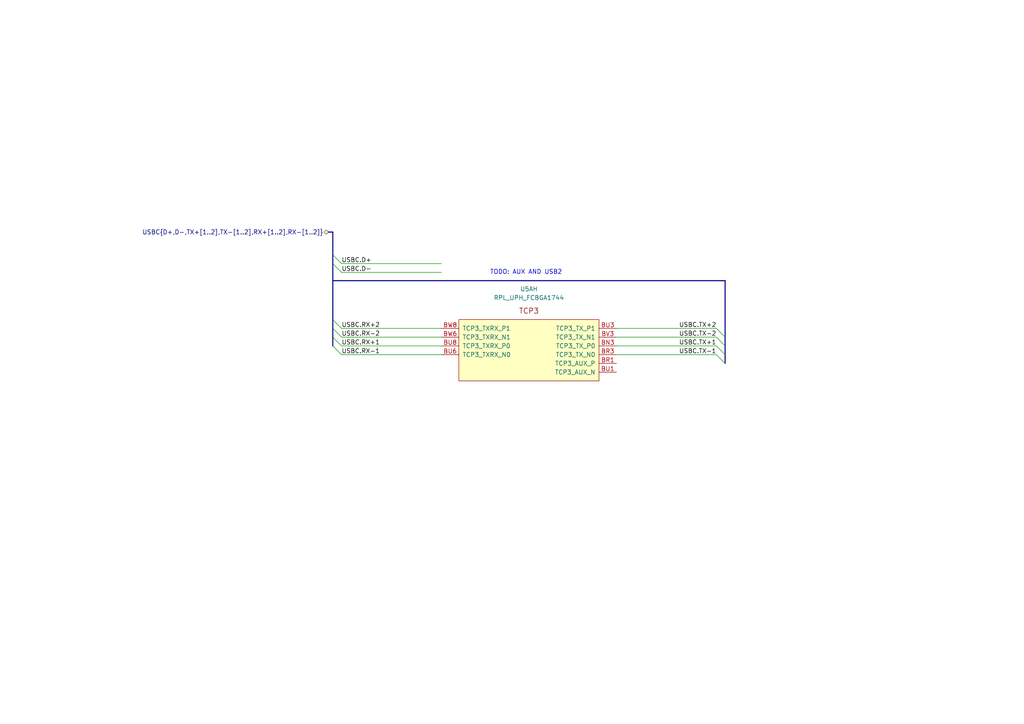
<source format=kicad_sch>
(kicad_sch (version 20230121) (generator eeschema)
  (paper "A4")
  (lib_symbols
    (symbol "local:RPL_UPH_FCBGA1744" (pin_names (offset 1.016))
      (property "Reference" "U" (at 1.27 19.05 0))
      (property "Value" "RPL_UPH_FCBGA1744" (at 1.27 16.51 0))
      (symbol "RPL_UPH_FCBGA1744_1_1"
        (text "CAMERA" (at 0 2.54 0) (effects (font (size 1.524 1.524))))
        (pin input line (at 25.4 -20.32 180) (length 5.08) (name "CSI_A_DN[1]/CSI_B_DN[2]") (number "A36"))
        (pin input line (at 25.4 -10.16 180) (length 5.08) (name "CSI_B_DN[0]") (number "A38"))
        (pin unspecified line (at -25.4 -2.54 0) (length 5.08) (name "CSI_RCOMP") (number "A55"))
        (pin input line (at 25.4 -5.08 180) (length 5.08) (name "CSI_B_DN[1]") (number "AA41"))
        (pin input line (at -25.4 -10.16 0) (length 5.08) (name "CSI_D_DN[1]/CSI_C_DN[2]") (number "AB41"))
        (pin input line (at -25.4 -7.62 0) (length 5.08) (name "CSI_D_DP[1]/CSI_C_DP[2]") (number "AD41"))
        (pin input line (at -25.4 -15.24 0) (length 5.08) (name "CSI_D_DN[0]/CSI_C_DN[3]") (number "AF41"))
        (pin input line (at -25.4 -12.7 0) (length 5.08) (name "CSI_D_DP[0]/CSI_C_DP[3]") (number "AG41"))
        (pin unspecified line (at -25.4 -5.08 0) (length 5.08) (name "CSI_RCOMP") (number "B54"))
        (pin input line (at 25.4 -17.78 180) (length 5.08) (name "CSI_A_DP[1]/CSI_B_DP[2]") (number "C36"))
        (pin input line (at 25.4 -7.62 180) (length 5.08) (name "CSI_B_DP[0]") (number "C38"))
        (pin input line (at 25.4 -25.4 180) (length 5.08) (name "CSI_A_DN[0]/CSI_B_DN[3]") (number "E37"))
        (pin input line (at 25.4 -27.94 180) (length 5.08) (name "CSI_A_CLK_P") (number "F36"))
        (pin input line (at 25.4 -15.24 180) (length 5.08) (name "CSI_B_CLK_N") (number "F39"))
        (pin input line (at 25.4 -30.48 180) (length 5.08) (name "CSI_A_CLK_N") (number "G36"))
        (pin input line (at 25.4 -22.86 180) (length 5.08) (name "CSI_A_DP[0]/CSI_B_DP[3]") (number "G37"))
        (pin input line (at 25.4 -12.7 180) (length 5.08) (name "CSI_B_CLK_P") (number "G39"))
        (pin input line (at -25.4 -17.78 0) (length 5.08) (name "CSI_D_CLK_P") (number "J41"))
        (pin input line (at -25.4 -33.02 0) (length 5.08) (name "CSI_C_CLK_P") (number "J44"))
        (pin input line (at -25.4 -35.56 0) (length 5.08) (name "CSI_C_CLK_N") (number "K44"))
        (pin input line (at -25.4 -20.32 0) (length 5.08) (name "CSI_D_CLK_N") (number "L41"))
        (pin input line (at -25.4 -25.4 0) (length 5.08) (name "CSI_C_DN[1]") (number "M44"))
        (pin input line (at -25.4 -30.48 0) (length 5.08) (name "CSI_C_DN[0]") (number "P41"))
        (pin input line (at -25.4 -22.86 0) (length 5.08) (name "CSI_C_DP[1]") (number "P44"))
        (pin input line (at -25.4 -27.94 0) (length 5.08) (name "CSI_C_DP[0]") (number "T41"))
        (pin input line (at 25.4 -2.54 180) (length 5.08) (name "CSI_B_DP[1]") (number "W41"))
      )
      (symbol "RPL_UPH_FCBGA1744_2_1"
        (text "CFG" (at 0 2.54 0) (effects (font (size 1.524 1.524))))
        (pin bidirectional line (at 25.4 -17.78 180) (length 5.08) (name "CFG[2]") (number "AA12"))
        (pin bidirectional line (at 25.4 -22.86 180) (length 5.08) (name "CFG[0]") (number "AA16"))
        (pin bidirectional line (at 25.4 -15.24 180) (length 5.08) (name "CFG[3]") (number "AC12"))
        (pin bidirectional line (at 25.4 -12.7 180) (length 5.08) (name "CFG[4]") (number "AD11"))
        (pin bidirectional line (at 25.4 -20.32 180) (length 5.08) (name "CFG[1]") (number "AD16"))
        (pin bidirectional line (at -25.4 -5.08 0) (length 5.08) (name "CFG[16]") (number "AF17"))
        (pin bidirectional line (at -25.4 -20.32 0) (length 5.08) (name "CFG[10]") (number "AF20"))
        (pin bidirectional line (at -25.4 -2.54 0) (length 5.08) (name "CFG[17]") (number "AF22"))
        (pin bidirectional line (at -25.4 -12.7 0) (length 5.08) (name "CFG[13]") (number "AF35"))
        (pin bidirectional line (at -25.4 -7.62 0) (length 5.08) (name "CFG[15]") (number "AF37"))
        (pin bidirectional line (at 25.4 -10.16 180) (length 5.08) (name "CFG[5]") (number "AG15"))
        (pin bidirectional line (at 25.4 -7.62 180) (length 5.08) (name "CFG[6]") (number "AH17"))
        (pin bidirectional line (at -25.4 -22.86 0) (length 5.08) (name "CFG[9]") (number "AH22"))
        (pin bidirectional line (at -25.4 -17.78 0) (length 5.08) (name "CFG[11]") (number "AH25"))
        (pin bidirectional line (at -25.4 -10.16 0) (length 5.08) (name "CFG[14]") (number "AH35"))
        (pin bidirectional line (at -25.4 -15.24 0) (length 5.08) (name "CFG[12]") (number "AH37"))
        (pin bidirectional line (at 25.4 -5.08 180) (length 5.08) (name "CFG[7]") (number "AJ15"))
        (pin bidirectional line (at 25.4 -2.54 180) (length 5.08) (name "CFG[8]") (number "AK17"))
        (pin unspecified line (at 25.4 -25.4 180) (length 5.08) (name "CFG_RCOMP") (number "F8"))
      )
      (symbol "RPL_UPH_FCBGA1744_3_1"
        (text "CNVI" (at 0 2.54 0) (effects (font (size 1.524 1.524))))
        (pin output line (at 25.4 -10.16 180) (length 5.08) (name "GPP_F5/MODEM_CLKREQ/CRF_XTAL_CLKREQ") (number "EF36"))
        (pin output line (at 25.4 -22.86 180) (length 5.08) (name "GPP_F0/CNV_BRI_DT/UART2_RTS#") (number "EH33"))
        (pin input line (at 25.4 -7.62 180) (length 5.08) (name "GPP_F6/CNV_PA_BLANKING") (number "EH36"))
        (pin input line (at 25.4 -20.32 180) (length 5.08) (name "GPP_F1/CNV_BRI_RSP/UART2_RXD") (number "EK33"))
        (pin input line (at 25.4 -5.08 180) (length 5.08) (name "GPP_H8/I2C4_SDA/CNV_MFUART2_RXD") (number "EL43"))
        (pin output line (at 25.4 -17.78 180) (length 5.08) (name "GPP_F2/CNV_RGI_DT/UART2_TXD") (number "EN31"))
        (pin input line (at 25.4 -2.54 180) (length 5.08) (name "GPP_H9/I2C4_SCL/CNV_MFUART2_TXD") (number "EN43"))
        (pin input line (at 25.4 -15.24 180) (length 5.08) (name "GPP_F3/CNV_RGI_RSP/UART2_CTS#") (number "ER31"))
        (pin output line (at 25.4 -12.7 180) (length 5.08) (name "GPP_F4/CNV_RF_RESET#") (number "ET31"))
        (pin input line (at -25.4 -20.32 0) (length 5.08) (name "CNV_WR_D1P") (number "EV40"))
        (pin output line (at -25.4 -7.62 0) (length 5.08) (name "CNV_WT_D0P") (number "EV43"))
        (pin output line (at -25.4 -12.7 0) (length 5.08) (name "CNV_WT_CLKP") (number "EV47"))
        (pin input line (at -25.4 -25.4 0) (length 5.08) (name "CNV_WR_D0P") (number "EW42"))
        (pin input line (at -25.4 -22.86 0) (length 5.08) (name "CNV_WR_D1N") (number "EY40"))
        (pin input line (at -25.4 -27.94 0) (length 5.08) (name "CNV_WR_D0N") (number "EY42"))
        (pin output line (at -25.4 -10.16 0) (length 5.08) (name "CNV_WT_D0N") (number "EY43"))
        (pin output line (at -25.4 -15.24 0) (length 5.08) (name "CNV_WT_CLKN") (number "EY47"))
        (pin input line (at -25.4 -30.48 0) (length 5.08) (name "CNV_WR_CLKP") (number "FA43"))
        (pin output line (at -25.4 -5.08 0) (length 5.08) (name "CNV_WT_D1N") (number "FA46"))
        (pin unspecified line (at -25.4 -17.78 0) (length 5.08) (name "CNV_WT_RCOMP") (number "FC40"))
        (pin input line (at -25.4 -33.02 0) (length 5.08) (name "CNV_WR_CLKN") (number "FC43"))
        (pin output line (at -25.4 -2.54 0) (length 5.08) (name "CNV_WT_D1P") (number "FC46"))
      )
      (symbol "RPL_UPH_FCBGA1744_4_1"
        (text "DDR_A" (at 0 2.54 0) (effects (font (size 1.524 1.524))))
        (pin bidirectional line (at -25.4 -5.08 0) (length 5.08) (name "DDR1_DQ[3][6]") (number "BJ47"))
        (pin bidirectional line (at -25.4 -2.54 0) (length 5.08) (name "DDR1_DQ[3][7]") (number "BJ50"))
        (pin bidirectional line (at -25.4 -10.16 0) (length 5.08) (name "DDR1_DQ[3][4]") (number "BK53"))
        (pin bidirectional line (at -25.4 -86.36 0) (length 5.08) (name "DDR1_DQ[1][6]") (number "BK57"))
        (pin bidirectional line (at -25.4 -91.44 0) (length 5.08) (name "DDR1_DQ[1][4]") (number "BK60"))
        (pin bidirectional line (at -25.4 -7.62 0) (length 5.08) (name "DDR1_DQ[3][5]") (number "BL48"))
        (pin bidirectional line (at 25.4 -22.86 180) (length 5.08) (name "DDR1_DQSN[3]") (number "BL51"))
        (pin bidirectional line (at -25.4 -88.9 0) (length 5.08) (name "DDR1_DQ[1][5]") (number "BL56"))
        (pin bidirectional line (at -25.4 -83.82 0) (length 5.08) (name "DDR1_DQ[1][7]") (number "BL58"))
        (pin bidirectional line (at 25.4 -12.7 180) (length 5.08) (name "DDR1_DQSP[1]") (number "BL61"))
        (pin bidirectional line (at -25.4 -15.24 0) (length 5.08) (name "DDR1_DQ[3][2]") (number "BN48"))
        (pin bidirectional line (at 25.4 -2.54 180) (length 5.08) (name "DDR1_DQSP[3]") (number "BN51"))
        (pin bidirectional line (at -25.4 -96.52 0) (length 5.08) (name "DDR1_DQ[1][2]") (number "BN56"))
        (pin bidirectional line (at -25.4 -101.6 0) (length 5.08) (name "DDR1_DQ[1][0]") (number "BN58"))
        (pin bidirectional line (at 25.4 -33.02 180) (length 5.08) (name "DDR1_DQSN[1]") (number "BN61"))
        (pin bidirectional line (at -25.4 -17.78 0) (length 5.08) (name "DDR1_DQ[3][1]") (number "BP47"))
        (pin bidirectional line (at -25.4 -20.32 0) (length 5.08) (name "DDR1_DQ[3][0]") (number "BP50"))
        (pin bidirectional line (at -25.4 -12.7 0) (length 5.08) (name "DDR1_DQ[3][3]") (number "BP53"))
        (pin bidirectional line (at -25.4 -99.06 0) (length 5.08) (name "DDR1_DQ[1][1]") (number "BP57"))
        (pin bidirectional line (at -25.4 -93.98 0) (length 5.08) (name "DDR1_DQ[1][3]") (number "BP60"))
        (pin bidirectional line (at -25.4 -25.4 0) (length 5.08) (name "DDR1_DQ[2][6]") (number "BT47"))
        (pin bidirectional line (at -25.4 -22.86 0) (length 5.08) (name "DDR1_DQ[2][7]") (number "BT50"))
        (pin bidirectional line (at -25.4 -30.48 0) (length 5.08) (name "DDR1_DQ[2][4]") (number "BT53"))
        (pin bidirectional line (at -25.4 -106.68 0) (length 5.08) (name "DDR1_DQ[0][6]") (number "BT57"))
        (pin bidirectional line (at -25.4 -111.76 0) (length 5.08) (name "DDR1_DQ[0][4]") (number "BT60"))
        (pin bidirectional line (at -25.4 -27.94 0) (length 5.08) (name "DDR1_DQ[2][5]") (number "BU48"))
        (pin bidirectional line (at 25.4 -25.4 180) (length 5.08) (name "DDR1_DQSN[2]") (number "BU51"))
        (pin bidirectional line (at -25.4 -109.22 0) (length 5.08) (name "DDR1_DQ[0][5]") (number "BU56"))
        (pin bidirectional line (at -25.4 -104.14 0) (length 5.08) (name "DDR1_DQ[0][7]") (number "BU58"))
        (pin bidirectional line (at 25.4 -15.24 180) (length 5.08) (name "DDR1_DQSP[0]") (number "BU61"))
        (pin bidirectional line (at -25.4 -35.56 0) (length 5.08) (name "DDR1_DQ[2][2]") (number "BW48"))
        (pin bidirectional line (at 25.4 -5.08 180) (length 5.08) (name "DDR1_DQSP[2]") (number "BW51"))
        (pin bidirectional line (at -25.4 -116.84 0) (length 5.08) (name "DDR1_DQ[0][2]") (number "BW56"))
        (pin bidirectional line (at -25.4 -121.92 0) (length 5.08) (name "DDR1_DQ[0][0]") (number "BW58"))
        (pin bidirectional line (at 25.4 -35.56 180) (length 5.08) (name "DDR1_DQSN[0]") (number "BW61"))
        (pin bidirectional line (at -25.4 -40.64 0) (length 5.08) (name "DDR1_DQ[2][0]") (number "BY50"))
        (pin bidirectional line (at -25.4 -33.02 0) (length 5.08) (name "DDR1_DQ[2][3]") (number "BY53"))
        (pin bidirectional line (at -25.4 -119.38 0) (length 5.08) (name "DDR1_DQ[0][1]") (number "BY57"))
        (pin bidirectional line (at -25.4 -114.3 0) (length 5.08) (name "DDR1_DQ[0][3]") (number "BY60"))
        (pin bidirectional line (at -25.4 -38.1 0) (length 5.08) (name "DDR1_DQ[2][1]") (number "CA47"))
        (pin output line (at 25.4 -45.72 180) (length 5.08) (name "DDR1_CS[0]") (number "CC47"))
        (pin output line (at 25.4 -88.9 180) (length 5.08) (name "DDR1_CA[1]") (number "CC50"))
        (pin output line (at 25.4 -43.18 180) (length 5.08) (name "DDR1_CS[1]") (number "CC53"))
        (pin output line (at 25.4 -124.46 180) (length 5.08) (name "DDR1_CLK_N[1]") (number "CD48"))
        (pin output line (at 25.4 -119.38 180) (length 5.08) (name "DDR1_CLK_P[1]") (number "CD49"))
        (pin output line (at 25.4 -48.26 180) (length 5.08) (name "DDR1_CA[0]") (number "CE53"))
        (pin output line (at 25.4 -129.54 180) (length 5.08) (name "DDR1_CA[4]") (number "CE60"))
        (pin output line (at 25.4 -53.34 180) (length 5.08) (name "DDR1_CA[2]") (number "CF56"))
        (pin output line (at 25.4 -58.42 180) (length 5.08) (name "DDR1_CLK_N[0]") (number "CF61"))
        (pin output line (at 25.4 -50.8 180) (length 5.08) (name "DDR1_CA[6]") (number "CH46"))
        (pin output line (at 25.4 -71.12 180) (length 5.08) (name "DDR1_CA[3]") (number "CH48"))
        (pin output line (at 25.4 -101.6 180) (length 5.08) (name "DDR1_CA[12]") (number "CH56"))
        (pin output line (at 25.4 -78.74 180) (length 5.08) (name "DDR1_CA[7]") (number "CH58"))
        (pin output line (at 25.4 -55.88 180) (length 5.08) (name "DDR1_CLK_P[0]") (number "CH61"))
        (pin output line (at 25.4 -111.76 180) (length 5.08) (name "DDR1_CA[5]") (number "CJ50"))
        (pin output line (at 25.4 -134.62 180) (length 5.08) (name "DDR1_CA[10]") (number "CJ53"))
        (pin output line (at 25.4 -137.16 180) (length 5.08) (name "DDR1_CA[9]") (number "CJ57"))
        (pin output line (at 25.4 -104.14 180) (length 5.08) (name "DDR1_CA[11]") (number "CJ60"))
        (pin output line (at 25.4 -106.68 180) (length 5.08) (name "DDR1_CA[8]") (number "CK47"))
        (pin output line (at 25.4 -132.08 180) (length 5.08) (name "DDR0_CA[10]") (number "CM47"))
        (pin output line (at 25.4 -76.2 180) (length 5.08) (name "DDR0_CA[6]") (number "CM50"))
        (pin output line (at 25.4 -91.44 180) (length 5.08) (name "DDR0_CA[8]") (number "CM53"))
        (pin output line (at 25.4 -63.5 180) (length 5.08) (name "DDR0_CLK_N[1]") (number "CN48"))
        (pin output line (at 25.4 -60.96 180) (length 5.08) (name "DDR0_CLK_P[1]") (number "CN49"))
        (pin output line (at 25.4 -96.52 180) (length 5.08) (name "DDR0_CA[11]") (number "CP53"))
        (pin output line (at 25.4 -81.28 180) (length 5.08) (name "DDR0_CA[9]") (number "CP60"))
        (pin output line (at 25.4 -83.82 180) (length 5.08) (name "DDR0_CA[12]") (number "CR56"))
        (pin output line (at 25.4 -127 180) (length 5.08) (name "DDR0_CLK_N[0]") (number "CR61"))
        (pin output line (at 25.4 -93.98 180) (length 5.08) (name "DDR0_CA[7]") (number "CT46"))
        (pin output line (at 25.4 -99.06 180) (length 5.08) (name "DDR0_CA[5]") (number "CU48"))
        (pin output line (at 25.4 -68.58 180) (length 5.08) (name "DDR0_CA[1]") (number "CU56"))
        (pin output line (at 25.4 -66.04 180) (length 5.08) (name "DDR0_CA[0]") (number "CU58"))
        (pin output line (at 25.4 -121.92 180) (length 5.08) (name "DDR0_CLK_P[0]") (number "CU61"))
        (pin output line (at 25.4 -116.84 180) (length 5.08) (name "DDR0_CA[4]") (number "CV50"))
        (pin output line (at 25.4 -73.66 180) (length 5.08) (name "DDR0_CA[3]") (number "CV53"))
        (pin output line (at 25.4 -109.22 180) (length 5.08) (name "DDR0_CS[0]") (number "CV57"))
        (pin output line (at 25.4 -86.36 180) (length 5.08) (name "DDR0_CS[1]") (number "CV60"))
        (pin output line (at 25.4 -114.3 180) (length 5.08) (name "DDR0_CA[2]") (number "CW47"))
        (pin bidirectional line (at -25.4 -45.72 0) (length 5.08) (name "DDR0_DQ[3][6]") (number "CY47"))
        (pin bidirectional line (at -25.4 -43.18 0) (length 5.08) (name "DDR0_DQ[3][7]") (number "CY50"))
        (pin bidirectional line (at -25.4 -127 0) (length 5.08) (name "DDR0_DQ[1][6]") (number "CY57"))
        (pin bidirectional line (at -25.4 -132.08 0) (length 5.08) (name "DDR0_DQ[1][4]") (number "CY60"))
        (pin bidirectional line (at -25.4 -50.8 0) (length 5.08) (name "DDR0_DQ[3][4]") (number "DA53"))
        (pin bidirectional line (at -25.4 -124.46 0) (length 5.08) (name "DDR0_DQ[1][7]") (number "DA58"))
        (pin bidirectional line (at -25.4 -48.26 0) (length 5.08) (name "DDR0_DQ[3][5]") (number "DB48"))
        (pin bidirectional line (at 25.4 -27.94 180) (length 5.08) (name "DDR0_DQSN[3]") (number "DB51"))
        (pin bidirectional line (at -25.4 -129.54 0) (length 5.08) (name "DDR0_DQ[1][5]") (number "DB56"))
        (pin bidirectional line (at 25.4 -17.78 180) (length 5.08) (name "DDR0_DQSP[1]") (number "DB61"))
        (pin bidirectional line (at -25.4 -55.88 0) (length 5.08) (name "DDR0_DQ[3][2]") (number "DC48"))
        (pin bidirectional line (at 25.4 -7.62 180) (length 5.08) (name "DDR0_DQSP[3]") (number "DC51"))
        (pin bidirectional line (at 25.4 -38.1 180) (length 5.08) (name "DDR0_DQSN[1]") (number "DC61"))
        (pin bidirectional line (at -25.4 -137.16 0) (length 5.08) (name "DDR0_DQ[1][2]") (number "DD56"))
        (pin bidirectional line (at -25.4 -142.24 0) (length 5.08) (name "DDR0_DQ[1][0]") (number "DD58"))
        (pin bidirectional line (at -25.4 -58.42 0) (length 5.08) (name "DDR0_DQ[3][1]") (number "DE47"))
        (pin bidirectional line (at -25.4 -60.96 0) (length 5.08) (name "DDR0_DQ[3][0]") (number "DE50"))
        (pin bidirectional line (at -25.4 -53.34 0) (length 5.08) (name "DDR0_DQ[3][3]") (number "DE53"))
        (pin bidirectional line (at -25.4 -139.7 0) (length 5.08) (name "DDR0_DQ[1][1]") (number "DE57"))
        (pin bidirectional line (at -25.4 -134.62 0) (length 5.08) (name "DDR0_DQ[1][3]") (number "DE60"))
        (pin bidirectional line (at -25.4 -66.04 0) (length 5.08) (name "DDR0_DQ[2][6]") (number "DG47"))
        (pin bidirectional line (at -25.4 -63.5 0) (length 5.08) (name "DDR0_DQ[2][7]") (number "DG50"))
        (pin bidirectional line (at -25.4 -71.12 0) (length 5.08) (name "DDR0_DQ[2][4]") (number "DG53"))
        (pin bidirectional line (at -25.4 -147.32 0) (length 5.08) (name "DDR0_DQ[0][6]") (number "DG57"))
        (pin bidirectional line (at -25.4 -152.4 0) (length 5.08) (name "DDR0_DQ[0][4]") (number "DG60"))
        (pin bidirectional line (at -25.4 -68.58 0) (length 5.08) (name "DDR0_DQ[2][5]") (number "DH48"))
        (pin bidirectional line (at 25.4 -30.48 180) (length 5.08) (name "DDR0_DQSN[2]") (number "DH51"))
        (pin bidirectional line (at -25.4 -149.86 0) (length 5.08) (name "DDR0_DQ[0][5]") (number "DH56"))
        (pin bidirectional line (at -25.4 -144.78 0) (length 5.08) (name "DDR0_DQ[0][7]") (number "DH58"))
        (pin bidirectional line (at 25.4 -20.32 180) (length 5.08) (name "DDR0_DQSP[0]") (number "DH61"))
        (pin bidirectional line (at -25.4 -76.2 0) (length 5.08) (name "DDR0_DQ[2][2]") (number "DK48"))
        (pin bidirectional line (at 25.4 -10.16 180) (length 5.08) (name "DDR0_DQSP[2]") (number "DK51"))
        (pin bidirectional line (at -25.4 -157.48 0) (length 5.08) (name "DDR0_DQ[0][2]") (number "DK56"))
        (pin bidirectional line (at -25.4 -162.56 0) (length 5.08) (name "DDR0_DQ[0][0]") (number "DK58"))
        (pin bidirectional line (at 25.4 -40.64 180) (length 5.08) (name "DDR0_DQSN[0]") (number "DK61"))
        (pin bidirectional line (at -25.4 -81.28 0) (length 5.08) (name "DDR0_DQ[2][0]") (number "DL50"))
        (pin bidirectional line (at -25.4 -73.66 0) (length 5.08) (name "DDR0_DQ[2][3]") (number "DL53"))
        (pin bidirectional line (at -25.4 -160.02 0) (length 5.08) (name "DDR0_DQ[0][1]") (number "DL57"))
        (pin bidirectional line (at -25.4 -154.94 0) (length 5.08) (name "DDR0_DQ[0][3]") (number "DL60"))
        (pin bidirectional line (at -25.4 -78.74 0) (length 5.08) (name "DDR0_DQ[2][1]") (number "DM47"))
      )
      (symbol "RPL_UPH_FCBGA1744_5_1"
        (text "DDR_B" (at 0 2.54 0) (effects (font (size 1.524 1.524))))
        (pin bidirectional line (at 25.4 -12.7 180) (length 5.08) (name "DDR3_DQSP[1]") (number "A43"))
        (pin bidirectional line (at 25.4 -33.02 180) (length 5.08) (name "DDR3_DQSN[1]") (number "A44"))
        (pin bidirectional line (at 25.4 -15.24 180) (length 5.08) (name "DDR3_DQSP[0]") (number "A49"))
        (pin bidirectional line (at 25.4 -35.56 180) (length 5.08) (name "DDR3_DQSN[0]") (number "A51"))
        (pin output line (at 25.4 -50.8 180) (length 5.08) (name "DDR3_CA[6]") (number "AA46"))
        (pin output line (at 25.4 -71.12 180) (length 5.08) (name "DDR3_CA[3]") (number "AA48"))
        (pin output line (at 25.4 -104.14 180) (length 5.08) (name "DDR3_CA[12]") (number "AB56"))
        (pin output line (at 25.4 -101.6 180) (length 5.08) (name "DDR3_CA[7]") (number "AB58"))
        (pin output line (at 25.4 -55.88 180) (length 5.08) (name "DDR3_CLK_P[0]") (number "AB61"))
        (pin output line (at 25.4 -106.68 180) (length 5.08) (name "DDR3_CA[8]") (number "AC47"))
        (pin output line (at 25.4 -111.76 180) (length 5.08) (name "DDR3_CA[5]") (number "AC50"))
        (pin output line (at 25.4 -134.62 180) (length 5.08) (name "DDR3_CA[10]") (number "AC53"))
        (pin output line (at 25.4 -137.16 180) (length 5.08) (name "DDR3_CA[9]") (number "AC57"))
        (pin output line (at 25.4 -78.74 180) (length 5.08) (name "DDR3_CA[11]") (number "AC60"))
        (pin output line (at 25.4 -132.08 180) (length 5.08) (name "DDR2_CA[10]") (number "AE47"))
        (pin output line (at 25.4 -76.2 180) (length 5.08) (name "DDR2_CA[6]") (number "AE50"))
        (pin output line (at 25.4 -91.44 180) (length 5.08) (name "DDR2_CA[8]") (number "AE53"))
        (pin output line (at 25.4 -63.5 180) (length 5.08) (name "DDR2_CLK_N[1]") (number "AG48"))
        (pin output line (at 25.4 -60.96 180) (length 5.08) (name "DDR2_CLK_P[1]") (number "AG49"))
        (pin output line (at 25.4 -96.52 180) (length 5.08) (name "DDR2_CA[11]") (number "AH53"))
        (pin output line (at 25.4 -81.28 180) (length 5.08) (name "DDR2_CA[9]") (number "AH60"))
        (pin output line (at 25.4 -83.82 180) (length 5.08) (name "DDR2_CA[12]") (number "AJ56"))
        (pin output line (at 25.4 -127 180) (length 5.08) (name "DDR2_CLK_N[0]") (number "AJ61"))
        (pin output line (at 25.4 -93.98 180) (length 5.08) (name "DDR2_CA[7]") (number "AK46"))
        (pin output line (at 25.4 -99.06 180) (length 5.08) (name "DDR2_CA[5]") (number "AK48"))
        (pin output line (at 25.4 -66.04 180) (length 5.08) (name "DDR2_CA[1]") (number "AL56"))
        (pin output line (at 25.4 -68.58 180) (length 5.08) (name "DDR2_CA[0]") (number "AL58"))
        (pin output line (at 25.4 -121.92 180) (length 5.08) (name "DDR2_CLK_P[0]") (number "AL61"))
        (pin output line (at 25.4 -114.3 180) (length 5.08) (name "DDR2_CA[2]") (number "AM47"))
        (pin output line (at 25.4 -116.84 180) (length 5.08) (name "DDR2_CA[4]") (number "AM50"))
        (pin output line (at 25.4 -73.66 180) (length 5.08) (name "DDR2_CA[3]") (number "AM53"))
        (pin output line (at 25.4 -86.36 180) (length 5.08) (name "DDR2_CS[1]") (number "AM57"))
        (pin output line (at 25.4 -109.22 180) (length 5.08) (name "DDR2_CS[0]") (number "AM60"))
        (pin bidirectional line (at -25.4 -45.72 0) (length 5.08) (name "DDR2_DQ[3][6]") (number "AP47"))
        (pin bidirectional line (at -25.4 -43.18 0) (length 5.08) (name "DDR2_DQ[3][7]") (number "AP50"))
        (pin bidirectional line (at -25.4 -50.8 0) (length 5.08) (name "DDR2_DQ[3][4]") (number "AP53"))
        (pin bidirectional line (at -25.4 -127 0) (length 5.08) (name "DDR2_DQ[1][6]") (number "AP57"))
        (pin bidirectional line (at -25.4 -132.08 0) (length 5.08) (name "DDR2_DQ[1][4]") (number "AP60"))
        (pin bidirectional line (at -25.4 -48.26 0) (length 5.08) (name "DDR2_DQ[3][5]") (number "AR48"))
        (pin bidirectional line (at 25.4 -27.94 180) (length 5.08) (name "DDR2_DQSN[3]") (number "AR51"))
        (pin bidirectional line (at -25.4 -129.54 0) (length 5.08) (name "DDR2_DQ[1][5]") (number "AR56"))
        (pin bidirectional line (at -25.4 -124.46 0) (length 5.08) (name "DDR2_DQ[1][7]") (number "AR58"))
        (pin bidirectional line (at 25.4 -17.78 180) (length 5.08) (name "DDR2_DQSP[1]") (number "AR61"))
        (pin bidirectional line (at -25.4 -55.88 0) (length 5.08) (name "DDR2_DQ[3][2]") (number "AU48"))
        (pin bidirectional line (at 25.4 -7.62 180) (length 5.08) (name "DDR2_DQSP[3]") (number "AU51"))
        (pin bidirectional line (at -25.4 -137.16 0) (length 5.08) (name "DDR2_DQ[1][2]") (number "AU56"))
        (pin bidirectional line (at -25.4 -142.24 0) (length 5.08) (name "DDR2_DQ[1][0]") (number "AU58"))
        (pin bidirectional line (at 25.4 -38.1 180) (length 5.08) (name "DDR2_DQSN[1]") (number "AU61"))
        (pin bidirectional line (at -25.4 -60.96 0) (length 5.08) (name "DDR2_DQ[3][0]") (number "AV50"))
        (pin bidirectional line (at -25.4 -53.34 0) (length 5.08) (name "DDR2_DQ[3][3]") (number "AV53"))
        (pin bidirectional line (at -25.4 -139.7 0) (length 5.08) (name "DDR2_DQ[1][1]") (number "AV57"))
        (pin bidirectional line (at -25.4 -134.62 0) (length 5.08) (name "DDR2_DQ[1][3]") (number "AV60"))
        (pin bidirectional line (at -25.4 -58.42 0) (length 5.08) (name "DDR2_DQ[3][1]") (number "AW47"))
        (pin bidirectional line (at -25.4 -66.04 0) (length 5.08) (name "DDR2_DQ[2][6]") (number "AY47"))
        (pin bidirectional line (at -25.4 -91.44 0) (length 5.08) (name "DDR3_DQ[1][4]") (number "B41"))
        (pin bidirectional line (at -25.4 -93.98 0) (length 5.08) (name "DDR3_DQ[1][3]") (number "B46"))
        (pin bidirectional line (at -25.4 -111.76 0) (length 5.08) (name "DDR3_DQ[0][4]") (number "B48"))
        (pin bidirectional line (at -25.4 -114.3 0) (length 5.08) (name "DDR3_DQ[0][3]") (number "B52"))
        (pin bidirectional line (at -25.4 -63.5 0) (length 5.08) (name "DDR2_DQ[2][7]") (number "BA50"))
        (pin bidirectional line (at -25.4 -71.12 0) (length 5.08) (name "DDR2_DQ[2][4]") (number "BA53"))
        (pin bidirectional line (at -25.4 -147.32 0) (length 5.08) (name "DDR2_DQ[0][6]") (number "BA57"))
        (pin bidirectional line (at -25.4 -152.4 0) (length 5.08) (name "DDR2_DQ[0][4]") (number "BA60"))
        (pin bidirectional line (at -25.4 -68.58 0) (length 5.08) (name "DDR2_DQ[2][5]") (number "BB48"))
        (pin bidirectional line (at 25.4 -30.48 180) (length 5.08) (name "DDR2_DQSN[2]") (number "BB51"))
        (pin bidirectional line (at -25.4 -149.86 0) (length 5.08) (name "DDR2_DQ[0][5]") (number "BB56"))
        (pin bidirectional line (at -25.4 -144.78 0) (length 5.08) (name "DDR2_DQ[0][7]") (number "BB58"))
        (pin bidirectional line (at 25.4 -20.32 180) (length 5.08) (name "DDR2_DQSP[0]") (number "BB61"))
        (pin bidirectional line (at -25.4 -76.2 0) (length 5.08) (name "DDR2_DQ[2][2]") (number "BD48"))
        (pin bidirectional line (at 25.4 -10.16 180) (length 5.08) (name "DDR2_DQSP[2]") (number "BD51"))
        (pin bidirectional line (at -25.4 -157.48 0) (length 5.08) (name "DDR2_DQ[0][2]") (number "BD56"))
        (pin bidirectional line (at -25.4 -162.56 0) (length 5.08) (name "DDR2_DQ[0][0]") (number "BD58"))
        (pin bidirectional line (at 25.4 -40.64 180) (length 5.08) (name "DDR2_DQSN[0]") (number "BD61"))
        (pin bidirectional line (at -25.4 -78.74 0) (length 5.08) (name "DDR2_DQ[2][1]") (number "BE47"))
        (pin bidirectional line (at -25.4 -81.28 0) (length 5.08) (name "DDR2_DQ[2][0]") (number "BE50"))
        (pin bidirectional line (at -25.4 -73.66 0) (length 5.08) (name "DDR2_DQ[2][3]") (number "BE53"))
        (pin bidirectional line (at -25.4 -160.02 0) (length 5.08) (name "DDR2_DQ[0][1]") (number "BE57"))
        (pin bidirectional line (at -25.4 -154.94 0) (length 5.08) (name "DDR2_DQ[0][3]") (number "BE60"))
        (pin bidirectional line (at -25.4 -86.36 0) (length 5.08) (name "DDR3_DQ[1][6]") (number "C42"))
        (pin bidirectional line (at -25.4 -101.6 0) (length 5.08) (name "DDR3_DQ[1][0]") (number "C45"))
        (pin bidirectional line (at -25.4 -104.14 0) (length 5.08) (name "DDR3_DQ[0][7]") (number "C49"))
        (pin bidirectional line (at -25.4 -121.92 0) (length 5.08) (name "DDR3_DQ[0][0]") (number "C51"))
        (pin bidirectional line (at -25.4 -83.82 0) (length 5.08) (name "DDR3_DQ[1][7]") (number "E41"))
        (pin bidirectional line (at -25.4 -99.06 0) (length 5.08) (name "DDR3_DQ[1][1]") (number "E46"))
        (pin bidirectional line (at -25.4 -106.68 0) (length 5.08) (name "DDR3_DQ[0][6]") (number "E48"))
        (pin bidirectional line (at -25.4 -119.38 0) (length 5.08) (name "DDR3_DQ[0][1]") (number "E52"))
        (pin bidirectional line (at -25.4 -88.9 0) (length 5.08) (name "DDR3_DQ[1][5]") (number "F43"))
        (pin bidirectional line (at -25.4 -96.52 0) (length 5.08) (name "DDR3_DQ[1][2]") (number "F44"))
        (pin bidirectional line (at -25.4 -109.22 0) (length 5.08) (name "DDR3_DQ[0][5]") (number "F49"))
        (pin bidirectional line (at -25.4 -116.84 0) (length 5.08) (name "DDR3_DQ[0][2]") (number "F51"))
        (pin bidirectional line (at -25.4 -7.62 0) (length 5.08) (name "DDR3_DQ[3][5]") (number "F54"))
        (pin bidirectional line (at -25.4 -5.08 0) (length 5.08) (name "DDR3_DQ[3][6]") (number "F58"))
        (pin bidirectional line (at -25.4 -12.7 0) (length 5.08) (name "DDR3_DQ[3][3]") (number "H56"))
        (pin bidirectional line (at -25.4 -2.54 0) (length 5.08) (name "DDR3_DQ[3][7]") (number "K50"))
        (pin bidirectional line (at -25.4 -15.24 0) (length 5.08) (name "DDR3_DQ[3][2]") (number "K53"))
        (pin bidirectional line (at -25.4 -25.4 0) (length 5.08) (name "DDR3_DQ[2][6]") (number "K57"))
        (pin bidirectional line (at -25.4 -30.48 0) (length 5.08) (name "DDR3_DQ[2][4]") (number "K60"))
        (pin bidirectional line (at -25.4 -10.16 0) (length 5.08) (name "DDR3_DQ[3][4]") (number "L48"))
        (pin bidirectional line (at 25.4 -22.86 180) (length 5.08) (name "DDR3_DQSN[3]") (number "L51"))
        (pin bidirectional line (at -25.4 -27.94 0) (length 5.08) (name "DDR3_DQ[2][5]") (number "L56"))
        (pin bidirectional line (at -25.4 -22.86 0) (length 5.08) (name "DDR3_DQ[2][7]") (number "L58"))
        (pin bidirectional line (at 25.4 -25.4 180) (length 5.08) (name "DDR3_DQSN[2]") (number "L61"))
        (pin bidirectional line (at 25.4 -2.54 180) (length 5.08) (name "DDR3_DQSP[3]") (number "N51"))
        (pin bidirectional line (at -25.4 -35.56 0) (length 5.08) (name "DDR3_DQ[2][2]") (number "N56"))
        (pin bidirectional line (at -25.4 -40.64 0) (length 5.08) (name "DDR3_DQ[2][0]") (number "N58"))
        (pin bidirectional line (at 25.4 -5.08 180) (length 5.08) (name "DDR3_DQSP[2]") (number "N61"))
        (pin bidirectional line (at -25.4 -17.78 0) (length 5.08) (name "DDR3_DQ[3][1]") (number "P50"))
        (pin bidirectional line (at -25.4 -20.32 0) (length 5.08) (name "DDR3_DQ[3][0]") (number "P53"))
        (pin bidirectional line (at -25.4 -38.1 0) (length 5.08) (name "DDR3_DQ[2][1]") (number "P57"))
        (pin bidirectional line (at -25.4 -33.02 0) (length 5.08) (name "DDR3_DQ[2][3]") (number "P60"))
        (pin output line (at 25.4 -45.72 180) (length 5.08) (name "DDR3_CS[0]") (number "T47"))
        (pin output line (at 25.4 -88.9 180) (length 5.08) (name "DDR3_CA[1]") (number "T50"))
        (pin output line (at 25.4 -43.18 180) (length 5.08) (name "DDR3_CS[1]") (number "T53"))
        (pin output line (at 25.4 -119.38 180) (length 5.08) (name "DDR3_CLK_P[1]") (number "V48"))
        (pin output line (at 25.4 -124.46 180) (length 5.08) (name "DDR3_CLK_N[1]") (number "V49"))
        (pin output line (at 25.4 -48.26 180) (length 5.08) (name "DDR3_CA[0]") (number "W53"))
        (pin output line (at 25.4 -129.54 180) (length 5.08) (name "DDR3_CA[4]") (number "W60"))
        (pin output line (at 25.4 -53.34 180) (length 5.08) (name "DDR3_CA[2]") (number "Y56"))
        (pin output line (at 25.4 -58.42 180) (length 5.08) (name "DDR3_CLK_N[0]") (number "Y61"))
      )
      (symbol "RPL_UPH_FCBGA1744_6_1"
        (text "DDR_MISC" (at 0 2.54 0) (effects (font (size 1.524 1.524))))
        (pin unspecified line (at 25.4 -15.24 180) (length 5.08) (name "DDR_COMP") (number "A56"))
        (pin output line (at -25.4 -5.08 0) (length 5.08) (name "NC") (number "AB51"))
        (pin output line (at -25.4 -43.18 0) (length 5.08) (name "NC") (number "AE55"))
        (pin output line (at -25.4 -48.26 0) (length 5.08) (name "NC") (number "AE60"))
        (pin output line (at -25.4 -45.72 0) (length 5.08) (name "NC") (number "AF57"))
        (pin output line (at -25.4 -17.78 0) (length 5.08) (name "NC") (number "AH57"))
        (pin output line (at -25.4 -12.7 0) (length 5.08) (name "NC") (number "AJ51"))
        (pin output line (at -25.4 -20.32 0) (length 5.08) (name "NC") (number "AJ58"))
        (pin output line (at -25.4 -15.24 0) (length 5.08) (name "NC") (number "AL51"))
        (pin unspecified line (at 25.4 -17.78 180) (length 5.08) (name "DDR_COMP") (number "B56"))
        (pin input line (at 25.4 -5.08 180) (length 5.08) (name "DDR0_ALERT#") (number "BF61"))
        (pin output line (at 25.4 -12.7 180) (length 5.08) (name "DDR_VTT_CTL") (number "BG50"))
        (pin output line (at 25.4 -7.62 180) (length 5.08) (name "DDR1_VREF_CA0") (number "BG55"))
        (pin input line (at 25.4 -2.54 180) (length 5.08) (name "DDR1_ALERT#") (number "BG57"))
        (pin output line (at 25.4 -10.16 180) (length 5.08) (name "DDR0_VREF_CA0") (number "BG60"))
        (pin output line (at -25.4 -66.04 0) (length 5.08) (name "NC") (number "CB55"))
        (pin output line (at -25.4 -71.12 0) (length 5.08) (name "NC") (number "CC57"))
        (pin output line (at -25.4 -68.58 0) (length 5.08) (name "NC") (number "CC60"))
        (pin output line (at -25.4 -30.48 0) (length 5.08) (name "NC") (number "CE57"))
        (pin output line (at -25.4 -25.4 0) (length 5.08) (name "NC") (number "CF51"))
        (pin output line (at -25.4 -27.94 0) (length 5.08) (name "NC") (number "CF58"))
        (pin output line (at -25.4 -22.86 0) (length 5.08) (name "NC") (number "CH51"))
        (pin output line (at -25.4 -58.42 0) (length 5.08) (name "NC") (number "CL55"))
        (pin output line (at -25.4 -60.96 0) (length 5.08) (name "NC") (number "CM57"))
        (pin output line (at -25.4 -63.5 0) (length 5.08) (name "NC") (number "CM60"))
        (pin output line (at -25.4 -38.1 0) (length 5.08) (name "NC") (number "CP57"))
        (pin output line (at -25.4 -35.56 0) (length 5.08) (name "NC") (number "CR51"))
        (pin output line (at -25.4 -40.64 0) (length 5.08) (name "NC") (number "CR58"))
        (pin output line (at -25.4 -33.02 0) (length 5.08) (name "NC") (number "CU51"))
        (pin output line (at 25.4 -20.32 180) (length 5.08) (name "DRAM_RESET#") (number "EE53"))
        (pin output line (at -25.4 -53.34 0) (length 5.08) (name "NC") (number "T55"))
        (pin output line (at -25.4 -50.8 0) (length 5.08) (name "NC") (number "T60"))
        (pin output line (at -25.4 -55.88 0) (length 5.08) (name "NC") (number "U57"))
        (pin output line (at -25.4 -10.16 0) (length 5.08) (name "NC") (number "W57"))
        (pin output line (at -25.4 -2.54 0) (length 5.08) (name "NC") (number "Y51"))
        (pin output line (at -25.4 -7.62 0) (length 5.08) (name "NC") (number "Y58"))
      )
      (symbol "RPL_UPH_FCBGA1744_7_1"
        (text "EDP" (at 0 2.54 0) (effects (font (size 1.524 1.524))))
        (pin output line (at -25.4 -7.62 0) (length 5.08) (name "DDIA_TXP[2]") (number "AA1"))
        (pin output line (at -25.4 -5.08 0) (length 5.08) (name "DDIA_TXN[3]") (number "AA3"))
        (pin output line (at -25.4 -10.16 0) (length 5.08) (name "DDIA_TXN[2]") (number "AB1"))
        (pin output line (at -25.4 -12.7 0) (length 5.08) (name "DDIA_TXP[1]") (number "AB3"))
        (pin output line (at -25.4 -20.32 0) (length 5.08) (name "DDIA_TXN[0]") (number "AD1"))
        (pin output line (at -25.4 -15.24 0) (length 5.08) (name "DDIA_TXN[1]") (number "AD3"))
        (pin output line (at -25.4 -17.78 0) (length 5.08) (name "DDIA_TXP[0]") (number "AF1"))
        (pin bidirectional line (at 25.4 -2.54 180) (length 5.08) (name "DDIA_AUXP") (number "AF3"))
        (pin bidirectional line (at 25.4 -5.08 180) (length 5.08) (name "DDIA_AUXN") (number "AG3"))
        (pin unspecified line (at 25.4 -15.24 180) (length 5.08) (name "DDIA_RCOMP") (number "AJ1"))
        (pin output line (at 25.4 -12.7 180) (length 5.08) (name "eDP_BKLTCTL") (number "EL21"))
        (pin output line (at 25.4 -10.16 180) (length 5.08) (name "eDP_BKLTEN") (number "EN21"))
        (pin output line (at 25.4 -7.62 180) (length 5.08) (name "GPP_E14/DDSP_HPDA/DISP_MISC_A") (number "EV25"))
        (pin output line (at -25.4 -2.54 0) (length 5.08) (name "DDIA_TXP[3]") (number "W3"))
      )
      (symbol "RPL_UPH_FCBGA1744_8_1"
        (text "ESPI" (at 0 2.54 0) (effects (font (size 1.524 1.524))))
        (pin output line (at -25.4 -15.24 0) (length 5.08) (name "GPP_A4/ESPI_CS0#") (number "DP44"))
        (pin output line (at -25.4 -12.7 0) (length 5.08) (name "GPP_A5/ESPI_ALERT0#") (number "DP47"))
        (pin bidirectional line (at 25.4 -10.16 180) (length 5.08) (name "GPP_A0/ESPI_IO0") (number "DP51"))
        (pin bidirectional line (at 25.4 -2.54 180) (length 5.08) (name "GPP_A3/ESPI_IO3/SUSACK#") (number "DP52"))
        (pin output line (at -25.4 -10.16 0) (length 5.08) (name "GPP_A6/ESPI_ALERT1#") (number "DP54"))
        (pin bidirectional line (at 25.4 -7.62 180) (length 5.08) (name "GPP_A1/ESPI_IO1") (number "DT44"))
        (pin output line (at -25.4 -2.54 0) (length 5.08) (name "GPP_A23/ESPI_CS1#") (number "DT46"))
        (pin output line (at -25.4 -7.62 0) (length 5.08) (name "GPP_A9/ESPI_CLK") (number "DT49"))
        (pin output line (at -25.4 -5.08 0) (length 5.08) (name "GPP_A10/ESPI_RESET#") (number "DT51"))
        (pin bidirectional line (at 25.4 -5.08 180) (length 5.08) (name "GPP_A2/ESPI_IO2/SUSWARN#/SUSPWRDNACK") (number "DT54"))
      )
      (symbol "RPL_UPH_FCBGA1744_9_1"
        (text "GPD" (at 0 2.54 0) (effects (font (size 1.524 1.524))))
        (pin output line (at -25.4 -25.4 0) (length 5.08) (name "GPD10/SLP_S5#") (number "EG60"))
        (pin output line (at -25.4 -22.86 0) (length 5.08) (name "GPD11/LANPHYPC") (number "EJ56"))
        (pin output line (at -25.4 -2.54 0) (length 5.08) (name "GPD9/SLP_WLAN#") (number "EJ57"))
        (pin input line (at -25.4 -27.94 0) (length 5.08) (name "GPD1/ACPRESENT") (number "EJ59"))
        (pin output line (at -25.4 -5.08 0) (length 5.08) (name "GPD8/SUSCLK") (number "EJ61"))
        (pin output line (at -25.4 -7.62 0) (length 5.08) (name "GPD7") (number "EK60"))
        (pin input line (at -25.4 -30.48 0) (length 5.08) (name "GPD0/BATLOW#") (number "EM56"))
        (pin output line (at -25.4 -10.16 0) (length 5.08) (name "GPD6/SLP_A#") (number "EM57"))
        (pin output line (at -25.4 -15.24 0) (length 5.08) (name "GPD4/SLP_S3#") (number "EM59"))
        (pin input line (at -25.4 -17.78 0) (length 5.08) (name "GPD3/PWRBTN#") (number "EM61"))
        (pin output line (at -25.4 -12.7 0) (length 5.08) (name "GPD5/SLP_S4#") (number "EP56"))
        (pin input line (at -25.4 -20.32 0) (length 5.08) (name "GPD2/LAN_WAKE#") (number "EP58"))
      )
      (symbol "RPL_UPH_FCBGA1744_10_1"
        (text "GPP_A" (at 0 2.54 0) (effects (font (size 1.524 1.524))))
        (pin bidirectional line (at -25.4 -27.94 0) (length 5.08) (name "GPP_A13") (number "DV47"))
        (pin bidirectional line (at -25.4 -33.02 0) (length 5.08) (name "GPP_A11") (number "DV51"))
        (pin output line (at -25.4 -7.62 0) (length 5.08) (name "GPP_A22/DDPC_CTRLDATA") (number "DV52"))
        (pin input line (at -25.4 -10.16 0) (length 5.08) (name "GPP_A21/DDPC_CTRLCLK") (number "DV54"))
        (pin input line (at -25.4 -30.48 0) (length 5.08) (name "GPP_A12/SATAXPCIE1/SATAGP1/SRCCLKREQ9B#") (number "DY46"))
        (pin input line (at -25.4 -25.4 0) (length 5.08) (name "GPP_A14/USB_OC1#/DDSP_HPD3/DISP_MISC3") (number "DY47"))
        (pin input line (at -25.4 -22.86 0) (length 5.08) (name "GPP_A15/USB_OC2#/DDSP_HPD4/DISP_MISC4") (number "DY49"))
        (pin input line (at -25.4 -20.32 0) (length 5.08) (name "GPP_A16/USB_OC3#/ISH_GP5") (number "DY51"))
        (pin input line (at -25.4 -17.78 0) (length 5.08) (name "GPP_A17/DISP_MISCC") (number "DY54"))
        (pin input line (at -25.4 -15.24 0) (length 5.08) (name "GPP_A19/DDSP_HPD1/DISP_MISC1") (number "EB49"))
        (pin input line (at -25.4 -12.7 0) (length 5.08) (name "GPP_A20/DDSP_HPD2/DISP_MISC2") (number "EB51"))
        (pin input line (at -25.4 -5.08 0) (length 5.08) (name "GPP_A7/SRCCLK_OE7#") (number "EB52"))
        (pin input line (at -25.4 -2.54 0) (length 5.08) (name "GPP_A8/SRCCLKREQ7#") (number "EB54"))
      )
      (symbol "RPL_UPH_FCBGA1744_11_1"
        (text "GPP_B" (at 0 2.54 0) (effects (font (size 1.524 1.524))))
        (pin input line (at -25.4 -27.94 0) (length 5.08) (name "GPP_B16/I2C5_SDA/ISH_I2C2_SDA") (number "DN57"))
        (pin input line (at -25.4 -25.4 0) (length 5.08) (name "GPP_B17/I2C5_SCL/ISH_I2C2_SCL") (number "DN60"))
        (pin input line (at -25.4 -2.54 0) (length 5.08) (name "GPP_B8/ISH_I2C1_SCL/I2C3_SCL") (number "DR56"))
        (pin input line (at -25.4 -5.08 0) (length 5.08) (name "GPP_B7/ISH_I2C1_SDA/I2C3_SDA") (number "DR58"))
        (pin input line (at -25.4 -10.16 0) (length 5.08) (name "GPP_B5/ISH_I2C0_SDA/I2C2_SDA") (number "DT56"))
        (pin input line (at -25.4 -7.62 0) (length 5.08) (name "GPP_B6/ISH_I2C0_SCL/I2C2_SCL") (number "DT57"))
        (pin input line (at -25.4 -20.32 0) (length 5.08) (name "GPP_B2/VRALERT#") (number "DT59"))
        (pin input line (at -25.4 -22.86 0) (length 5.08) (name "GPP_B18") (number "DT61"))
        (pin input line (at -25.4 -33.02 0) (length 5.08) (name "GPP_B14/SPKR/TIME_SYNC1/SATA_LED#/ISH_GP6") (number "DW56"))
        (pin output line (at -25.4 -35.56 0) (length 5.08) (name "GPP_B13/PLTRST#") (number "DW57"))
        (pin output line (at -25.4 -38.1 0) (length 5.08) (name "GPP_B12/SLP_S0#") (number "DW59"))
        (pin input line (at -25.4 -30.48 0) (length 5.08) (name "GPP_B15/TIME_SYNC0/ISH_GP7") (number "DY61"))
        (pin unspecified line (at -25.4 -40.64 0) (length 5.08) (name "GPP_B11/PMCALERT#") (number "EA56"))
        (pin output line (at -25.4 -43.18 0) (length 5.08) (name "GPP_B1/CORE_VID1") (number "EA58"))
        (pin output line (at -25.4 -45.72 0) (length 5.08) (name "GPP_B0/CORE_VID0") (number "EA60"))
        (pin input line (at -25.4 -12.7 0) (length 5.08) (name "GPP_B4/PROC_GP3/ISH_GP5B") (number "EB56"))
        (pin input line (at -25.4 -15.24 0) (length 5.08) (name "GPP_B3/PROC_GP2/ISH_GP4B") (number "EB57"))
        (pin output line (at -25.4 -17.78 0) (length 5.08) (name "GPP_B23/SML1ALERT#/PCHHOT#") (number "EF41"))
      )
      (symbol "RPL_UPH_FCBGA1744_12_1"
        (text "GPP_C" (at 0 2.54 0) (effects (font (size 1.524 1.524))))
        (pin unspecified line (at -25.4 -12.7 0) (length 5.08) (name "GPP_C3/SML0CLK") (number "EE38"))
        (pin unspecified line (at -25.4 -10.16 0) (length 5.08) (name "GPP_C4/SML0DATA") (number "EF38"))
        (pin output line (at -25.4 -7.62 0) (length 5.08) (name "GPP_C5/SML0ALERT#") (number "EH38"))
        (pin unspecified line (at -25.4 -17.78 0) (length 5.08) (name "GPP_C1/SMBDATA") (number "EK38"))
        (pin unspecified line (at -25.4 -20.32 0) (length 5.08) (name "GPP_C0/SMBCLK") (number "EL38"))
        (pin unspecified line (at -25.4 -15.24 0) (length 5.08) (name "GPP_C2/SMBALERT#") (number "EN38"))
        (pin output line (at -25.4 -2.54 0) (length 5.08) (name "GPP_C7/SML1DATA") (number "ER38"))
        (pin input line (at -25.4 -5.08 0) (length 5.08) (name "GPP_C6/SML1CLK") (number "ET38"))
      )
      (symbol "RPL_UPH_FCBGA1744_13_1"
        (text "GPP_D" (at 0 2.54 0) (effects (font (size 1.524 1.524))))
        (pin input line (at -25.4 -27.94 0) (length 5.08) (name "GPP_D13/ISH_UART0_RXD/I2C6_SDA") (number "EV28"))
        (pin bidirectional line (at -25.4 -40.64 0) (length 5.08) (name "GPP_D0/ISH_GP0/BK0/SBK0") (number "EV31"))
        (pin input line (at -25.4 -17.78 0) (length 5.08) (name "GPP_D17/UART1_RXD/ISH_UART1_RXD") (number "EV34"))
        (pin input line (at -25.4 -35.56 0) (length 5.08) (name "GPP_D10/ISH_SPI_CLK/DDP3_CTRLDATA/TBT_LSX2_RXD/BSSB_LS2_TX/GSPI2_CLK") (number "EV37"))
        (pin input line (at -25.4 -15.24 0) (length 5.08) (name "GPP_D18/UART1_TXD/ISH_UART1_TXD") (number "EW30"))
        (pin input line (at -25.4 -22.86 0) (length 5.08) (name "GPP_D15/ISH_UART0_RTS#/I2C7B_SDA") (number "EW36"))
        (pin input line (at -25.4 -25.4 0) (length 5.08) (name "GPP_D14/ISH_UART0_TXD/I2C6_SCL") (number "EY28"))
        (pin output line (at -25.4 -10.16 0) (length 5.08) (name "GPP_D2/ISH_GP2/BK2/SBK2") (number "EY30"))
        (pin bidirectional line (at -25.4 -38.1 0) (length 5.08) (name "GPP_D1/ISH_GP1/BK1/SBK1") (number "EY31"))
        (pin input line (at -25.4 -12.7 0) (length 5.08) (name "GPP_D19/I2S_MCLK1_OUT") (number "EY34"))
        (pin input line (at -25.4 -20.32 0) (length 5.08) (name "GPP_D16/ISH_UART0_CTS#/I2C7B_SCL") (number "EY36"))
        (pin input line (at -25.4 -33.02 0) (length 5.08) (name "GPP_D11/ISH_SPI_MISO/DDP4_CTRLCLK/TBT_LSX3_TXD/BSSB_LS3_RX/GSPI2_MISO") (number "EY37"))
        (pin input line (at -25.4 -5.08 0) (length 5.08) (name "GPP_D4/IMGCLKOUT0/BK4/SBK4") (number "FA31"))
        (pin output line (at -25.4 -7.62 0) (length 5.08) (name "GPP_D3/ISH_GP3/BK3/SBK3") (number "FA34"))
        (pin input line (at -25.4 -30.48 0) (length 5.08) (name "GPP_D12/ISH_SPI_MOSI/DDP4_CTRLDATA/TBT_LSX3_RXD/BSSB_LS3_TX/GSPI2_MOSI") (number "FA37"))
        (pin input line (at -25.4 -2.54 0) (length 5.08) (name "GPP_D9/ISH_SPI_CS#/DDP3_CTRLCLK/TBT_LSX2_TXD/BSSB_LS2_RX/GSPI2_CS0#") (number "FC37"))
      )
      (symbol "RPL_UPH_FCBGA1744_14_1"
        (text "GPP_E" (at 0 2.54 0) (effects (font (size 1.524 1.524))))
        (pin input line (at -25.4 -55.88 0) (length 5.08) (name "GPP_E1/THC0_SPI1_IO2") (number "EE23"))
        (pin input line (at -25.4 -30.48 0) (length 5.08) (name "GPP_E2/THC0_SPI1_IO3") (number "EF23"))
        (pin input line (at -25.4 -10.16 0) (length 5.08) (name "GPP_E6/THC0_SPI1_RST#") (number "EH23"))
        (pin bidirectional line (at -25.4 -48.26 0) (length 5.08) (name "GPP_E12/THC0_SPI1_IO1/I2C0A_SDA/GSPI0_MISO") (number "EL23"))
        (pin bidirectional line (at -25.4 -27.94 0) (length 5.08) (name "GPP_E20/DDP2_CTRLCLK/TBT_LSX1_TXD/BSSB_LS1_RX") (number "EL26"))
        (pin bidirectional line (at -25.4 -45.72 0) (length 5.08) (name "GPP_E13/THC0_SPI1_IO0/I2C0A_SCL/GSPI0_MOSI") (number "EN23"))
        (pin bidirectional line (at -25.4 -25.4 0) (length 5.08) (name "GPP_E21/DDP2_CTRLDATA/TBT_LSX1_RXD/BSSB_LS1_TX") (number "EN26"))
        (pin bidirectional line (at -25.4 -22.86 0) (length 5.08) (name "GPP_E22/DDPA_CTRLCLK/DNX_FORCE_RELOAD") (number "ER23"))
        (pin input line (at -25.4 -35.56 0) (length 5.08) (name "GPP_E18/DDP1_CTRLCLK/TBT_LSX0_TXD/BSSB_LS0_RX") (number "ER26"))
        (pin bidirectional line (at -25.4 -20.32 0) (length 5.08) (name "GPP_E23/DDPA_CTRLDATA") (number "ET23"))
        (pin input line (at -25.4 -33.02 0) (length 5.08) (name "GPP_E19/DDP1_CTRLDATA/TBT_LSX0_RXD/BSSB_LS0_TX") (number "ET26"))
        (pin input line (at -25.4 -58.42 0) (length 5.08) (name "GPP_E0/SATAXPCIE0/SATAGP0/SRCCLKREQ9#") (number "EV22"))
        (pin input line (at -25.4 -43.18 0) (length 5.08) (name "GPP_E15/SRCCLK_OE8#") (number "EW23"))
        (pin input line (at -25.4 -40.64 0) (length 5.08) (name "GPP_E16/SRCCLKREQ8#") (number "EY22"))
        (pin input line (at -25.4 -17.78 0) (length 5.08) (name "GPP_E3/PROC_GP0") (number "EY23"))
        (pin input line (at -25.4 -38.1 0) (length 5.08) (name "GPP_E17/THC0_SPI1_INT#") (number "EY25"))
        (pin bidirectional line (at -25.4 -5.08 0) (length 5.08) (name "GPP_E8") (number "FA22"))
        (pin input line (at -25.4 -12.7 0) (length 5.08) (name "GPP_E5/DEVSLP1/SRCCLK_OE6#") (number "FA25"))
        (pin output line (at -25.4 -53.34 0) (length 5.08) (name "GPP_E10/THC0_SPI1_CS#/GSPI0_CS0#") (number "FA28"))
        (pin input line (at -25.4 -7.62 0) (length 5.08) (name "GPP_E7/PROC_GP1") (number "FB23"))
        (pin input line (at -25.4 -15.24 0) (length 5.08) (name "GPP_E4/DEVSLP0/SRCCLK_OE9#") (number "FC22"))
        (pin input line (at -25.4 -2.54 0) (length 5.08) (name "GPP_E9/USB_OC0#/ISH_GP4") (number "FC25"))
        (pin output line (at -25.4 -50.8 0) (length 5.08) (name "GPP_E11/THC0_SPI1_CLK/GSPI0_CLK") (number "FC28"))
      )
      (symbol "RPL_UPH_FCBGA1744_15_1"
        (text "GPP_F" (at 0 2.54 0) (effects (font (size 1.524 1.524))))
        (pin bidirectional line (at -25.4 -38.1 0) (length 5.08) (name "GPP_F10") (number "EF28"))
        (pin output line (at -25.4 -15.24 0) (length 5.08) (name "GPP_F20/RSVD") (number "EH28"))
        (pin output line (at -25.4 -12.7 0) (length 5.08) (name "GPP_F21/RSVD") (number "EH31"))
        (pin output line (at -25.4 -10.16 0) (length 5.08) (name "GPP_F22/VNN_CTRL") (number "EK31"))
        (pin output line (at -25.4 -7.62 0) (length 5.08) (name "GPP_F23/V1P05_CTRL") (number "EL28"))
        (pin input line (at -25.4 -33.02 0) (length 5.08) (name "GPP_F12/GSXDOUT/THC1_SPI2_IO0/GSPI1_MOSI/I2C1A_SCL") (number "EL31"))
        (pin input line (at -25.4 -22.86 0) (length 5.08) (name "GPP_F16/GSXCLK/THC1_SPI2_CS#/GSP1_CS0#") (number "EL33"))
        (pin input line (at -25.4 -27.94 0) (length 5.08) (name "GPP_F14/GSXDIN/THC1_SPI2_IO2") (number "EL36"))
        (pin bidirectional line (at -25.4 -5.08 0) (length 5.08) (name "GPP_F7") (number "EN28"))
        (pin input line (at -25.4 -35.56 0) (length 5.08) (name "GPP_F11/THC1_SPI2_CLK/GSPI1_CLK") (number "EN33"))
        (pin input line (at -25.4 -25.4 0) (length 5.08) (name "GPP_F15/GSXSRESET#/THC1_SPI2_IO3") (number "EN36"))
        (pin input line (at -25.4 -20.32 0) (length 5.08) (name "GPP_F17/THC1_SPI2_RST#") (number "ER33"))
        (pin output line (at -25.4 -2.54 0) (length 5.08) (name "GPP_F9/BOOTMPC") (number "ET28"))
        (pin input line (at -25.4 -30.48 0) (length 5.08) (name "GPP_F13/GSXSLOAD/THC1_SPI2_IO1/GSPI1_MISIO/I2C1A_SDA") (number "ET33"))
        (pin input line (at -25.4 -17.78 0) (length 5.08) (name "GPP_F18/THC1_SPI2_INT#") (number "ET36"))
      )
      (symbol "RPL_UPH_FCBGA1744_16_1"
        (text "GPP_H" (at 0 2.54 0) (effects (font (size 1.524 1.524))))
        (pin input line (at -25.4 -5.08 0) (length 5.08) (name "GPP_H6/I2C1_SDA") (number "EF43"))
        (pin input line (at -25.4 -10.16 0) (length 5.08) (name "GPP_H4/I2C0_SDA") (number "EF46"))
        (pin input line (at -25.4 -2.54 0) (length 5.08) (name "GPP_H7/I2C1_SCL") (number "EH43"))
        (pin input line (at -25.4 -7.62 0) (length 5.08) (name "GPP_H5/I2C0_SCL") (number "EH46"))
        (pin input line (at -25.4 -30.48 0) (length 5.08) (name "GPP_H12/I2C7_SDA/UART0_RTS#/M2_SKT2_CFG2/ISH_GP6B/DEVSLP0B") (number "EK41"))
        (pin bidirectional line (at -25.4 -40.64 0) (length 5.08) (name "GPP_H0") (number "EK48"))
        (pin input line (at -25.4 -27.94 0) (length 5.08) (name "GPP_H13/I2C7_SCL/UART0_CTS#/M2_SKT2_CFG3/ISH_GP7B/DEVSLP1B") (number "EL41"))
        (pin bidirectional line (at -25.4 -38.1 0) (length 5.08) (name "GPP_H1") (number "EL48"))
        (pin bidirectional line (at -25.4 -20.32 0) (length 5.08) (name "GPP_H20/IMGCLKOUT1") (number "EN41"))
        (pin output line (at -25.4 -35.56 0) (length 5.08) (name "GPP_H10/UART0_RXD/M2_SKT2_CFG0") (number "EN46"))
        (pin input line (at -25.4 -33.02 0) (length 5.08) (name "GPP_H11/UART0_TXD/M2_SKT2_CFG1") (number "EN48"))
        (pin bidirectional line (at -25.4 -17.78 0) (length 5.08) (name "GPP_H21/IMGCLKOUT2") (number "ER41"))
        (pin output line (at -25.4 -25.4 0) (length 5.08) (name "GPP_H18/PROC_C10_GATE#") (number "ER46"))
        (pin bidirectional line (at -25.4 -15.24 0) (length 5.08) (name "GPP_H22/IMGCLKOUT3") (number "ET41"))
        (pin bidirectional line (at -25.4 -22.86 0) (length 5.08) (name "GPP_H2") (number "ET46"))
        (pin input line (at -25.4 -12.7 0) (length 5.08) (name "GPP_H3/SX_EXIT_HOLDOFF#") (number "ET48"))
      )
      (symbol "RPL_UPH_FCBGA1744_17_1"
        (text "GPP_R" (at 0 2.54 0) (effects (font (size 1.524 1.524))))
        (pin bidirectional line (at -25.4 -5.08 0) (length 5.08) (name "GPP_R6/I2S2_TXD/DMIC_CLK_A1") (number "EB44"))
        (pin input line (at -25.4 -2.54 0) (length 5.08) (name "GPP_R7/I2S2_RXD/DMIC_DATA1") (number "EB46"))
        (pin bidirectional line (at -25.4 -17.78 0) (length 5.08) (name "GPP_R1/HDA_SYNC/I2S0_SFRM/DMIC_CLK_B1") (number "EP60"))
        (pin bidirectional line (at -25.4 -10.16 0) (length 5.08) (name "GPP_R4/HDA_RST#/I2S2_SCLK/DMIC_CLK_A0") (number "ER53"))
        (pin bidirectional line (at -25.4 -20.32 0) (length 5.08) (name "GPP_R0/HDA_BCLK/I2S0_SCLK/DMIC_CLK_B0/HDAPROC_BCLK") (number "ER56"))
        (pin bidirectional line (at -25.4 -15.24 0) (length 5.08) (name "GPP_R2/HDA_SDO/I2S0_TXD/HDAPROC_SDO") (number "ER57"))
        (pin bidirectional line (at -25.4 -12.7 0) (length 5.08) (name "GPP_R3/HDA_SDI0/I2S0_RXD/HDAPROC_SDI") (number "ER59"))
        (pin input line (at -25.4 -7.62 0) (length 5.08) (name "GPP_R5/HDA_SDI1/I2S2_SFRM/DMIC_DATA0") (number "ET53"))
      )
      (symbol "RPL_UPH_FCBGA1744_18_1"
        (text "GPP_S" (at 0 2.54 0) (effects (font (size 1.524 1.524))))
        (pin input line (at -25.4 -10.16 0) (length 5.08) (name "GPP_S4/SNDW2_CLK/DMIC_CLK_B0") (number "EV50"))
        (pin input line (at -25.4 -20.32 0) (length 5.08) (name "GPP_S0/SNDW0_CLK/I2S1_SCLK") (number "EV53"))
        (pin input line (at -25.4 -5.08 0) (length 5.08) (name "GPP_S6/SNDW3_CLK/DMIC_CLK_A1") (number "EW48"))
        (pin output line (at -25.4 -2.54 0) (length 5.08) (name "GPP_S7/SNDW3_DATA/DMIC_DATA1") (number "EY48"))
        (pin output line (at -25.4 -7.62 0) (length 5.08) (name "GPP_S5/SNDW2_DATA/DMIC_CLK_B1") (number "EY50"))
        (pin output line (at -25.4 -17.78 0) (length 5.08) (name "GPP_S1/SNDW0_DATA/I2S1_SFRM") (number "EY53"))
        (pin input line (at -25.4 -15.24 0) (length 5.08) (name "GPP_S2/SNDW1_CLK/DMIC_CKL_A0/I2S1_TXD") (number "FA50"))
        (pin input line (at -25.4 -12.7 0) (length 5.08) (name "GPP_S3/SNDW1_DATA/DMIC_DATA0/I2S1_RXD") (number "FC50"))
      )
      (symbol "RPL_UPH_FCBGA1744_19_1"
        (text "GPP_T" (at 0 2.54 0) (effects (font (size 1.524 1.524))))
        (pin input line (at -25.4 -2.54 0) (length 5.08) (name "GPP_T3") (number "EL51"))
        (pin input line (at -25.4 -5.08 0) (length 5.08) (name "GPP_T2") (number "EN51"))
      )
      (symbol "RPL_UPH_FCBGA1744_20_1"
        (text "HDMI" (at 0 2.54 0) (effects (font (size 1.524 1.524))))
        (pin bidirectional line (at 25.4 -12.7 180) (length 5.08) (name "DDIB_AUXP") (number "AE6"))
        (pin bidirectional line (at 25.4 -15.24 180) (length 5.08) (name "DDIB_AUXN") (number "AE8"))
        (pin output line (at 25.4 -17.78 180) (length 5.08) (name "DISP_UTILS_2") (number "AF32"))
        (pin output line (at -25.4 -17.78 0) (length 5.08) (name "DDIB_TXP[0]") (number "AH6"))
        (pin output line (at -25.4 -20.32 0) (length 5.08) (name "DDIB_TXN[0]") (number "AH8"))
        (pin output line (at -25.4 -12.7 0) (length 5.08) (name "DDIB_TXP[1]") (number "AK6"))
        (pin output line (at -25.4 -15.24 0) (length 5.08) (name "DDIB_TXN[1]") (number "AK8"))
        (pin unspecified line (at 25.4 -10.16 180) (length 5.08) (name "DDIB_RCOMP") (number "AL1"))
        (pin output line (at -25.4 -7.62 0) (length 5.08) (name "DDIB_TXP[2]") (number "AM6"))
        (pin output line (at -25.4 -10.16 0) (length 5.08) (name "DDIB_TXN[2]") (number "AM8"))
        (pin output line (at -25.4 -2.54 0) (length 5.08) (name "DDIB_TXP[3]") (number "AP6"))
        (pin output line (at -25.4 -5.08 0) (length 5.08) (name "DDIB_TXN[3]") (number "AP8"))
        (pin output line (at 25.4 -20.32 180) (length 5.08) (name "DISP_UTILS_1") (number "DJ1"))
        (pin input line (at 25.4 -7.62 180) (length 5.08) (name "GPP_A18/DDSP_HPDB/DISP_MISCB") (number "EB47"))
        (pin bidirectional line (at 25.4 -5.08 180) (length 5.08) (name "GPP_H15/DDPB_CTRLCLK/PCIE_LINK_DOWN") (number "EK46"))
        (pin bidirectional line (at 25.4 -2.54 180) (length 5.08) (name "GPP_H17/DDPB_CTRLDATA") (number "EL46"))
      )
      (symbol "RPL_UPH_FCBGA1744_21_1"
        (text "JTAG" (at 0 2.54 0) (effects (font (size 1.524 1.524))))
        (pin output line (at 25.4 -7.62 180) (length 5.08) (name "PROC_JTAG_TDO") (number "AA6"))
        (pin unspecified line (at -25.4 -7.62 0) (length 5.08) (name "PCH_JTAG_TDO") (number "AA8"))
        (pin bidirectional line (at -25.4 -12.7 0) (length 5.08) (name "PCH_JTAG_TCK") (number "FB6"))
        (pin input line (at 25.4 -12.7 180) (length 5.08) (name "PROC_JTAG_TCK") (number "N6"))
        (pin bidirectional line (at -25.4 -2.54 0) (length 5.08) (name "PCH_JTAGX") (number "N8"))
        (pin input line (at 25.4 -2.54 180) (length 5.08) (name "PROC_JTAG_TRST#") (number "R6"))
        (pin unspecified line (at -25.4 -5.08 0) (length 5.08) (name "PCH_JTAG_TMS") (number "U6"))
        (pin bidirectional line (at 25.4 -5.08 180) (length 5.08) (name "PROC_JTAG_TMS") (number "U8"))
        (pin bidirectional line (at -25.4 -10.16 0) (length 5.08) (name "PCH_JTAG_TDI") (number "W6"))
        (pin input line (at 25.4 -10.16 180) (length 5.08) (name "PROC_JTAG_TDI") (number "W8"))
      )
      (symbol "RPL_UPH_FCBGA1744_22_1"
        (text "PCIE" (at 0 2.54 0) (effects (font (size 1.524 1.524))))
        (pin input line (at -25.4 -7.62 0) (length 5.08) (name "PCIE10_RXP/UFS11_RXP") (number "EC1"))
        (pin input line (at -25.4 -10.16 0) (length 5.08) (name "PCIE10_RXN/UFS11_RXN") (number "EC3"))
        (pin output line (at -25.4 -2.54 0) (length 5.08) (name "PCIE10_TXP/UFS11_TXP") (number "ED10"))
        (pin output line (at -25.4 -5.08 0) (length 5.08) (name "PCIE10_TXN/UFS11_TXN") (number "ED11"))
        (pin input line (at -25.4 -27.94 0) (length 5.08) (name "PCIE8_RXP") (number "EF1"))
        (pin output line (at -25.4 -12.7 0) (length 5.08) (name "PCIE9_TXP/UFS10_TXP") (number "EF10"))
        (pin output line (at -25.4 -15.24 0) (length 5.08) (name "PCIE9_TXN/UFS10_TXN") (number "EF11"))
        (pin input line (at -25.4 -30.48 0) (length 5.08) (name "PCIE8_RXN") (number "EF3"))
        (pin input line (at -25.4 -17.78 0) (length 5.08) (name "PCIE9_RXP/UFS10_RXP") (number "EF5"))
        (pin input line (at -25.4 -20.32 0) (length 5.08) (name "PCIE9_RXN/UFS10_RXN") (number "EF6"))
        (pin input line (at 25.4 -7.62 180) (length 5.08) (name "PCIE7_RXP") (number "EG4"))
        (pin input line (at 25.4 -10.16 180) (length 5.08) (name "PCIE7_RXN") (number "EG6"))
        (pin output line (at -25.4 -22.86 0) (length 5.08) (name "PCIE8_TXP") (number "EH10"))
        (pin output line (at -25.4 -25.4 0) (length 5.08) (name "PCIE8_TXN") (number "EH11"))
        (pin input line (at 25.4 -27.94 180) (length 5.08) (name "PCIE5_RXP") (number "EJ1"))
        (pin input line (at 25.4 -30.48 180) (length 5.08) (name "PCIE5_RXN") (number "EJ3"))
        (pin input line (at 25.4 -17.78 180) (length 5.08) (name "PCIE6_RXP") (number "EJ5"))
        (pin input line (at 25.4 -20.32 180) (length 5.08) (name "PCIE6_RXN") (number "EJ6"))
        (pin output line (at 25.4 -2.54 180) (length 5.08) (name "PCIE7_TXP") (number "EL10"))
        (pin output line (at 25.4 -5.08 180) (length 5.08) (name "PCIE7_TXN") (number "EL11"))
        (pin output line (at 25.4 -12.7 180) (length 5.08) (name "PCIE6_TXP") (number "EN10"))
        (pin output line (at 25.4 -15.24 180) (length 5.08) (name "PCIE6_TXN") (number "EN11"))
        (pin output line (at 25.4 -22.86 180) (length 5.08) (name "PCIE5_TXP") (number "ER10"))
        (pin output line (at 25.4 -25.4 180) (length 5.08) (name "PCIE5_TXN") (number "ER11"))
      )
      (symbol "RPL_UPH_FCBGA1744_23_1"
        (text "PCIEX4_A" (at 0 2.54 0) (effects (font (size 1.524 1.524))))
        (pin output line (at -25.4 -22.86 0) (length 5.08) (name "PCIEX4_A_TX_P[1]") (number "A17"))
        (pin output line (at -25.4 -2.54 0) (length 5.08) (name "PCIEX4_A_TX_P[3]") (number "A20"))
        (pin input line (at -25.4 -30.48 0) (length 5.08) (name "PCIEX4_A_RX_N[1]") (number "AA22"))
        (pin input line (at -25.4 -27.94 0) (length 5.08) (name "PCIEX4_A_RX_P[1]") (number "AC22"))
        (pin output line (at -25.4 -25.4 0) (length 5.08) (name "PCIEX4_A_TX_N[1]") (number "C17"))
        (pin output line (at -25.4 -5.08 0) (length 5.08) (name "PCIEX4_A_TX_N[3]") (number "C20"))
        (pin output line (at 25.4 -2.54 180) (length 5.08) (name "CLKOUT_PCIE_P0") (number "DT10"))
        (pin output line (at 25.4 -5.08 180) (length 5.08) (name "CLKOUT_PCIE_N0") (number "DT11"))
        (pin output line (at -25.4 -35.56 0) (length 5.08) (name "PCIEX4_A_TX_N[0]") (number "F17"))
        (pin output line (at -25.4 -15.24 0) (length 5.08) (name "PCIEX4_A_TX_N[2]") (number "F20"))
        (pin input line (at 25.4 -7.62 180) (length 5.08) (name "GPP_D5/SRCCLKREQ0#") (number "FB29"))
        (pin output line (at -25.4 -33.02 0) (length 5.08) (name "PCIEX4_A_TX_P[0]") (number "G17"))
        (pin output line (at -25.4 -12.7 0) (length 5.08) (name "PCIEX4_A_TX_P[2]") (number "G20"))
        (pin input line (at -25.4 -38.1 0) (length 5.08) (name "PCIEX4_A_RX_P[0]") (number "M18"))
        (pin input line (at -25.4 -40.64 0) (length 5.08) (name "PCIEX4_A_RX_N[0]") (number "M19"))
        (pin input line (at -25.4 -7.62 0) (length 5.08) (name "PCIEX4_A_RX_P[3]") (number "M22"))
        (pin input line (at -25.4 -10.16 0) (length 5.08) (name "PCIEX4_A_RX_N[3]") (number "M24"))
        (pin input line (at -25.4 -20.32 0) (length 5.08) (name "PCIEX4_A_RX_N[2]") (number "U22"))
        (pin input line (at -25.4 -17.78 0) (length 5.08) (name "PCIEX4_A_RX_P[2]") (number "V22"))
      )
      (symbol "RPL_UPH_FCBGA1744_24_1"
        (text "PCIEX4_B" (at 0 2.54 0) (effects (font (size 1.524 1.524))))
        (pin output line (at -25.4 -22.86 0) (length 5.08) (name "PCIEX4_B_TXP[1]") (number "A11"))
        (pin output line (at -25.4 -2.54 0) (length 5.08) (name "PCIEX4_B_TXP[3]") (number "A14"))
        (pin input line (at -25.4 -20.32 0) (length 5.08) (name "PCIEX4_B_RXN[2]") (number "AA17"))
        (pin input line (at -25.4 -17.78 0) (length 5.08) (name "PCIEX4_B_RXP[2]") (number "AC17"))
        (pin output line (at -25.4 -25.4 0) (length 5.08) (name "PCIEX4_B_TXN[1]") (number "C11"))
        (pin output line (at -25.4 -5.08 0) (length 5.08) (name "PCIEX4_B_TXN[3]") (number "C14"))
        (pin output line (at 25.4 -2.54 180) (length 5.08) (name "CLKOUT_PCIE_P1") (number "DU1"))
        (pin output line (at 25.4 -5.08 180) (length 5.08) (name "CLKOUT_PCIE_N1") (number "DU3"))
        (pin output line (at -25.4 -35.56 0) (length 5.08) (name "PCIEX4_B_TXN[0]") (number "F11"))
        (pin output line (at -25.4 -15.24 0) (length 5.08) (name "PCIEX4_B_TXN[2]") (number "F14"))
        (pin input line (at 25.4 -7.62 180) (length 5.08) (name "GPP_D6/SRCCLKREQ1#") (number "FB36"))
        (pin output line (at -25.4 -33.02 0) (length 5.08) (name "PCIEX4_B_TXP[0]") (number "G11"))
        (pin output line (at -25.4 -12.7 0) (length 5.08) (name "PCIEX4_B_TXP[2]") (number "G14"))
        (pin input line (at -25.4 -27.94 0) (length 5.08) (name "PCIEX4_B_RXP[1]") (number "M13"))
        (pin input line (at -25.4 -30.48 0) (length 5.08) (name "PCIEX4_B_RXN[1]") (number "M14"))
        (pin input line (at -25.4 -40.64 0) (length 5.08) (name "PCIEX4_B_RXN[0]") (number "U12"))
        (pin input line (at -25.4 -10.16 0) (length 5.08) (name "PCIEX4_B_RXN[3]") (number "U17"))
        (pin input line (at -25.4 -38.1 0) (length 5.08) (name "PCIEX4_B_RXP[0]") (number "V12"))
        (pin input line (at -25.4 -7.62 0) (length 5.08) (name "PCIEX4_B_RXP[3]") (number "V17"))
      )
      (symbol "RPL_UPH_FCBGA1744_25_1"
        (text "PCIEX4_MISC" (at 0 2.54 0) (effects (font (size 1.524 1.524))))
        (pin unspecified line (at -25.4 -5.08 0) (length 5.08) (name "PCIEX4_B_RCOMP_P") (number "A5"))
        (pin unspecified line (at 25.4 -2.54 180) (length 5.08) (name "PCIEX4_A_RCOMP_P") (number "A6"))
        (pin unspecified line (at 25.4 -5.08 180) (length 5.08) (name "PCIEX4_A_RCOMP_P") (number "C6"))
        (pin unspecified line (at -25.4 -7.62 0) (length 5.08) (name "PCIEX4_B_RCOMP_P") (number "D6"))
        (pin unspecified line (at -25.4 -2.54 0) (length 5.08) (name "PCIEX4_RCOMP_N") (number "F6"))
      )
      (symbol "RPL_UPH_FCBGA1744_26_1"
        (text "PCIEX8" (at 0 2.54 0) (effects (font (size 1.524 1.524))))
        (pin unspecified line (at 25.4 -43.18 180) (length 5.08) (name "PCIEX8_RCOMP_P") (number "A8"))
        (pin input line (at 25.4 -20.32 180) (length 5.08) (name "PCIEX8_RX_P[0]") (number "AA27"))
        (pin input line (at 25.4 -12.7 180) (length 5.08) (name "PCIEX8_RX_P[3]") (number "AA32"))
        (pin input line (at 25.4 -7.62 180) (length 5.08) (name "PCIEX8_RX_P[5]") (number "AA37"))
        (pin input line (at 25.4 -40.64 180) (length 5.08) (name "PCIEX8_RX_N[0]") (number "AC27"))
        (pin input line (at 25.4 -33.02 180) (length 5.08) (name "PCIEX8_RX_N[3]") (number "AC32"))
        (pin input line (at 25.4 -27.94 180) (length 5.08) (name "PCIEX8_RX_N[5]") (number "AC37"))
        (pin output line (at -25.4 -17.78 0) (length 5.08) (name "PCIEX8_TX_P[1]") (number "C23"))
        (pin output line (at -25.4 -12.7 0) (length 5.08) (name "PCIEX8_TX_P[3]") (number "C26"))
        (pin output line (at -25.4 -7.62 0) (length 5.08) (name "PCIEX8_TX_P[5]") (number "C30"))
        (pin output line (at -25.4 -2.54 0) (length 5.08) (name "PCIEX8_TX_P[7]") (number "C33"))
        (pin unspecified line (at 25.4 -45.72 180) (length 5.08) (name "PCIEX8_RCOMP_P") (number "C8"))
        (pin output line (at -25.4 -38.1 0) (length 5.08) (name "PCIEX8_TX_N[1]") (number "D23"))
        (pin output line (at -25.4 -33.02 0) (length 5.08) (name "PCIEX8_TX_N[3]") (number "D26"))
        (pin output line (at -25.4 -27.94 0) (length 5.08) (name "PCIEX8_TX_N[5]") (number "D30"))
        (pin output line (at -25.4 -22.86 0) (length 5.08) (name "PCIEX8_TX_N[7]") (number "D33"))
        (pin unspecified line (at 25.4 -48.26 180) (length 5.08) (name "PCIEX8_RCOMP_N") (number "D8"))
        (pin output line (at -25.4 -40.64 0) (length 5.08) (name "PCIEX8_TX_N[0]") (number "G23"))
        (pin output line (at -25.4 -35.56 0) (length 5.08) (name "PCIEX8_TX_N[2]") (number "G26"))
        (pin output line (at -25.4 -30.48 0) (length 5.08) (name "PCIEX8_TX_N[4]") (number "G30"))
        (pin output line (at -25.4 -25.4 0) (length 5.08) (name "PCIEX8_TX_N[6]") (number "G33"))
        (pin output line (at -25.4 -20.32 0) (length 5.08) (name "PCIEX8_TX_P[0]") (number "J23"))
        (pin output line (at -25.4 -15.24 0) (length 5.08) (name "PCIEX8_TX_P[2]") (number "J26"))
        (pin output line (at -25.4 -10.16 0) (length 5.08) (name "PCIEX8_TX_P[4]") (number "J30"))
        (pin output line (at -25.4 -5.08 0) (length 5.08) (name "PCIEX8_TX_P[6]") (number "J33"))
        (pin input line (at 25.4 -35.56 180) (length 5.08) (name "PCIEX8_RX_N[2]") (number "M27"))
        (pin input line (at 25.4 -15.24 180) (length 5.08) (name "PCIEX8_RX_P[2]") (number "M29"))
        (pin input line (at 25.4 -22.86 180) (length 5.08) (name "PCIEX8_RX_N[7]") (number "M37"))
        (pin input line (at 25.4 -2.54 180) (length 5.08) (name "PCIEX8_RX_P[7]") (number "M39"))
        (pin input line (at 25.4 -17.78 180) (length 5.08) (name "PCIEX8_RX_P[1]") (number "U27"))
        (pin input line (at 25.4 -10.16 180) (length 5.08) (name "PCIEX8_RX_P[4]") (number "U32"))
        (pin input line (at 25.4 -5.08 180) (length 5.08) (name "PCIEX8_RX_P[6]") (number "U37"))
        (pin input line (at 25.4 -38.1 180) (length 5.08) (name "PCIEX8_RX_N[1]") (number "V27"))
        (pin input line (at 25.4 -30.48 180) (length 5.08) (name "PCIEX8_RX_N[4]") (number "V32"))
        (pin input line (at 25.4 -25.4 180) (length 5.08) (name "PCIEX8_RX_N[6]") (number "V37"))
      )
      (symbol "RPL_UPH_FCBGA1744_27_1"
        (text "PCIE_CLK" (at 0 2.54 0) (effects (font (size 1.524 1.524))))
        (pin output line (at -25.4 -17.78 0) (length 5.08) (name "CLKOUT_PCIE_P3") (number "DN10"))
        (pin output line (at -25.4 -20.32 0) (length 5.08) (name "CLKOUT_PCIE_N3") (number "DN11"))
        (pin output line (at -25.4 -2.54 0) (length 5.08) (name "CLKOUT_PCIE_P6") (number "DP1"))
        (pin output line (at -25.4 -5.08 0) (length 5.08) (name "CLKOUT_PCIE_N6") (number "DP3"))
        (pin output line (at -25.4 -12.7 0) (length 5.08) (name "CLKOUT_PCIE_P4") (number "DP5"))
        (pin output line (at -25.4 -15.24 0) (length 5.08) (name "CLKOUT_PCIE_N4/UFS_REF_CLK") (number "DP6"))
        (pin output line (at -25.4 -22.86 0) (length 5.08) (name "CLKOUT_PCIE_P2") (number "DR4"))
        (pin output line (at -25.4 -25.4 0) (length 5.08) (name "CLKOUT_PCIE_N2") (number "DR6"))
        (pin output line (at -25.4 -7.62 0) (length 5.08) (name "CLKOUT_PCIE_P5") (number "DU5"))
        (pin output line (at -25.4 -10.16 0) (length 5.08) (name "CLKOUT_PCIE_N5") (number "DU6"))
        (pin input line (at 25.4 -2.54 180) (length 5.08) (name "GPP_F19/SRCCLKREQ6#") (number "EF31"))
        (pin unspecified line (at 25.4 -7.62 180) (length 5.08) (name "GPP_H19/SRCCLKREQ4#") (number "ER48"))
        (pin unspecified line (at 25.4 -5.08 180) (length 5.08) (name "GPP_H23/SRCCLKREQ5#") (number "ET43"))
        (pin input line (at 25.4 -12.7 180) (length 5.08) (name "GPP_D7/SRCCLKREQ2#") (number "FC31"))
        (pin input line (at 25.4 -10.16 180) (length 5.08) (name "GPP_D8/SRCCLKREQ3#") (number "FC34"))
      )
      (symbol "RPL_UPH_FCBGA1744_28_1"
        (text "RSVD" (at 0 2.54 0) (effects (font (size 1.524 1.524))))
        (pin unspecified line (at 25.4 -5.08 180) (length 5.08) (name "RSVD") (number "AF27"))
        (pin unspecified line (at 25.4 -2.54 180) (length 5.08) (name "RSVD") (number "AH20"))
        (pin unspecified line (at 25.4 -25.4 180) (length 5.08) (name "RSVD") (number "AH27"))
        (pin unspecified line (at -25.4 -35.56 0) (length 5.08) (name "RSVD") (number "AK22"))
        (pin unspecified line (at 25.4 -22.86 180) (length 5.08) (name "RSVD") (number "AK27"))
        (pin unspecified line (at -25.4 -33.02 0) (length 5.08) (name "RSVD") (number "AK40"))
        (pin unspecified line (at -25.4 -30.48 0) (length 5.08) (name "RSVD") (number "AL30"))
        (pin unspecified line (at -25.4 -27.94 0) (length 5.08) (name "RSVD") (number "AL40"))
        (pin unspecified line (at -25.4 -25.4 0) (length 5.08) (name "RSVD") (number "BG47"))
        (pin unspecified line (at -25.4 -22.86 0) (length 5.08) (name "RSVD") (number "BG53"))
        (pin unspecified line (at 25.4 -33.02 180) (length 5.08) (name "RSVD") (number "DL1"))
        (pin unspecified line (at 25.4 -35.56 180) (length 5.08) (name "RSVD") (number "DL3"))
        (pin unspecified line (at -25.4 -20.32 0) (length 5.08) (name "RSVD") (number "DT42"))
        (pin unspecified line (at -25.4 -10.16 0) (length 5.08) (name "RSVD") (number "EC18"))
        (pin unspecified line (at -25.4 -17.78 0) (length 5.08) (name "RSVD") (number "EE46"))
        (pin unspecified line (at -25.4 -15.24 0) (length 5.08) (name "RSVD") (number "EF33"))
        (pin unspecified line (at 25.4 -15.24 180) (length 5.08) (name "RSVD") (number "EF48"))
        (pin unspecified line (at 25.4 -12.7 180) (length 5.08) (name "RSVD") (number "EF51"))
        (pin unspecified line (at 25.4 -10.16 180) (length 5.08) (name "RSVD") (number "EF53"))
        (pin unspecified line (at -25.4 -12.7 0) (length 5.08) (name "RSVD") (number "EH41"))
        (pin unspecified line (at 25.4 -7.62 180) (length 5.08) (name "RSVD") (number "EH48"))
        (pin unspecified line (at 25.4 -30.48 180) (length 5.08) (name "RSVD") (number "EU61"))
        (pin unspecified line (at 25.4 -17.78 180) (length 5.08) (name "RSVD") (number "FB3"))
        (pin unspecified line (at -25.4 -2.54 0) (length 5.08) (name "RSVD") (number "FB45"))
        (pin unspecified line (at 25.4 -20.32 180) (length 5.08) (name "RSVD") (number "FC6"))
        (pin unspecified line (at -25.4 -7.62 0) (length 5.08) (name "RSVD") (number "FC7"))
        (pin unspecified line (at -25.4 -5.08 0) (length 5.08) (name "RSVD") (number "FC9"))
        (pin unspecified line (at 25.4 -27.94 180) (length 5.08) (name "RSVD") (number "R4"))
      )
      (symbol "RPL_UPH_FCBGA1744_29_1"
        (text "SATA" (at 0 2.54 0) (effects (font (size 1.524 1.524))))
        (pin output line (at -25.4 -2.54 0) (length 5.08) (name "PCIE12_TXP/SATA1_TXP") (number "DY10"))
        (pin output line (at -25.4 -5.08 0) (length 5.08) (name "PCIE12_TXN/SATA1_TXN") (number "DY11"))
        (pin input line (at -25.4 -7.62 0) (length 5.08) (name "PCIE12_RXP/SATA1_RXP") (number "EA4"))
        (pin input line (at -25.4 -10.16 0) (length 5.08) (name "PCIE12_RXN/SATA1RXN") (number "EA6"))
        (pin output line (at 25.4 -2.54 180) (length 5.08) (name "PCIE11_TXP/SATA0_TXP") (number "EB10"))
        (pin output line (at 25.4 -5.08 180) (length 5.08) (name "PCIE11_TXN/SATA0_TXN") (number "EB11"))
        (pin input line (at 25.4 -7.62 180) (length 5.08) (name "PCIE11_RXP/SATA0_RXP") (number "EC5"))
        (pin input line (at 25.4 -10.16 180) (length 5.08) (name "PCIE11_RXN/SATA0_RXN") (number "EC6"))
      )
      (symbol "RPL_UPH_FCBGA1744_30_1"
        (text "SPI" (at 0 2.54 0) (effects (font (size 1.524 1.524))))
        (pin bidirectional line (at -25.4 -12.7 0) (length 5.08) (name "SPI0_IO3") (number "EC59"))
        (pin bidirectional line (at -25.4 -15.24 0) (length 5.08) (name "SPI0_IO2") (number "EC61"))
        (pin output line (at -25.4 -5.08 0) (length 5.08) (name "SPI0_CS2#") (number "EF56"))
        (pin bidirectional line (at -25.4 -7.62 0) (length 5.08) (name "SPI0_MOSI") (number "EF57"))
        (pin bidirectional line (at -25.4 -10.16 0) (length 5.08) (name "SPI0_MISO") (number "EF59"))
        (pin output line (at -25.4 -20.32 0) (length 5.08) (name "SPI0_CS0#") (number "EF61"))
        (pin output line (at -25.4 -22.86 0) (length 5.08) (name "SPI0_CLK") (number "EG56"))
        (pin output line (at -25.4 -17.78 0) (length 5.08) (name "SPI0_CS1#") (number "EG58"))
        (pin input line (at -25.4 -2.54 0) (length 5.08) (name "SPIVCCIOSEL") (number "EL53"))
      )
      (symbol "RPL_UPH_FCBGA1744_31_1"
        (text "TCP0" (at 0 2.54 0) (effects (font (size 1.524 1.524))))
        (pin output line (at 25.4 -2.54 180) (length 5.08) (name "TCP0_TX_P1") (number "AY3"))
        (pin bidirectional line (at 25.4 -12.7 180) (length 5.08) (name "TCP0_AUX_P") (number "BB1"))
        (pin output line (at 25.4 -5.08 180) (length 5.08) (name "TCP0_TX_N1") (number "BB3"))
        (pin bidirectional line (at 25.4 -15.24 180) (length 5.08) (name "TCP0_AUX_N") (number "BD1"))
        (pin output line (at 25.4 -7.62 180) (length 5.08) (name "TCP0_TX_P0") (number "BD3"))
        (pin output line (at 25.4 -10.16 180) (length 5.08) (name "TCP0_TX_N0") (number "BE3"))
        (pin bidirectional line (at -25.4 -5.08 0) (length 5.08) (name "TCP0_TXRX_N1") (number "BE6"))
        (pin bidirectional line (at -25.4 -2.54 0) (length 5.08) (name "TCP0_TXRX_P1") (number "BE8"))
        (pin bidirectional line (at -25.4 -10.16 0) (length 5.08) (name "TCP0_TXRX_N0") (number "BG6"))
        (pin bidirectional line (at -25.4 -7.62 0) (length 5.08) (name "TCP0_TXRX_P0") (number "BG8"))
      )
      (symbol "RPL_UPH_FCBGA1744_32_1"
        (text "TCP1" (at 0 2.54 0) (effects (font (size 1.524 1.524))))
        (pin output line (at 25.4 -2.54 180) (length 5.08) (name "TCP1_TX_P1") (number "AP3"))
        (pin bidirectional line (at 25.4 -12.7 180) (length 5.08) (name "TCP1_AUX_P") (number "AR1"))
        (pin output line (at 25.4 -5.08 180) (length 5.08) (name "TCP1_TX_N1") (number "AR3"))
        (pin bidirectional line (at 25.4 -15.24 180) (length 5.08) (name "TCP1_AUX_N") (number "AU1"))
        (pin output line (at 25.4 -7.62 180) (length 5.08) (name "TCP1_TX_P0") (number "AU3"))
        (pin bidirectional line (at -25.4 -5.08 0) (length 5.08) (name "TCP1_TXRX_N1") (number "AV6"))
        (pin bidirectional line (at -25.4 -2.54 0) (length 5.08) (name "TCP1_TXRX_P1") (number "AV8"))
        (pin output line (at 25.4 -10.16 180) (length 5.08) (name "TCP1_TX_N0") (number "AW3"))
        (pin bidirectional line (at -25.4 -10.16 0) (length 5.08) (name "TCP1_TXRX_N0") (number "AY6"))
        (pin bidirectional line (at -25.4 -7.62 0) (length 5.08) (name "TCP1_TXRX_P0") (number "AY8"))
      )
      (symbol "RPL_UPH_FCBGA1744_33_1"
        (text "TCP2" (at 0 2.54 0) (effects (font (size 1.524 1.524))))
        (pin output line (at 25.4 -7.62 180) (length 5.08) (name "TCP2_TX_P0") (number "BG3"))
        (pin bidirectional line (at 25.4 -12.7 180) (length 5.08) (name "TCP2_AUX_P") (number "BH1"))
        (pin output line (at 25.4 -10.16 180) (length 5.08) (name "TCP2_TX_N0") (number "BH3"))
        (pin bidirectional line (at 25.4 -15.24 180) (length 5.08) (name "TCP2_AUX_N") (number "BK1"))
        (pin output line (at 25.4 -2.54 180) (length 5.08) (name "TCP2_TX_P1") (number "BK3"))
        (pin bidirectional line (at -25.4 -10.16 0) (length 5.08) (name "TCP2_TXRX_N0") (number "BL6"))
        (pin bidirectional line (at -25.4 -7.62 0) (length 5.08) (name "TCP2_TXRX_P0") (number "BL8"))
        (pin output line (at 25.4 -5.08 180) (length 5.08) (name "TCP2_TX_N1") (number "BM3"))
        (pin bidirectional line (at -25.4 -5.08 0) (length 5.08) (name "TCP2_TXRX_N1") (number "BN6"))
        (pin bidirectional line (at -25.4 -2.54 0) (length 5.08) (name "TCP2_TXRX_P1") (number "BN8"))
      )
      (symbol "RPL_UPH_FCBGA1744_34_1"
        (text "TCP3" (at 0 2.54 0) (effects (font (size 1.524 1.524))))
        (pin output line (at 25.4 -7.62 180) (length 5.08) (name "TCP3_TX_P0") (number "BN3"))
        (pin bidirectional line (at 25.4 -12.7 180) (length 5.08) (name "TCP3_AUX_P") (number "BR1"))
        (pin output line (at 25.4 -10.16 180) (length 5.08) (name "TCP3_TX_N0") (number "BR3"))
        (pin bidirectional line (at 25.4 -15.24 180) (length 5.08) (name "TCP3_AUX_N") (number "BU1"))
        (pin output line (at 25.4 -2.54 180) (length 5.08) (name "TCP3_TX_P1") (number "BU3"))
        (pin bidirectional line (at -25.4 -10.16 0) (length 5.08) (name "TCP3_TXRX_N0") (number "BU6"))
        (pin bidirectional line (at -25.4 -7.62 0) (length 5.08) (name "TCP3_TXRX_P0") (number "BU8"))
        (pin output line (at 25.4 -5.08 180) (length 5.08) (name "TCP3_TX_N1") (number "BV3"))
        (pin bidirectional line (at -25.4 -5.08 0) (length 5.08) (name "TCP3_TXRX_N1") (number "BW6"))
        (pin bidirectional line (at -25.4 -2.54 0) (length 5.08) (name "TCP3_TXRX_P1") (number "BW8"))
      )
      (symbol "RPL_UPH_FCBGA1744_35_1"
        (text "TCP_MISC" (at 0 2.54 0) (effects (font (size 1.524 1.524))))
        (pin unspecified line (at -25.4 -2.54 0) (length 5.08) (name "TCP_RCOMP") (number "AM1"))
      )
      (symbol "RPL_UPH_FCBGA1744_36_1"
        (text "TEST_POINT" (at 0 2.54 0) (effects (font (size 1.524 1.524))))
        (pin unspecified line (at 25.4 -71.12 180) (length 5.08) (name "RSVD_TP") (number "A58"))
        (pin unspecified line (at 25.4 -30.48 180) (length 5.08) (name "RSVD_TP") (number "AA9"))
        (pin unspecified line (at 25.4 -60.96 180) (length 5.08) (name "RSVD_TP") (number "AC9"))
        (pin unspecified line (at -25.4 -63.5 0) (length 5.08) (name "RSVD_TP") (number "AF40"))
        (pin unspecified line (at -25.4 -66.04 0) (length 5.08) (name "RSVD_TP") (number "AH40"))
        (pin unspecified line (at 25.4 -15.24 180) (length 5.08) (name "RSVD_TP") (number "AL25"))
        (pin unspecified line (at 25.4 -7.62 180) (length 5.08) (name "RSVD_TP") (number "AL27"))
        (pin unspecified line (at 25.4 -5.08 180) (length 5.08) (name "RSVD_TP") (number "AL35"))
        (pin unspecified line (at 25.4 -38.1 180) (length 5.08) (name "RSVD_TP") (number "AL37"))
        (pin unspecified line (at 25.4 -12.7 180) (length 5.08) (name "RSVD_TP") (number "AN25"))
        (pin unspecified line (at 25.4 -10.16 180) (length 5.08) (name "RSVD_TP") (number "AN27"))
        (pin unspecified line (at 25.4 -2.54 180) (length 5.08) (name "RSVD_TP") (number "AN35"))
        (pin unspecified line (at -25.4 -50.8 0) (length 5.08) (name "RSVD_TP") (number "AP11"))
        (pin unspecified line (at -25.4 -55.88 0) (length 5.08) (name "RSVD_TP") (number "AP12"))
        (pin unspecified line (at -25.4 -53.34 0) (length 5.08) (name "RSVD_TP") (number "AT11"))
        (pin unspecified line (at -25.4 -48.26 0) (length 5.08) (name "RSVD_TP") (number "AT9"))
        (pin unspecified line (at -25.4 -45.72 0) (length 5.08) (name "RSVD_TP") (number "AY11"))
        (pin unspecified line (at 25.4 -73.66 180) (length 5.08) (name "RSVD_TP") (number "B59"))
        (pin unspecified line (at -25.4 -25.4 0) (length 5.08) (name "RSVD_TP") (number "BA14"))
        (pin unspecified line (at -25.4 -20.32 0) (length 5.08) (name "RSVD_TP") (number "BF14"))
        (pin unspecified line (at 25.4 -43.18 180) (length 5.08) (name "RSVD_TP") (number "BF43"))
        (pin unspecified line (at 25.4 -40.64 180) (length 5.08) (name "RSVD_TP") (number "BH14"))
        (pin unspecified line (at -25.4 -5.08 0) (length 5.08) (name "RSVD_TP") (number "BJ11"))
        (pin unspecified line (at -25.4 -7.62 0) (length 5.08) (name "RSVD_TP") (number "BJ12"))
        (pin unspecified line (at -25.4 -30.48 0) (length 5.08) (name "RSVD_TP") (number "BK14"))
        (pin unspecified line (at -25.4 -10.16 0) (length 5.08) (name "RSVD_TP") (number "BL12"))
        (pin unspecified line (at -25.4 -33.02 0) (length 5.08) (name "RSVD_TP") (number "BN43"))
        (pin unspecified line (at -25.4 -27.94 0) (length 5.08) (name "RSVD_TP") (number "BP44"))
        (pin unspecified line (at -25.4 -38.1 0) (length 5.08) (name "RSVD_TP") (number "BW11"))
        (pin unspecified line (at -25.4 -35.56 0) (length 5.08) (name "RSVD_TP") (number "CB11"))
        (pin unspecified line (at 25.4 -50.8 180) (length 5.08) (name "RSVD_TP") (number "CH43"))
        (pin unspecified line (at -25.4 -15.24 0) (length 5.08) (name "RSVD_TP") (number "CM44"))
        (pin unspecified line (at -25.4 -22.86 0) (length 5.08) (name "RSVD_TP") (number "CN43"))
        (pin unspecified line (at -25.4 -17.78 0) (length 5.08) (name "RSVD_TP") (number "CR14"))
        (pin unspecified line (at -25.4 -2.54 0) (length 5.08) (name "RSVD_TP") (number "CT12"))
        (pin unspecified line (at 25.4 -68.58 180) (length 5.08) (name "RSVD_TP") (number "D61"))
        (pin unspecified line (at 25.4 -66.04 180) (length 5.08) (name "RSVD_TP") (number "DG44"))
        (pin unspecified line (at 25.4 -48.26 180) (length 5.08) (name "RSVD_TP") (number "DH14"))
        (pin unspecified line (at 25.4 -63.5 180) (length 5.08) (name "RSVD_TP") (number "DH43"))
        (pin unspecified line (at 25.4 -58.42 180) (length 5.08) (name "RSVD_TP") (number "DJ11"))
        (pin unspecified line (at 25.4 -45.72 180) (length 5.08) (name "RSVD_TP") (number "DJ12"))
        (pin unspecified line (at 25.4 -27.94 180) (length 5.08) (name "RSVD_TP") (number "DJ9"))
        (pin unspecified line (at 25.4 -33.02 180) (length 5.08) (name "RSVD_TP") (number "DW32"))
        (pin unspecified line (at 25.4 -35.56 180) (length 5.08) (name "RSVD_TP") (number "DW37"))
        (pin unspecified line (at 25.4 -55.88 180) (length 5.08) (name "RSVD_TP") (number "DY18"))
        (pin unspecified line (at 25.4 -17.78 180) (length 5.08) (name "RSVD_TP") (number "DY5"))
        (pin unspecified line (at 25.4 -20.32 180) (length 5.08) (name "RSVD_TP") (number "DY6"))
        (pin unspecified line (at -25.4 -12.7 0) (length 5.08) (name "RSVD_TP") (number "EA14"))
        (pin unspecified line (at 25.4 -53.34 180) (length 5.08) (name "RSVD_TP") (number "EB16"))
        (pin unspecified line (at -25.4 -43.18 0) (length 5.08) (name "RSVD_TP") (number "EH18"))
        (pin unspecified line (at -25.4 -40.64 0) (length 5.08) (name "RSVD_TP") (number "EK18"))
        (pin unspecified line (at 25.4 -25.4 180) (length 5.08) (name "RSVD_TP") (number "EY61"))
        (pin unspecified line (at -25.4 -58.42 0) (length 5.08) (name "RSVD_TP") (number "FB4"))
        (pin unspecified line (at 25.4 -22.86 180) (length 5.08) (name "RSVD_TP") (number "FB58"))
        (pin unspecified line (at -25.4 -60.96 0) (length 5.08) (name "RSVD_TP") (number "FC4"))
      )
      (symbol "RPL_UPH_FCBGA1744_37_1"
        (text "TODO" (at 0 2.54 0) (effects (font (size 1.524 1.524))))
        (pin bidirectional line (at -25.4 -205.74 0) (length 5.08) (name "BPM#[3]") (number "AF12"))
        (pin output line (at -25.4 -243.84 0) (length 5.08) (name "CATERR#") (number "AF15"))
        (pin input line (at -25.4 -228.6 0) (length 5.08) (name "EAR#") (number "AF25"))
        (pin unspecified line (at -25.4 -10.16 0) (length 5.08) (name "VCCINAUX_SENSE") (number "AF30"))
        (pin bidirectional line (at -25.4 -208.28 0) (length 5.08) (name "BPM#[2]") (number "AH12"))
        (pin unspecified line (at -25.4 -45.72 0) (length 5.08) (name "VSSINAUX_SENSE") (number "AH30"))
        (pin output line (at -25.4 -132.08 0) (length 5.08) (name "THERMTRIP#") (number "AH32"))
        (pin power_in line (at -25.4 -76.2 0) (length 5.08) (name "VCC1P8_PROC") (number "AH44"))
        (pin power_in line (at -25.4 -78.74 0) (length 5.08) (name "VCC1P8_PROC") (number "AJ45"))
        (pin bidirectional line (at -25.4 -210.82 0) (length 5.08) (name "BPM#[1]") (number "AK12"))
        (pin bidirectional line (at -25.4 -170.18 0) (length 5.08) (name "PROCHOT#") (number "AK32"))
        (pin unspecified line (at -25.4 -157.48 0) (length 5.08) (name "SKTOCC#") (number "AK35"))
        (pin power_in line (at -25.4 -81.28 0) (length 5.08) (name "VCC1P8_PROC") (number "AK44"))
        (pin bidirectional line (at -25.4 -213.36 0) (length 5.08) (name "BPM#[0]") (number "AL12"))
        (pin power_in line (at -25.4 -83.82 0) (length 5.08) (name "VCC1P8_PROC") (number "AL45"))
        (pin power_in line (at -25.4 -93.98 0) (length 5.08) (name "VCC_DISPIO") (number "AM15"))
        (pin power_in line (at -25.4 -86.36 0) (length 5.08) (name "VCC1P8_PROC") (number "AM41"))
        (pin power_in line (at -25.4 -88.9 0) (length 5.08) (name "VCC1P8_PROC") (number "AM44"))
        (pin power_in line (at -25.4 -91.44 0) (length 5.08) (name "VCC1P8_PROC") (number "AN43"))
        (pin power_in line (at -25.4 -50.8 0) (length 5.08) (name "VCC1P05_PROC_OUT") (number "AR14"))
        (pin power_in line (at -25.4 -104.14 0) (length 5.08) (name "VCC1P05_PROC_OUT") (number "AT12"))
        (pin power_in line (at -25.4 -53.34 0) (length 5.08) (name "VCC1P05_PROC_OUT") (number "AU14"))
        (pin output line (at -25.4 -226.06 0) (length 5.08) (name "VCC_CFG_PU_OUT") (number "AV12"))
        (pin input line (at -25.4 -236.22 0) (length 5.08) (name "PROCPWRGD") (number "BG11"))
        (pin unspecified line (at -25.4 -137.16 0) (length 5.08) (name "VCCCORE_VSS_SENSE") (number "CT1"))
        (pin unspecified line (at -25.4 -134.62 0) (length 5.08) (name "VCCCORE_SENSE") (number "CT3"))
        (pin unspecified line (at -25.4 -15.24 0) (length 5.08) (name "VCCGT_SENSE") (number "CV1"))
        (pin unspecified line (at -25.4 -60.96 0) (length 5.08) (name "VCCGT_VSS_SENSE") (number "CV3"))
        (pin power_in line (at -25.4 -12.7 0) (length 5.08) (name "VCCGT") (number "DA3"))
        (pin unspecified line (at -25.4 -182.88 0) (length 5.08) (name "PCH_OPIRCOMP") (number "DG1"))
        (pin bidirectional line (at -25.4 -177.8 0) (length 5.08) (name "PECI") (number "DG3"))
        (pin bidirectional line (at -25.4 -241.3 0) (length 5.08) (name "XCLK_BIASREF") (number "DJ3"))
        (pin input line (at -25.4 -27.94 0) (length 5.08) (name "VCCST_PWRGD_SX") (number "DJ6"))
        (pin input line (at -25.4 -30.48 0) (length 5.08) (name "VCCST_PWRGD") (number "DJ8"))
        (pin output line (at -25.4 -33.02 0) (length 5.08) (name "VCCST_OVERRIDE") (number "DK4"))
        (pin input line (at -25.4 -129.54 0) (length 5.08) (name "UFS_RESET#") (number "DL8"))
        (pin unspecified line (at -25.4 -218.44 0) (length 5.08) (name "GPPC_RCOMP") (number "DR61"))
        (pin unspecified line (at -25.4 -223.52 0) (length 5.08) (name "TP") (number "DT47"))
        (pin unspecified line (at -25.4 -187.96 0) (length 5.08) (name "TP") (number "DV10"))
        (pin unspecified line (at -25.4 -185.42 0) (length 5.08) (name "TP") (number "DV11"))
        (pin unspecified line (at -25.4 -220.98 0) (length 5.08) (name "TP") (number "DV42"))
        (pin unspecified line (at -25.4 -238.76 0) (length 5.08) (name "PROC_POPIRCOMP") (number "DV60"))
        (pin unspecified line (at -25.4 -193.04 0) (length 5.08) (name "MPHY_RCOMPP") (number "DY1"))
        (pin unspecified line (at -25.4 -195.58 0) (length 5.08) (name "MPHY_RCOMPN") (number "DY3"))
        (pin unspecified line (at -25.4 -215.9 0) (length 5.08) (name "INTRUDER#") (number "DY44"))
        (pin power_in line (at -25.4 -68.58 0) (length 5.08) (name "VCC1P8_PROC") (number "E61"))
        (pin power_in line (at -25.4 -99.06 0) (length 5.08) (name "VCCPRIM1P05_OUT_PCH") (number "EB36"))
        (pin power_in line (at -25.4 -40.64 0) (length 5.08) (name "VCCDSW_3P3") (number "EB42"))
        (pin power_in line (at -25.4 -101.6 0) (length 5.08) (name "VCCPRIM1P05_OUT_PCH") (number "EC36"))
        (pin power_in line (at -25.4 -35.56 0) (length 5.08) (name "VCCRTC") (number "EC38"))
        (pin power_in line (at -25.4 -124.46 0) (length 5.08) (name "VCC_V1P05EXT_1P05") (number "EE18"))
        (pin power_in line (at -25.4 -127 0) (length 5.08) (name "VCC_V1P05EXT_1P05") (number "EE21"))
        (pin output line (at -25.4 -203.2 0) (length 5.08) (name "CL_CLK") (number "EE26"))
        (pin power_in line (at -25.4 -38.1 0) (length 5.08) (name "VCCPGPPR") (number "EE33"))
        (pin power_in line (at -25.4 -55.88 0) (length 5.08) (name "VCCDSW_1P05") (number "EE41"))
        (pin input line (at -25.4 -231.14 0) (length 5.08) (name "DSW_PWROK") (number "EE48"))
        (pin power_in line (at -25.4 -119.38 0) (length 5.08) (name "VCC_VNNEXT_1P05") (number "EF21"))
        (pin bidirectional line (at -25.4 -200.66 0) (length 5.08) (name "CL_DATA") (number "EF26"))
        (pin power_in line (at -25.4 -121.92 0) (length 5.08) (name "VCC_VNNEXT_1P05") (number "EH21"))
        (pin output line (at -25.4 -198.12 0) (length 5.08) (name "CL_RST#") (number "EH26"))
        (pin unspecified line (at -25.4 -180.34 0) (length 5.08) (name "PCH_PWROK") (number "EH51"))
        (pin input line (at -25.4 -167.64 0) (length 5.08) (name "RSMRST#") (number "EH53"))
        (pin power_in line (at -25.4 -63.5 0) (length 5.08) (name "VCCA_CLKLDO_1P8") (number "EJ14"))
        (pin input line (at -25.4 -142.24 0) (length 5.08) (name "SYS_PWROK") (number "EK23"))
        (pin input line (at -25.4 -139.7 0) (length 5.08) (name "SYS_RESET#") (number "EK26"))
        (pin output line (at -25.4 -154.94 0) (length 5.08) (name "SLP_LAN#") (number "EK53"))
        (pin power_in line (at -25.4 -66.04 0) (length 5.08) (name "VCCA_CLKLDO_1P8") (number "EM14"))
        (pin output line (at -25.4 -152.4 0) (length 5.08) (name "SLP_SUS#") (number "EN53"))
        (pin output line (at -25.4 -233.68 0) (length 5.08) (name "DBG_PMODE") (number "ET14"))
        (pin output line (at -25.4 -25.4 0) (length 5.08) (name "VDDEN") (number "ET21"))
        (pin unspecified line (at -25.4 -7.62 0) (length 5.08) (name "WAKE#") (number "ET51"))
        (pin power_in line (at -25.4 -114.3 0) (length 5.08) (name "VCC1P05_PROC") (number "EU1"))
        (pin power_in line (at -25.4 -116.84 0) (length 5.08) (name "VCC1P05_PROC") (number "EU4"))
        (pin power_in line (at -25.4 -106.68 0) (length 5.08) (name "VCC1P05_OUT_FET") (number "EV3"))
        (pin input line (at -25.4 -165.1 0) (length 5.08) (name "RTCX1") (number "EV56"))
        (pin output line (at -25.4 -162.56 0) (length 5.08) (name "RTCX2") (number "EV58"))
        (pin output line (at -25.4 -2.54 0) (length 5.08) (name "XTAL_OUT") (number "EV6"))
        (pin input line (at -25.4 -5.08 0) (length 5.08) (name "XTAL_IN") (number "EV8"))
        (pin power_in line (at -25.4 -109.22 0) (length 5.08) (name "VCC1P05_OUT_FET") (number "EW1"))
        (pin power_in line (at -25.4 -111.76 0) (length 5.08) (name "VCC1P05_OUT_FET") (number "EY1"))
        (pin unspecified line (at -25.4 -147.32 0) (length 5.08) (name "SNDW_RCOMP") (number "FA53"))
        (pin input line (at -25.4 -160.02 0) (length 5.08) (name "RTCRST#") (number "FA55"))
        (pin power_in line (at -25.4 -58.42 0) (length 5.08) (name "VCCDPHY_1P24") (number "FB39"))
        (pin power_in line (at -25.4 -43.18 0) (length 5.08) (name "VCCLDOSTD_0P85") (number "FB52"))
        (pin input line (at -25.4 -144.78 0) (length 5.08) (name "SRTCRST#") (number "FB56"))
        (pin unspecified line (at -25.4 -149.86 0) (length 5.08) (name "SNDW_RCOMP") (number "FC53"))
        (pin power_in line (at -25.4 -71.12 0) (length 5.08) (name "VCC1P8_PROC") (number "G61"))
        (pin power_in line (at -25.4 -73.66 0) (length 5.08) (name "VCC1P8_PROC") (number "H59"))
        (pin input line (at -25.4 -172.72 0) (length 5.08) (name "PROC_PREQ#") (number "L6"))
        (pin output line (at -25.4 -175.26 0) (length 5.08) (name "PROC_PRDY#") (number "L8"))
        (pin power_in line (at -25.4 -48.26 0) (length 5.08) (name "VCCIN_AUX_FLTR") (number "P1"))
        (pin output line (at -25.4 -190.5 0) (length 5.08) (name "PCH_PROC_TRST#") (number "R8"))
        (pin bidirectional line (at -25.4 -17.78 0) (length 5.08) (name "VIDSOUT") (number "R9"))
        (pin output line (at -25.4 -20.32 0) (length 5.08) (name "VIDSCK") (number "U9"))
        (pin power_in line (at -25.4 -96.52 0) (length 5.08) (name "VCC_MIPILP ") (number "V1"))
        (pin input line (at -25.4 -22.86 0) (length 5.08) (name "VIDALERT#") (number "W9"))
      )
      (symbol "RPL_UPH_FCBGA1744_38_1"
        (text "USB2" (at 0 2.54 0) (effects (font (size 1.524 1.524))))
        (pin input line (at 25.4 -15.24 180) (length 5.08) (name "USB_ID") (number "EF16"))
        (pin input line (at 25.4 -12.7 180) (length 5.08) (name "USB_VBUSSENSE") (number "EF18"))
        (pin bidirectional line (at -25.4 -7.62 0) (length 5.08) (name "USB2P_9") (number "EL18"))
        (pin bidirectional line (at -25.4 -2.54 0) (length 5.08) (name "USB2P_10") (number "EM5"))
        (pin bidirectional line (at -25.4 -5.08 0) (length 5.08) (name "USB2N_10") (number "EM6"))
        (pin bidirectional line (at -25.4 -12.7 0) (length 5.08) (name "USB2P_8") (number "EN1"))
        (pin bidirectional line (at -25.4 -10.16 0) (length 5.08) (name "USB2N_9") (number "EN18"))
        (pin bidirectional line (at -25.4 -15.24 0) (length 5.08) (name "USB2N_8") (number "EN3"))
        (pin bidirectional line (at 25.4 -2.54 180) (length 5.08) (name "USB2P_6") (number "EP4"))
        (pin bidirectional line (at 25.4 -5.08 180) (length 5.08) (name "USB2N_6") (number "EP6"))
        (pin bidirectional line (at -25.4 -17.78 0) (length 5.08) (name "USB2P_7") (number "ER16"))
        (pin bidirectional line (at -25.4 -20.32 0) (length 5.08) (name "USB2N_7") (number "ET16"))
        (pin bidirectional line (at 25.4 -7.62 180) (length 5.08) (name "USB2P_5") (number "FA15"))
        (pin input line (at 25.4 -17.78 180) (length 5.08) (name "USB2_COMP") (number "FB20"))
        (pin bidirectional line (at 25.4 -10.16 180) (length 5.08) (name "USB2N_5") (number "FC15"))
      )
      (symbol "RPL_UPH_FCBGA1744_39_1"
        (text "USB_A_1" (at 0 2.54 0) (effects (font (size 1.524 1.524))))
        (pin bidirectional line (at -25.4 -2.54 0) (length 5.08) (name "USB2P_1") (number "EL16"))
        (pin bidirectional line (at -25.4 -5.08 0) (length 5.08) (name "USB2N_1") (number "EN16"))
        (pin output line (at 25.4 -2.54 180) (length 5.08) (name "PCIE1_TXP/USB32_1_TXP") (number "EV12"))
        (pin input line (at 25.4 -7.62 180) (length 5.08) (name "PCIE1_RXP/USB32_1_RXP") (number "EV19"))
        (pin output line (at 25.4 -5.08 180) (length 5.08) (name "PCIE1_TXN/USB32_1_TXN") (number "EY12"))
        (pin input line (at 25.4 -10.16 180) (length 5.08) (name "PCIE1_RXN/USB32_1_RXN") (number "EY19"))
      )
      (symbol "RPL_UPH_FCBGA1744_40_1"
        (text "USB_A_2" (at 0 2.54 0) (effects (font (size 1.524 1.524))))
        (pin bidirectional line (at -25.4 -2.54 0) (length 5.08) (name "USB2P_2") (number "EH16"))
        (pin bidirectional line (at -25.4 -5.08 0) (length 5.08) (name "USB2N_2") (number "EK16"))
        (pin output line (at 25.4 -2.54 180) (length 5.08) (name "PCIE2_TXP/USB32_2_TXP") (number "FA12"))
        (pin input line (at 25.4 -7.62 180) (length 5.08) (name "PCIE2_RXP/USB32_2_RXP") (number "FA18"))
        (pin output line (at 25.4 -5.08 180) (length 5.08) (name "PCIE2_TXN/USB32_2_TXN") (number "FC12"))
        (pin input line (at 25.4 -10.16 180) (length 5.08) (name "PCIE2_RXN/USB32_2_RXN") (number "FC18"))
      )
      (symbol "RPL_UPH_FCBGA1744_41_1"
        (text "USB_A_3" (at 0 2.54 0) (effects (font (size 1.524 1.524))))
        (pin bidirectional line (at -25.4 -2.54 0) (length 5.08) (name "USB2P_3") (number "ER18"))
        (pin bidirectional line (at -25.4 -5.08 0) (length 5.08) (name "USB2N_3") (number "ET18"))
        (pin output line (at 25.4 -2.54 180) (length 5.08) (name "PCIE3_TXP/USB32_3_TXP") (number "EW11"))
        (pin input line (at 25.4 -7.62 180) (length 5.08) (name "PCIE3_RXP/USB32_3_RXP") (number "EW17"))
        (pin output line (at 25.4 -5.08 180) (length 5.08) (name "PCIE3_TXN/USB32_3_TXN") (number "EY11"))
        (pin input line (at 25.4 -10.16 180) (length 5.08) (name "PCIE3_RXN/USB32_3_RXN") (number "EY17"))
      )
      (symbol "RPL_UPH_FCBGA1744_42_1"
        (text "USB_A_4" (at 0 2.54 0) (effects (font (size 1.524 1.524))))
        (pin bidirectional line (at -25.4 -2.54 0) (length 5.08) (name "USB2P_4") (number "ER5"))
        (pin bidirectional line (at -25.4 -5.08 0) (length 5.08) (name "USB2N_4") (number "ER6"))
        (pin input line (at 25.4 -7.62 180) (length 5.08) (name "PCIE4_RXP/USB32_4_RXP") (number "EV16"))
        (pin input line (at 25.4 -10.16 180) (length 5.08) (name "PCIE4_RXN/USB32_4_RXN") (number "EY16"))
        (pin output line (at 25.4 -5.08 180) (length 5.08) (name "PCIE4_TXN/USB32_4_TXN") (number "FA9"))
        (pin output line (at 25.4 -2.54 180) (length 5.08) (name "PCIE4_TXP/USB32_4_TXP") (number "FB10"))
      )
      (symbol "RPL_UPH_FCBGA1744_43_1"
        (text "VCCCORE" (at 0 2.54 0) (effects (font (size 1.524 1.524))))
        (pin power_in line (at -25.4 -2.54 0) (length 5.08) (name "VCCCORE") (number "BA44"))
        (pin power_in line (at -25.4 -5.08 0) (length 5.08) (name "VCCCORE") (number "BB43"))
        (pin power_in line (at -25.4 -7.62 0) (length 5.08) (name "VCCCORE") (number "BB45"))
        (pin power_in line (at -25.4 -10.16 0) (length 5.08) (name "VCCCORE") (number "BC44"))
        (pin power_in line (at -25.4 -12.7 0) (length 5.08) (name "VCCCORE") (number "BD43"))
        (pin power_in line (at -25.4 -15.24 0) (length 5.08) (name "VCCCORE") (number "BD45"))
        (pin power_in line (at -25.4 -17.78 0) (length 5.08) (name "VCCCORE") (number "BE44"))
        (pin power_in line (at -25.4 -20.32 0) (length 5.08) (name "VCCCORE") (number "BH43"))
        (pin power_in line (at -25.4 -22.86 0) (length 5.08) (name "VCCCORE") (number "BK43"))
        (pin power_in line (at -25.4 -25.4 0) (length 5.08) (name "VCCCORE") (number "BK44"))
        (pin power_in line (at -25.4 -27.94 0) (length 5.08) (name "VCCCORE") (number "BL45"))
        (pin power_in line (at -25.4 -30.48 0) (length 5.08) (name "VCCCORE") (number "BM44"))
        (pin power_in line (at -25.4 -33.02 0) (length 5.08) (name "VCCCORE") (number "BN11"))
        (pin power_in line (at -25.4 -35.56 0) (length 5.08) (name "VCCCORE") (number "BN12"))
        (pin power_in line (at -25.4 -38.1 0) (length 5.08) (name "VCCCORE") (number "BN45"))
        (pin power_in line (at -25.4 -40.64 0) (length 5.08) (name "VCCCORE") (number "BP14"))
        (pin power_in line (at -25.4 -43.18 0) (length 5.08) (name "VCCCORE") (number "BR11"))
        (pin power_in line (at -25.4 -45.72 0) (length 5.08) (name "VCCCORE") (number "BR12"))
        (pin power_in line (at -25.4 -48.26 0) (length 5.08) (name "VCCCORE") (number "BT14"))
        (pin power_in line (at -25.4 -50.8 0) (length 5.08) (name "VCCCORE") (number "BT44"))
        (pin power_in line (at -25.4 -53.34 0) (length 5.08) (name "VCCCORE") (number "BU11"))
        (pin power_in line (at -25.4 -55.88 0) (length 5.08) (name "VCCCORE") (number "BU12"))
        (pin power_in line (at -25.4 -58.42 0) (length 5.08) (name "VCCCORE") (number "BU43"))
        (pin power_in line (at -25.4 -60.96 0) (length 5.08) (name "VCCCORE") (number "BU45"))
        (pin power_in line (at -25.4 -63.5 0) (length 5.08) (name "VCCCORE") (number "BV14"))
        (pin power_in line (at -25.4 -66.04 0) (length 5.08) (name "VCCCORE") (number "BV44"))
        (pin power_in line (at -25.4 -68.58 0) (length 5.08) (name "VCCCORE") (number "BW12"))
        (pin power_in line (at -25.4 -71.12 0) (length 5.08) (name "VCCCORE") (number "BW43"))
        (pin power_in line (at -25.4 -73.66 0) (length 5.08) (name "VCCCORE") (number "BW45"))
        (pin power_in line (at -25.4 -76.2 0) (length 5.08) (name "VCCCORE") (number "BY1"))
        (pin power_in line (at -25.4 -78.74 0) (length 5.08) (name "VCCCORE") (number "BY44"))
        (pin power_in line (at -25.4 -81.28 0) (length 5.08) (name "VCCCORE") (number "CA1"))
        (pin power_in line (at -25.4 -83.82 0) (length 5.08) (name "VCCCORE") (number "CA3"))
        (pin power_in line (at -25.4 -86.36 0) (length 5.08) (name "VCCCORE") (number "CB12"))
        (pin power_in line (at -25.4 -91.44 0) (length 5.08) (name "VCCCORE") (number "CC14"))
        (pin power_in line (at -25.4 -88.9 0) (length 5.08) (name "VCCCORE") (number "CC3"))
        (pin power_in line (at -25.4 -101.6 0) (length 5.08) (name "VCCCORE") (number "CD11"))
        (pin power_in line (at -25.4 -104.14 0) (length 5.08) (name "VCCCORE") (number "CD12"))
        (pin power_in line (at -25.4 -93.98 0) (length 5.08) (name "VCCCORE") (number "CD6"))
        (pin power_in line (at -25.4 -96.52 0) (length 5.08) (name "VCCCORE") (number "CD8"))
        (pin power_in line (at -25.4 -99.06 0) (length 5.08) (name "VCCCORE") (number "CD9"))
        (pin power_in line (at -25.4 -106.68 0) (length 5.08) (name "VCCCORE") (number "CE1"))
        (pin power_in line (at 25.4 -7.62 180) (length 5.08) (name "VCCCORE") (number "CE14"))
        (pin power_in line (at 25.4 -2.54 180) (length 5.08) (name "VCCCORE") (number "CE3"))
        (pin power_in line (at 25.4 -5.08 180) (length 5.08) (name "VCCCORE") (number "CE4"))
        (pin power_in line (at 25.4 -10.16 180) (length 5.08) (name "VCCCORE") (number "CF1"))
        (pin power_in line (at 25.4 -22.86 180) (length 5.08) (name "VCCCORE") (number "CF11"))
        (pin power_in line (at 25.4 -25.4 180) (length 5.08) (name "VCCCORE") (number "CF12"))
        (pin power_in line (at 25.4 -12.7 180) (length 5.08) (name "VCCCORE") (number "CF3"))
        (pin power_in line (at 25.4 -15.24 180) (length 5.08) (name "VCCCORE") (number "CF6"))
        (pin power_in line (at 25.4 -17.78 180) (length 5.08) (name "VCCCORE") (number "CF8"))
        (pin power_in line (at 25.4 -20.32 180) (length 5.08) (name "VCCCORE") (number "CF9"))
        (pin power_in line (at 25.4 -30.48 180) (length 5.08) (name "VCCCORE") (number "CG14"))
        (pin power_in line (at 25.4 -27.94 180) (length 5.08) (name "VCCCORE") (number "CG4"))
        (pin power_in line (at 25.4 -33.02 180) (length 5.08) (name "VCCCORE") (number "CH1"))
        (pin power_in line (at 25.4 -35.56 180) (length 5.08) (name "VCCCORE") (number "CH3"))
        (pin power_in line (at 25.4 -48.26 180) (length 5.08) (name "VCCCORE") (number "CK11"))
        (pin power_in line (at 25.4 -50.8 180) (length 5.08) (name "VCCCORE") (number "CK12"))
        (pin power_in line (at 25.4 -38.1 180) (length 5.08) (name "VCCCORE") (number "CK4"))
        (pin power_in line (at 25.4 -40.64 180) (length 5.08) (name "VCCCORE") (number "CK6"))
        (pin power_in line (at 25.4 -43.18 180) (length 5.08) (name "VCCCORE") (number "CK8"))
        (pin power_in line (at 25.4 -45.72 180) (length 5.08) (name "VCCCORE") (number "CK9"))
        (pin power_in line (at 25.4 -53.34 180) (length 5.08) (name "VCCCORE") (number "CL1"))
        (pin power_in line (at 25.4 -58.42 180) (length 5.08) (name "VCCCORE") (number "CL14"))
        (pin power_in line (at 25.4 -55.88 180) (length 5.08) (name "VCCCORE") (number "CL3"))
        (pin power_in line (at 25.4 -71.12 180) (length 5.08) (name "VCCCORE") (number "CM11"))
        (pin power_in line (at 25.4 -73.66 180) (length 5.08) (name "VCCCORE") (number "CM12"))
        (pin power_in line (at 25.4 -60.96 180) (length 5.08) (name "VCCCORE") (number "CM4"))
        (pin power_in line (at 25.4 -63.5 180) (length 5.08) (name "VCCCORE") (number "CM6"))
        (pin power_in line (at 25.4 -66.04 180) (length 5.08) (name "VCCCORE") (number "CM8"))
        (pin power_in line (at 25.4 -68.58 180) (length 5.08) (name "VCCCORE") (number "CM9"))
        (pin power_in line (at 25.4 -76.2 180) (length 5.08) (name "VCCCORE") (number "CN1"))
        (pin power_in line (at 25.4 -81.28 180) (length 5.08) (name "VCCCORE") (number "CN14"))
        (pin power_in line (at 25.4 -78.74 180) (length 5.08) (name "VCCCORE") (number "CN3"))
        (pin power_in line (at 25.4 -83.82 180) (length 5.08) (name "VCCCORE") (number "CP1"))
        (pin power_in line (at 25.4 -99.06 180) (length 5.08) (name "VCCCORE") (number "CP11"))
        (pin power_in line (at 25.4 -101.6 180) (length 5.08) (name "VCCCORE") (number "CP12"))
        (pin power_in line (at 25.4 -86.36 180) (length 5.08) (name "VCCCORE") (number "CP3"))
        (pin power_in line (at 25.4 -88.9 180) (length 5.08) (name "VCCCORE") (number "CP4"))
        (pin power_in line (at 25.4 -91.44 180) (length 5.08) (name "VCCCORE") (number "CP6"))
        (pin power_in line (at 25.4 -93.98 180) (length 5.08) (name "VCCCORE") (number "CP8"))
        (pin power_in line (at 25.4 -96.52 180) (length 5.08) (name "VCCCORE") (number "CP9"))
        (pin power_in line (at 25.4 -104.14 180) (length 5.08) (name "VCCCORE") (number "CR4"))
      )
      (symbol "RPL_UPH_FCBGA1744_44_1"
        (text "VCCGT" (at 0 2.54 0) (effects (font (size 1.524 1.524))))
        (pin power_in line (at -25.4 -5.08 0) (length 5.08) (name "VCCGT") (number "CP44"))
        (pin power_in line (at -25.4 -7.62 0) (length 5.08) (name "VCCGT") (number "CR45"))
        (pin power_in line (at -25.4 -10.16 0) (length 5.08) (name "VCCGT") (number "CT44"))
        (pin power_in line (at -25.4 -12.7 0) (length 5.08) (name "VCCGT") (number "CU43"))
        (pin power_in line (at -25.4 -15.24 0) (length 5.08) (name "VCCGT") (number "CU45"))
        (pin power_in line (at -25.4 -17.78 0) (length 5.08) (name "VCCGT") (number "CV4"))
        (pin power_in line (at -25.4 -20.32 0) (length 5.08) (name "VCCGT") (number "CV44"))
        (pin power_in line (at -25.4 -22.86 0) (length 5.08) (name "VCCGT") (number "CW1"))
        (pin power_in line (at -25.4 -35.56 0) (length 5.08) (name "VCCGT") (number "CW11"))
        (pin power_in line (at -25.4 -38.1 0) (length 5.08) (name "VCCGT") (number "CW12"))
        (pin power_in line (at -25.4 -25.4 0) (length 5.08) (name "VCCGT") (number "CW3"))
        (pin power_in line (at -25.4 -27.94 0) (length 5.08) (name "VCCGT") (number "CW6"))
        (pin power_in line (at -25.4 -30.48 0) (length 5.08) (name "VCCGT") (number "CW8"))
        (pin power_in line (at -25.4 -33.02 0) (length 5.08) (name "VCCGT") (number "CW9"))
        (pin power_in line (at -25.4 -43.18 0) (length 5.08) (name "VCCGT") (number "CY14"))
        (pin power_in line (at -25.4 -40.64 0) (length 5.08) (name "VCCGT") (number "CY4"))
        (pin power_in line (at -25.4 -45.72 0) (length 5.08) (name "VCCGT") (number "CY44"))
        (pin power_in line (at -25.4 -2.54 0) (length 5.08) (name "VCCGT") (number "DA1"))
        (pin power_in line (at -25.4 -48.26 0) (length 5.08) (name "VCCGT") (number "DA43"))
        (pin power_in line (at -25.4 -50.8 0) (length 5.08) (name "VCCGT") (number "DB45"))
        (pin power_in line (at -25.4 -53.34 0) (length 5.08) (name "VCCGT") (number "DC1"))
        (pin power_in line (at 25.4 -12.7 180) (length 5.08) (name "VCCGT") (number "DC11"))
        (pin power_in line (at 25.4 -15.24 180) (length 5.08) (name "VCCGT") (number "DC12"))
        (pin power_in line (at -25.4 -55.88 0) (length 5.08) (name "VCCGT") (number "DC3"))
        (pin power_in line (at 25.4 -2.54 180) (length 5.08) (name "VCCGT") (number "DC4"))
        (pin power_in line (at 25.4 -17.78 180) (length 5.08) (name "VCCGT") (number "DC44"))
        (pin power_in line (at 25.4 -5.08 180) (length 5.08) (name "VCCGT") (number "DC6"))
        (pin power_in line (at 25.4 -7.62 180) (length 5.08) (name "VCCGT") (number "DC8"))
        (pin power_in line (at 25.4 -10.16 180) (length 5.08) (name "VCCGT") (number "DC9"))
        (pin power_in line (at 25.4 -20.32 180) (length 5.08) (name "VCCGT") (number "DD1"))
        (pin power_in line (at 25.4 -25.4 180) (length 5.08) (name "VCCGT") (number "DD14"))
        (pin power_in line (at 25.4 -22.86 180) (length 5.08) (name "VCCGT") (number "DD3"))
        (pin power_in line (at 25.4 -27.94 180) (length 5.08) (name "VCCGT") (number "DD43"))
        (pin power_in line (at 25.4 -30.48 180) (length 5.08) (name "VCCGT") (number "DD45"))
        (pin power_in line (at 25.4 -43.18 180) (length 5.08) (name "VCCGT") (number "DE11"))
        (pin power_in line (at 25.4 -45.72 180) (length 5.08) (name "VCCGT") (number "DE12"))
        (pin power_in line (at 25.4 -33.02 180) (length 5.08) (name "VCCGT") (number "DE4"))
        (pin power_in line (at 25.4 -35.56 180) (length 5.08) (name "VCCGT") (number "DE6"))
        (pin power_in line (at 25.4 -38.1 180) (length 5.08) (name "VCCGT") (number "DE8"))
        (pin power_in line (at 25.4 -40.64 180) (length 5.08) (name "VCCGT") (number "DE9"))
        (pin power_in line (at 25.4 -48.26 180) (length 5.08) (name "VCCGT") (number "DF1"))
        (pin power_in line (at 25.4 -53.34 180) (length 5.08) (name "VCCGT") (number "DF14"))
        (pin power_in line (at 25.4 -50.8 180) (length 5.08) (name "VCCGT") (number "DF3"))
        (pin power_in line (at 25.4 -55.88 180) (length 5.08) (name "VCCGT") (number "DG4"))
      )
      (symbol "RPL_UPH_FCBGA1744_45_1"
        (text "VCCIN_AUX" (at 0 2.54 0) (effects (font (size 1.524 1.524))))
        (pin power_in line (at 25.4 -27.94 180) (length 5.08) (name "VCCIN_AUX") (number "AL20"))
        (pin power_in line (at 25.4 -30.48 180) (length 5.08) (name "VCCIN_AUX") (number "AL32"))
        (pin power_in line (at 25.4 -33.02 180) (length 5.08) (name "VCCIN_AUX") (number "AN20"))
        (pin power_in line (at 25.4 -35.56 180) (length 5.08) (name "VCCIN_AUX") (number "AN22"))
        (pin power_in line (at 25.4 -38.1 180) (length 5.08) (name "VCCIN_AUX") (number "AN30"))
        (pin power_in line (at 25.4 -40.64 180) (length 5.08) (name "VCCIN_AUX") (number "AN32"))
        (pin power_in line (at 25.4 -43.18 180) (length 5.08) (name "VCCIN_AUX") (number "AN37"))
        (pin power_in line (at 25.4 -45.72 180) (length 5.08) (name "VCCIN_AUX") (number "AP17"))
        (pin power_in line (at 25.4 -48.26 180) (length 5.08) (name "VCCIN_AUX") (number "AP27"))
        (pin power_in line (at 25.4 -50.8 180) (length 5.08) (name "VCCIN_AUX") (number "AP30"))
        (pin power_in line (at 25.4 -53.34 180) (length 5.08) (name "VCCIN_AUX") (number "AP32"))
        (pin power_in line (at 25.4 -55.88 180) (length 5.08) (name "VCCIN_AUX") (number "AP37"))
        (pin power_in line (at -25.4 -53.34 0) (length 5.08) (name "VCCIN_AUX") (number "B3"))
        (pin power_in line (at -25.4 -55.88 0) (length 5.08) (name "VCCIN_AUX") (number "D3"))
        (pin power_in line (at -25.4 -2.54 0) (length 5.08) (name "VCCIN_AUX") (number "DH45"))
        (pin power_in line (at -25.4 -5.08 0) (length 5.08) (name "VCCIN_AUX") (number "DJ41"))
        (pin power_in line (at -25.4 -7.62 0) (length 5.08) (name "VCCIN_AUX") (number "DJ44"))
        (pin power_in line (at -25.4 -10.16 0) (length 5.08) (name "VCCIN_AUX") (number "DK40"))
        (pin power_in line (at -25.4 -12.7 0) (length 5.08) (name "VCCIN_AUX") (number "DK43"))
        (pin power_in line (at -25.4 -15.24 0) (length 5.08) (name "VCCIN_AUX") (number "DK45"))
        (pin power_in line (at -25.4 -17.78 0) (length 5.08) (name "VCCIN_AUX") (number "DL44"))
        (pin power_in line (at -25.4 -20.32 0) (length 5.08) (name "VCCIN_AUX") (number "DM1"))
        (pin power_in line (at -25.4 -22.86 0) (length 5.08) (name "VCCIN_AUX") (number "DM14"))
        (pin power_in line (at -25.4 -25.4 0) (length 5.08) (name "VCCIN_AUX") (number "DM43"))
        (pin power_in line (at -25.4 -27.94 0) (length 5.08) (name "VCCIN_AUX") (number "DP41"))
        (pin power_in line (at -25.4 -30.48 0) (length 5.08) (name "VCCIN_AUX") (number "DP42"))
        (pin power_in line (at -25.4 -33.02 0) (length 5.08) (name "VCCIN_AUX") (number "DR14"))
        (pin power_in line (at -25.4 -35.56 0) (length 5.08) (name "VCCIN_AUX") (number "DR40"))
        (pin power_in line (at -25.4 -38.1 0) (length 5.08) (name "VCCIN_AUX") (number "DT41"))
        (pin power_in line (at -25.4 -40.64 0) (length 5.08) (name "VCCIN_AUX") (number "DU14"))
        (pin power_in line (at -25.4 -43.18 0) (length 5.08) (name "VCCIN_AUX") (number "DU40"))
        (pin power_in line (at -25.4 -45.72 0) (length 5.08) (name "VCCIN_AUX") (number "DV2"))
        (pin power_in line (at 25.4 -2.54 180) (length 5.08) (name "VCCIN_AUX") (number "E1"))
        (pin power_in line (at -25.4 -48.26 0) (length 5.08) (name "VCCIN_AUX") (number "ED2"))
        (pin power_in line (at -25.4 -50.8 0) (length 5.08) (name "VCCIN_AUX") (number "EL2"))
        (pin power_in line (at 25.4 -5.08 180) (length 5.08) (name "VCCIN_AUX") (number "F1"))
        (pin power_in line (at 25.4 -7.62 180) (length 5.08) (name "VCCIN_AUX") (number "F3"))
        (pin power_in line (at 25.4 -10.16 180) (length 5.08) (name "VCCIN_AUX") (number "G3"))
        (pin power_in line (at 25.4 -12.7 180) (length 5.08) (name "VCCIN_AUX") (number "H4"))
        (pin power_in line (at 25.4 -15.24 180) (length 5.08) (name "VCCIN_AUX") (number "J1"))
        (pin power_in line (at 25.4 -17.78 180) (length 5.08) (name "VCCIN_AUX") (number "J3"))
        (pin power_in line (at 25.4 -20.32 180) (length 5.08) (name "VCCIN_AUX") (number "L1"))
        (pin power_in line (at 25.4 -22.86 180) (length 5.08) (name "VCCIN_AUX") (number "L3"))
        (pin power_in line (at 25.4 -25.4 180) (length 5.08) (name "VCCIN_AUX") (number "N3"))
      )
      (symbol "RPL_UPH_FCBGA1744_46_1"
        (text "VCCPRIM" (at 0 2.54 0) (effects (font (size 1.524 1.524))))
        (pin power_in line (at -25.4 -7.62 0) (length 5.08) (name "VCCPRIM_3P3") (number "DV41"))
        (pin power_in line (at 25.4 -2.54 180) (length 5.08) (name "VCCPRIM_1P8") (number "DW20"))
        (pin power_in line (at 25.4 -5.08 180) (length 5.08) (name "VCCPRIM_1P8") (number "DW22"))
        (pin power_in line (at 25.4 -7.62 180) (length 5.08) (name "VCCPRIM_1P8") (number "DW27"))
        (pin power_in line (at 25.4 -10.16 180) (length 5.08) (name "VCCPRIM_1P8") (number "DW30"))
        (pin power_in line (at -25.4 -10.16 0) (length 5.08) (name "VCCPRIM_3P3") (number "DW40"))
        (pin power_in line (at 25.4 -12.7 180) (length 5.08) (name "VCCPRIM_1P8") (number "DY21"))
        (pin power_in line (at 25.4 -15.24 180) (length 5.08) (name "VCCPRIM_1P8") (number "DY23"))
        (pin power_in line (at 25.4 -17.78 180) (length 5.08) (name "VCCPRIM_1P8") (number "DY26"))
        (pin power_in line (at 25.4 -20.32 180) (length 5.08) (name "VCCPRIM_1P8") (number "DY28"))
        (pin power_in line (at 25.4 -22.86 180) (length 5.08) (name "VCCPRIM_1P8") (number "DY31"))
        (pin power_in line (at 25.4 -55.88 180) (length 5.08) (name "VCCPRIM_1P8") (number "DY41"))
        (pin power_in line (at 25.4 -58.42 180) (length 5.08) (name "VCCPRIM_1P8") (number "DY42"))
        (pin power_in line (at 25.4 -25.4 180) (length 5.08) (name "VCCPRIM_1P8") (number "EB18"))
        (pin power_in line (at 25.4 -27.94 180) (length 5.08) (name "VCCPRIM_1P8") (number "EB21"))
        (pin power_in line (at 25.4 -30.48 180) (length 5.08) (name "VCCPRIM_1P8") (number "EB23"))
        (pin power_in line (at 25.4 -33.02 180) (length 5.08) (name "VCCPRIM_1P8") (number "EB28"))
        (pin power_in line (at -25.4 -12.7 0) (length 5.08) (name "VCCPRIM_3P3") (number "EB33"))
        (pin power_in line (at -25.4 -2.54 0) (length 5.08) (name "VCCPRIM1P05_OUT_PCH") (number "EB38"))
        (pin power_in line (at -25.4 -22.86 0) (length 5.08) (name "VCCPRIM_3P3") (number "EB41"))
        (pin power_in line (at 25.4 -35.56 180) (length 5.08) (name "VCCPRIM_1P8") (number "EC14"))
        (pin power_in line (at 25.4 -38.1 180) (length 5.08) (name "VCCPRIM_1P8") (number "EC16"))
        (pin power_in line (at 25.4 -40.64 180) (length 5.08) (name "VCCPRIM_1P8") (number "EC23"))
        (pin power_in line (at 25.4 -43.18 180) (length 5.08) (name "VCCPRIM_1P8") (number "EC26"))
        (pin power_in line (at -25.4 -15.24 0) (length 5.08) (name "VCCPRIM_3P3") (number "EC31"))
        (pin power_in line (at -25.4 -17.78 0) (length 5.08) (name "VCCPRIM_3P3") (number "EC33"))
        (pin power_in line (at 25.4 -45.72 180) (length 5.08) (name "VCCPRIM_1P8") (number "EE14"))
        (pin power_in line (at 25.4 -48.26 180) (length 5.08) (name "VCCPRIM_1P8") (number "EE28"))
        (pin power_in line (at -25.4 -20.32 0) (length 5.08) (name "VCCPRIM_3P3") (number "EE31"))
        (pin power_in line (at -25.4 -5.08 0) (length 5.08) (name "VCCPRIM1P05_OUT_PCH") (number "EE36"))
        (pin power_in line (at 25.4 -50.8 180) (length 5.08) (name "VCCPRIM_1P8") (number "EG14"))
        (pin power_in line (at 25.4 -53.34 180) (length 5.08) (name "VCCPRIM_1P8") (number "FB33"))
      )
      (symbol "RPL_UPH_FCBGA1744_47_1"
        (text "VDD2" (at 0 2.54 0) (effects (font (size 1.524 1.524))))
        (pin power_in line (at -25.4 -10.16 0) (length 5.08) (name "VDD2") (number "AD61"))
        (pin power_in line (at -25.4 -12.7 0) (length 5.08) (name "VDD2") (number "AG61"))
        (pin power_in line (at -25.4 -15.24 0) (length 5.08) (name "VDD2") (number "AN61"))
        (pin power_in line (at -25.4 -17.78 0) (length 5.08) (name "VDD2") (number "AP41"))
        (pin power_in line (at -25.4 -20.32 0) (length 5.08) (name "VDD2") (number "AP44"))
        (pin power_in line (at -25.4 -22.86 0) (length 5.08) (name "VDD2") (number "AR43"))
        (pin power_in line (at -25.4 -25.4 0) (length 5.08) (name "VDD2") (number "AR45"))
        (pin power_in line (at -25.4 -27.94 0) (length 5.08) (name "VDD2") (number "AT44"))
        (pin power_in line (at -25.4 -30.48 0) (length 5.08) (name "VDD2") (number "AU43"))
        (pin power_in line (at -25.4 -33.02 0) (length 5.08) (name "VDD2") (number "AU45"))
        (pin power_in line (at -25.4 -35.56 0) (length 5.08) (name "VDD2") (number "AV44"))
        (pin power_in line (at -25.4 -38.1 0) (length 5.08) (name "VDD2") (number "AY61"))
        (pin power_in line (at 25.4 -2.54 180) (length 5.08) (name "VDD2") (number "BH61"))
        (pin power_in line (at 25.4 -5.08 180) (length 5.08) (name "VDD2") (number "BR61"))
        (pin power_in line (at 25.4 -7.62 180) (length 5.08) (name "VDD2") (number "CA61"))
        (pin power_in line (at 25.4 -10.16 180) (length 5.08) (name "VDD2") (number "CC44"))
        (pin power_in line (at 25.4 -12.7 180) (length 5.08) (name "VDD2") (number "CD43"))
        (pin power_in line (at 25.4 -15.24 180) (length 5.08) (name "VDD2") (number "CD61"))
        (pin power_in line (at 25.4 -17.78 180) (length 5.08) (name "VDD2") (number "CE44"))
        (pin power_in line (at 25.4 -20.32 180) (length 5.08) (name "VDD2") (number "CF43"))
        (pin power_in line (at 25.4 -22.86 180) (length 5.08) (name "VDD2") (number "CF45"))
        (pin power_in line (at 25.4 -25.4 180) (length 5.08) (name "VDD2") (number "CG44"))
        (pin power_in line (at 25.4 -27.94 180) (length 5.08) (name "VDD2") (number "CH45"))
        (pin power_in line (at 25.4 -30.48 180) (length 5.08) (name "VDD2") (number "CK61"))
        (pin power_in line (at 25.4 -33.02 180) (length 5.08) (name "VDD2") (number "CN61"))
        (pin power_in line (at 25.4 -35.56 180) (length 5.08) (name "VDD2") (number "CW61"))
        (pin power_in line (at 25.4 -38.1 180) (length 5.08) (name "VDD2") (number "DF61"))
        (pin power_in line (at -25.4 -2.54 0) (length 5.08) (name "VDD2") (number "J61"))
        (pin power_in line (at -25.4 -5.08 0) (length 5.08) (name "VDD2") (number "R61"))
        (pin power_in line (at -25.4 -7.62 0) (length 5.08) (name "VDD2") (number "V61"))
      )
      (symbol "RPL_UPH_FCBGA1744_48_1"
        (text "VSS" (at 0 2.54 0) (effects (font (size 1.524 1.524))))
        (pin power_in line (at -25.4 -5.08 0) (length 5.08) (name "VSS") (number "A10"))
        (pin power_in line (at -25.4 -7.62 0) (length 5.08) (name "VSS") (number "A21"))
        (pin power_in line (at -25.4 -10.16 0) (length 5.08) (name "VSS") (number "A23"))
        (pin power_in line (at -25.4 -12.7 0) (length 5.08) (name "VSS") (number "A25"))
        (pin power_in line (at -25.4 -15.24 0) (length 5.08) (name "VSS") (number "A26"))
        (pin power_in line (at -25.4 -17.78 0) (length 5.08) (name "VSS") (number "A28"))
        (pin power_in line (at -25.4 -2.54 0) (length 5.08) (name "VSS") (number "A3"))
        (pin power_in line (at -25.4 -20.32 0) (length 5.08) (name "VSS") (number "A30"))
        (pin power_in line (at -25.4 -22.86 0) (length 5.08) (name "VSS") (number "A31"))
        (pin power_in line (at -25.4 -25.4 0) (length 5.08) (name "VSS") (number "A33"))
        (pin power_in line (at -25.4 -27.94 0) (length 5.08) (name "VSS") (number "A40"))
        (pin power_in line (at -25.4 -30.48 0) (length 5.08) (name "VSS") (number "A47"))
        (pin power_in line (at -25.4 -33.02 0) (length 5.08) (name "VSS") (number "A53"))
        (pin power_in line (at -25.4 -35.56 0) (length 5.08) (name "VSS") (number "A60"))
        (pin power_in line (at -25.4 -480.06 0) (length 5.08) (name "VSS") (number "AA11"))
        (pin power_in line (at -25.4 -482.6 0) (length 5.08) (name "VSS") (number "AA21"))
        (pin power_in line (at -25.4 -485.14 0) (length 5.08) (name "VSS") (number "AA26"))
        (pin power_in line (at -25.4 -487.68 0) (length 5.08) (name "VSS") (number "AA31"))
        (pin power_in line (at -25.4 -490.22 0) (length 5.08) (name "VSS") (number "AA35"))
        (pin power_in line (at -25.4 -492.76 0) (length 5.08) (name "VSS") (number "AA40"))
        (pin power_in line (at -25.4 -495.3 0) (length 5.08) (name "VSS") (number "AA44"))
        (pin power_in line (at -25.4 -497.84 0) (length 5.08) (name "VSS") (number "AA57"))
        (pin power_in line (at -25.4 -500.38 0) (length 5.08) (name "VSS") (number "AA59"))
        (pin power_in line (at -25.4 -502.92 0) (length 5.08) (name "VSS") (number "AB16"))
        (pin power_in line (at -25.4 -505.46 0) (length 5.08) (name "VSS") (number "AB21"))
        (pin power_in line (at -25.4 -508 0) (length 5.08) (name "VSS") (number "AB26"))
        (pin power_in line (at -25.4 -510.54 0) (length 5.08) (name "VSS") (number "AB31"))
        (pin power_in line (at -25.4 -513.08 0) (length 5.08) (name "VSS") (number "AB35"))
        (pin power_in line (at -25.4 -515.62 0) (length 5.08) (name "VSS") (number "AB54"))
        (pin power_in line (at -25.4 -518.16 0) (length 5.08) (name "VSS") (number "AC4"))
        (pin power_in line (at -25.4 -525.78 0) (length 5.08) (name "VSS") (number "AC40"))
        (pin power_in line (at -25.4 -528.32 0) (length 5.08) (name "VSS") (number "AC44"))
        (pin power_in line (at -25.4 -530.86 0) (length 5.08) (name "VSS") (number "AC51"))
        (pin power_in line (at -25.4 -533.4 0) (length 5.08) (name "VSS") (number "AC55"))
        (pin power_in line (at -25.4 -520.7 0) (length 5.08) (name "VSS") (number "AC6"))
        (pin power_in line (at -25.4 -523.24 0) (length 5.08) (name "VSS") (number "AC8"))
        (pin power_in line (at -25.4 -535.94 0) (length 5.08) (name "VSS") (number "AD21"))
        (pin power_in line (at -25.4 -538.48 0) (length 5.08) (name "VSS") (number "AD26"))
        (pin power_in line (at -25.4 -541.02 0) (length 5.08) (name "VSS") (number "AD31"))
        (pin power_in line (at -25.4 -543.56 0) (length 5.08) (name "VSS") (number "AD35"))
        (pin power_in line (at -25.4 -546.1 0) (length 5.08) (name "VSS") (number "AD46"))
        (pin power_in line (at -25.4 -548.64 0) (length 5.08) (name "VSS") (number "AD48"))
        (pin power_in line (at -25.4 -551.18 0) (length 5.08) (name "VSS") (number "AD58"))
        (pin power_in line (at -25.4 -556.26 0) (length 5.08) (name "VSS") (number "AE12"))
        (pin power_in line (at -25.4 -558.8 0) (length 5.08) (name "VSS") (number "AE17"))
        (pin power_in line (at -25.4 -561.34 0) (length 5.08) (name "VSS") (number "AE22"))
        (pin power_in line (at -25.4 -563.88 0) (length 5.08) (name "VSS") (number "AE27"))
        (pin power_in line (at -25.4 -566.42 0) (length 5.08) (name "VSS") (number "AE32"))
        (pin power_in line (at -25.4 -568.96 0) (length 5.08) (name "VSS") (number "AE37"))
        (pin power_in line (at -25.4 -571.5 0) (length 5.08) (name "VSS") (number "AE40"))
        (pin power_in line (at -25.4 -574.04 0) (length 5.08) (name "VSS") (number "AE44"))
        (pin power_in line (at -25.4 -576.58 0) (length 5.08) (name "VSS") (number "AE52"))
        (pin power_in line (at -25.4 -553.72 0) (length 5.08) (name "VSS") (number "AE9"))
        (pin power_in line (at -25.4 -579.12 0) (length 5.08) (name "VSS") (number "AF4"))
        (pin power_in line (at -25.4 -581.66 0) (length 5.08) (name "VSS") (number "AF46"))
        (pin power_in line (at -25.4 -584.2 0) (length 5.08) (name "VSS") (number "AG1"))
        (pin power_in line (at -25.4 -586.74 0) (length 5.08) (name "VSS") (number "AG51"))
        (pin power_in line (at -25.4 -589.28 0) (length 5.08) (name "VSS") (number "AG55"))
        (pin power_in line (at -25.4 -591.82 0) (length 5.08) (name "VSS") (number "AG58"))
        (pin power_in line (at -25.4 -594.36 0) (length 5.08) (name "VSS") (number "AH9"))
        (pin power_in line (at -25.4 -596.9 0) (length 5.08) (name "VSS") (number "AJ3"))
        (pin power_in line (at -25.4 -599.44 0) (length 5.08) (name "VSS") (number "AJ41"))
        (pin power_in line (at -25.4 -601.98 0) (length 5.08) (name "VSS") (number "AJ47"))
        (pin power_in line (at -25.4 -604.52 0) (length 5.08) (name "VSS") (number "AJ49"))
        (pin power_in line (at -25.4 -607.06 0) (length 5.08) (name "VSS") (number "AJ54"))
        (pin power_in line (at -25.4 -614.68 0) (length 5.08) (name "VSS") (number "AK20"))
        (pin power_in line (at -25.4 -617.22 0) (length 5.08) (name "VSS") (number "AK25"))
        (pin power_in line (at -25.4 -619.76 0) (length 5.08) (name "VSS") (number "AK30"))
        (pin power_in line (at -25.4 -622.3 0) (length 5.08) (name "VSS") (number "AK37"))
        (pin power_in line (at -25.4 -609.6 0) (length 5.08) (name "VSS") (number "AK4"))
        (pin power_in line (at -25.4 -624.84 0) (length 5.08) (name "VSS") (number "AK57"))
        (pin power_in line (at -25.4 -627.38 0) (length 5.08) (name "VSS") (number "AK59"))
        (pin power_in line (at -25.4 -612.14 0) (length 5.08) (name "VSS") (number "AK9"))
        (pin power_in line (at -25.4 -632.46 0) (length 5.08) (name "VSS") (number "AL15"))
        (pin power_in line (at -25.4 -635 0) (length 5.08) (name "VSS") (number "AL17"))
        (pin power_in line (at -25.4 -637.54 0) (length 5.08) (name "VSS") (number "AL22"))
        (pin power_in line (at 25.4 -744.22 180) (length 5.08) (name "VSS") (number "AL3"))
        (pin power_in line (at -25.4 -629.92 0) (length 5.08) (name "VSS") (number "AL4"))
        (pin power_in line (at -25.4 -640.08 0) (length 5.08) (name "VSS") (number "AL41"))
        (pin power_in line (at -25.4 -642.62 0) (length 5.08) (name "VSS") (number "AL54"))
        (pin power_in line (at -25.4 -650.24 0) (length 5.08) (name "VSS") (number "AM11"))
        (pin power_in line (at -25.4 -645.16 0) (length 5.08) (name "VSS") (number "AM3"))
        (pin power_in line (at -25.4 -652.78 0) (length 5.08) (name "VSS") (number "AM51"))
        (pin power_in line (at -25.4 -655.32 0) (length 5.08) (name "VSS") (number "AM55"))
        (pin power_in line (at -25.4 -647.7 0) (length 5.08) (name "VSS") (number "AM9"))
        (pin power_in line (at -25.4 -657.86 0) (length 5.08) (name "VSS") (number "AN17"))
        (pin power_in line (at -25.4 -660.4 0) (length 5.08) (name "VSS") (number "AN40"))
        (pin power_in line (at -25.4 -662.94 0) (length 5.08) (name "VSS") (number "AN46"))
        (pin power_in line (at -25.4 -665.48 0) (length 5.08) (name "VSS") (number "AN48"))
        (pin power_in line (at -25.4 -668.02 0) (length 5.08) (name "VSS") (number "AN58"))
        (pin power_in line (at -25.4 -670.56 0) (length 5.08) (name "VSS") (number "AP1"))
        (pin power_in line (at -25.4 -675.64 0) (length 5.08) (name "VSS") (number "AP15"))
        (pin power_in line (at -25.4 -678.18 0) (length 5.08) (name "VSS") (number "AP20"))
        (pin power_in line (at -25.4 -680.72 0) (length 5.08) (name "VSS") (number "AP22"))
        (pin power_in line (at -25.4 -683.26 0) (length 5.08) (name "VSS") (number "AP25"))
        (pin power_in line (at -25.4 -685.8 0) (length 5.08) (name "VSS") (number "AP35"))
        (pin power_in line (at -25.4 -688.34 0) (length 5.08) (name "VSS") (number "AP51"))
        (pin power_in line (at -25.4 -690.88 0) (length 5.08) (name "VSS") (number "AP55"))
        (pin power_in line (at -25.4 -673.1 0) (length 5.08) (name "VSS") (number "AP9"))
        (pin power_in line (at -25.4 -693.42 0) (length 5.08) (name "VSS") (number "AR4"))
        (pin power_in line (at -25.4 -695.96 0) (length 5.08) (name "VSS") (number "AR54"))
        (pin power_in line (at -25.4 -703.58 0) (length 5.08) (name "VSS") (number "AT47"))
        (pin power_in line (at -25.4 -706.12 0) (length 5.08) (name "VSS") (number "AT57"))
        (pin power_in line (at -25.4 -708.66 0) (length 5.08) (name "VSS") (number "AT59"))
        (pin power_in line (at -25.4 -698.5 0) (length 5.08) (name "VSS") (number "AT6"))
        (pin power_in line (at -25.4 -701.04 0) (length 5.08) (name "VSS") (number "AT8"))
        (pin power_in line (at -25.4 -711.2 0) (length 5.08) (name "VSS") (number "AU54"))
        (pin power_in line (at -25.4 -718.82 0) (length 5.08) (name "VSS") (number "AV11"))
        (pin power_in line (at -25.4 -713.74 0) (length 5.08) (name "VSS") (number "AV4"))
        (pin power_in line (at -25.4 -716.28 0) (length 5.08) (name "VSS") (number "AV9"))
        (pin power_in line (at -25.4 -721.36 0) (length 5.08) (name "VSS") (number "AW1"))
        (pin power_in line (at -25.4 -723.9 0) (length 5.08) (name "VSS") (number "AW14"))
        (pin power_in line (at -25.4 -726.44 0) (length 5.08) (name "VSS") (number "AW51"))
        (pin power_in line (at -25.4 -728.98 0) (length 5.08) (name "VSS") (number "AW55"))
        (pin power_in line (at -25.4 -731.52 0) (length 5.08) (name "VSS") (number "AY1"))
        (pin power_in line (at 25.4 -746.76 180) (length 5.08) (name "VSS") (number "AY12"))
        (pin power_in line (at -25.4 -736.6 0) (length 5.08) (name "VSS") (number "AY43"))
        (pin power_in line (at -25.4 -739.14 0) (length 5.08) (name "VSS") (number "AY46"))
        (pin power_in line (at -25.4 -741.68 0) (length 5.08) (name "VSS") (number "AY48"))
        (pin power_in line (at -25.4 -744.22 0) (length 5.08) (name "VSS") (number "AY51"))
        (pin power_in line (at 25.4 -2.54 180) (length 5.08) (name "VSS") (number "AY55"))
        (pin power_in line (at 25.4 -5.08 180) (length 5.08) (name "VSS") (number "AY58"))
        (pin power_in line (at -25.4 -734.06 0) (length 5.08) (name "VSS") (number "AY9"))
        (pin power_in line (at -25.4 -40.64 0) (length 5.08) (name "VSS") (number "B34"))
        (pin power_in line (at -25.4 -38.1 0) (length 5.08) (name "VSS") (number "B4"))
        (pin power_in line (at -25.4 -43.18 0) (length 5.08) (name "VSS") (number "B43"))
        (pin power_in line (at -25.4 -45.72 0) (length 5.08) (name "VSS") (number "B50"))
        (pin power_in line (at -25.4 -48.26 0) (length 5.08) (name "VSS") (number "B58"))
        (pin power_in line (at -25.4 -50.8 0) (length 5.08) (name "VSS") (number "B61"))
        (pin power_in line (at 25.4 -7.62 180) (length 5.08) (name "VSS") (number "BA4"))
        (pin power_in line (at 25.4 -751.84 180) (length 5.08) (name "VSS") (number "BB11"))
        (pin power_in line (at 25.4 -17.78 180) (length 5.08) (name "VSS") (number "BB12"))
        (pin power_in line (at 25.4 -20.32 180) (length 5.08) (name "VSS") (number "BB54"))
        (pin power_in line (at 25.4 -10.16 180) (length 5.08) (name "VSS") (number "BB6"))
        (pin power_in line (at 25.4 -12.7 180) (length 5.08) (name "VSS") (number "BB8"))
        (pin power_in line (at 25.4 -15.24 180) (length 5.08) (name "VSS") (number "BB9"))
        (pin power_in line (at 25.4 -22.86 180) (length 5.08) (name "VSS") (number "BC14"))
        (pin power_in line (at 25.4 -25.4 180) (length 5.08) (name "VSS") (number "BC47"))
        (pin power_in line (at 25.4 -27.94 180) (length 5.08) (name "VSS") (number "BC57"))
        (pin power_in line (at 25.4 -30.48 180) (length 5.08) (name "VSS") (number "BC59"))
        (pin power_in line (at 25.4 -33.02 180) (length 5.08) (name "VSS") (number "BD4"))
        (pin power_in line (at 25.4 -35.56 180) (length 5.08) (name "VSS") (number "BD54"))
        (pin power_in line (at 25.4 -38.1 180) (length 5.08) (name "VSS") (number "BE1"))
        (pin power_in line (at 25.4 -754.38 180) (length 5.08) (name "VSS") (number "BE11"))
        (pin power_in line (at 25.4 -43.18 180) (length 5.08) (name "VSS") (number "BE12"))
        (pin power_in line (at 25.4 -45.72 180) (length 5.08) (name "VSS") (number "BE51"))
        (pin power_in line (at 25.4 -48.26 180) (length 5.08) (name "VSS") (number "BE55"))
        (pin power_in line (at 25.4 -40.64 180) (length 5.08) (name "VSS") (number "BE9"))
        (pin power_in line (at 25.4 -50.8 180) (length 5.08) (name "VSS") (number "BF46"))
        (pin power_in line (at 25.4 -53.34 180) (length 5.08) (name "VSS") (number "BF48"))
        (pin power_in line (at 25.4 -55.88 180) (length 5.08) (name "VSS") (number "BF58"))
        (pin power_in line (at 25.4 -58.42 180) (length 5.08) (name "VSS") (number "BG1"))
        (pin power_in line (at 25.4 -63.5 180) (length 5.08) (name "VSS") (number "BG12"))
        (pin power_in line (at 25.4 -66.04 180) (length 5.08) (name "VSS") (number "BG44"))
        (pin power_in line (at 25.4 -68.58 180) (length 5.08) (name "VSS") (number "BG52"))
        (pin power_in line (at 25.4 -60.96 180) (length 5.08) (name "VSS") (number "BG9"))
        (pin power_in line (at 25.4 -71.12 180) (length 5.08) (name "VSS") (number "BH4"))
        (pin power_in line (at 25.4 -73.66 180) (length 5.08) (name "VSS") (number "BH46"))
        (pin power_in line (at 25.4 -76.2 180) (length 5.08) (name "VSS") (number "BH48"))
        (pin power_in line (at 25.4 -78.74 180) (length 5.08) (name "VSS") (number "BH58"))
        (pin power_in line (at 25.4 -88.9 180) (length 5.08) (name "VSS") (number "BJ51"))
        (pin power_in line (at 25.4 -91.44 180) (length 5.08) (name "VSS") (number "BJ55"))
        (pin power_in line (at 25.4 -81.28 180) (length 5.08) (name "VSS") (number "BJ6"))
        (pin power_in line (at 25.4 -83.82 180) (length 5.08) (name "VSS") (number "BJ8"))
        (pin power_in line (at 25.4 -86.36 180) (length 5.08) (name "VSS") (number "BJ9"))
        (pin power_in line (at 25.4 -99.06 180) (length 5.08) (name "VSS") (number "BL11"))
        (pin power_in line (at 25.4 -93.98 180) (length 5.08) (name "VSS") (number "BL4"))
        (pin power_in line (at 25.4 -101.6 180) (length 5.08) (name "VSS") (number "BL54"))
        (pin power_in line (at 25.4 -96.52 180) (length 5.08) (name "VSS") (number "BL9"))
        (pin power_in line (at 25.4 -104.14 180) (length 5.08) (name "VSS") (number "BM1"))
        (pin power_in line (at 25.4 -106.68 180) (length 5.08) (name "VSS") (number "BM14"))
        (pin power_in line (at 25.4 -109.22 180) (length 5.08) (name "VSS") (number "BM47"))
        (pin power_in line (at 25.4 -111.76 180) (length 5.08) (name "VSS") (number "BM57"))
        (pin power_in line (at 25.4 -114.3 180) (length 5.08) (name "VSS") (number "BM59"))
        (pin power_in line (at 25.4 -116.84 180) (length 5.08) (name "VSS") (number "BN1"))
        (pin power_in line (at 25.4 -121.92 180) (length 5.08) (name "VSS") (number "BN54"))
        (pin power_in line (at 25.4 -119.38 180) (length 5.08) (name "VSS") (number "BN9"))
        (pin power_in line (at 25.4 -124.46 180) (length 5.08) (name "VSS") (number "BP4"))
        (pin power_in line (at 25.4 -127 180) (length 5.08) (name "VSS") (number "BP51"))
        (pin power_in line (at 25.4 -129.54 180) (length 5.08) (name "VSS") (number "BP55"))
        (pin power_in line (at 25.4 -139.7 180) (length 5.08) (name "VSS") (number "BR43"))
        (pin power_in line (at 25.4 -142.24 180) (length 5.08) (name "VSS") (number "BR46"))
        (pin power_in line (at 25.4 -144.78 180) (length 5.08) (name "VSS") (number "BR48"))
        (pin power_in line (at 25.4 -147.32 180) (length 5.08) (name "VSS") (number "BR58"))
        (pin power_in line (at 25.4 -132.08 180) (length 5.08) (name "VSS") (number "BR6"))
        (pin power_in line (at 25.4 -134.62 180) (length 5.08) (name "VSS") (number "BR8"))
        (pin power_in line (at 25.4 -137.16 180) (length 5.08) (name "VSS") (number "BR9"))
        (pin power_in line (at 25.4 -149.86 180) (length 5.08) (name "VSS") (number "BT4"))
        (pin power_in line (at 25.4 -152.4 180) (length 5.08) (name "VSS") (number "BT51"))
        (pin power_in line (at 25.4 -154.94 180) (length 5.08) (name "VSS") (number "BT55"))
        (pin power_in line (at 25.4 -160.02 180) (length 5.08) (name "VSS") (number "BU54"))
        (pin power_in line (at 25.4 -157.48 180) (length 5.08) (name "VSS") (number "BU9"))
        (pin power_in line (at 25.4 -162.56 180) (length 5.08) (name "VSS") (number "BV1"))
        (pin power_in line (at 25.4 -165.1 180) (length 5.08) (name "VSS") (number "BV47"))
        (pin power_in line (at 25.4 -167.64 180) (length 5.08) (name "VSS") (number "BV57"))
        (pin power_in line (at 25.4 -170.18 180) (length 5.08) (name "VSS") (number "BV59"))
        (pin power_in line (at 25.4 -172.72 180) (length 5.08) (name "VSS") (number "BW4"))
        (pin power_in line (at 25.4 -177.8 180) (length 5.08) (name "VSS") (number "BW54"))
        (pin power_in line (at 25.4 -175.26 180) (length 5.08) (name "VSS") (number "BW9"))
        (pin power_in line (at 25.4 -180.34 180) (length 5.08) (name "VSS") (number "BY3"))
        (pin power_in line (at -25.4 -53.34 0) (length 5.08) (name "VSS") (number "C1"))
        (pin power_in line (at -25.4 -58.42 0) (length 5.08) (name "VSS") (number "C21"))
        (pin power_in line (at -25.4 -60.96 0) (length 5.08) (name "VSS") (number "C25"))
        (pin power_in line (at -25.4 -63.5 0) (length 5.08) (name "VSS") (number "C28"))
        (pin power_in line (at -25.4 -66.04 0) (length 5.08) (name "VSS") (number "C31"))
        (pin power_in line (at -25.4 -68.58 0) (length 5.08) (name "VSS") (number "C34"))
        (pin power_in line (at -25.4 -71.12 0) (length 5.08) (name "VSS") (number "C40"))
        (pin power_in line (at -25.4 -73.66 0) (length 5.08) (name "VSS") (number "C47"))
        (pin power_in line (at -25.4 -55.88 0) (length 5.08) (name "VSS") (number "C9"))
        (pin power_in line (at 25.4 -182.88 180) (length 5.08) (name "VSS") (number "CA14"))
        (pin power_in line (at 25.4 -185.42 180) (length 5.08) (name "VSS") (number "CA43"))
        (pin power_in line (at 25.4 -187.96 180) (length 5.08) (name "VSS") (number "CA46"))
        (pin power_in line (at 25.4 -190.5 180) (length 5.08) (name "VSS") (number "CA48"))
        (pin power_in line (at 25.4 -193.04 180) (length 5.08) (name "VSS") (number "CA51"))
        (pin power_in line (at 25.4 -195.58 180) (length 5.08) (name "VSS") (number "CA55"))
        (pin power_in line (at 25.4 -198.12 180) (length 5.08) (name "VSS") (number "CA58"))
        (pin power_in line (at 25.4 -200.66 180) (length 5.08) (name "VSS") (number "CB4"))
        (pin power_in line (at 25.4 -203.2 180) (length 5.08) (name "VSS") (number "CB6"))
        (pin power_in line (at 25.4 -205.74 180) (length 5.08) (name "VSS") (number "CB8"))
        (pin power_in line (at 25.4 -208.28 180) (length 5.08) (name "VSS") (number "CB9"))
        (pin power_in line (at 25.4 -210.82 180) (length 5.08) (name "VSS") (number "CC1"))
        (pin power_in line (at 25.4 -213.36 180) (length 5.08) (name "VSS") (number "CC52"))
        (pin power_in line (at 25.4 -215.9 180) (length 5.08) (name "VSS") (number "CD46"))
        (pin power_in line (at 25.4 -218.44 180) (length 5.08) (name "VSS") (number "CD58"))
        (pin power_in line (at 25.4 -220.98 180) (length 5.08) (name "VSS") (number "CE51"))
        (pin power_in line (at 25.4 -223.52 180) (length 5.08) (name "VSS") (number "CE55"))
        (pin power_in line (at 25.4 -226.06 180) (length 5.08) (name "VSS") (number "CF47"))
        (pin power_in line (at 25.4 -228.6 180) (length 5.08) (name "VSS") (number "CF49"))
        (pin power_in line (at 25.4 -231.14 180) (length 5.08) (name "VSS") (number "CF54"))
        (pin power_in line (at 25.4 -233.68 180) (length 5.08) (name "VSS") (number "CG57"))
        (pin power_in line (at 25.4 -236.22 180) (length 5.08) (name "VSS") (number "CG59"))
        (pin power_in line (at 25.4 -246.38 180) (length 5.08) (name "VSS") (number "CH11"))
        (pin power_in line (at 25.4 -248.92 180) (length 5.08) (name "VSS") (number "CH12"))
        (pin power_in line (at 25.4 -251.46 180) (length 5.08) (name "VSS") (number "CH54"))
        (pin power_in line (at 25.4 -238.76 180) (length 5.08) (name "VSS") (number "CH6"))
        (pin power_in line (at 25.4 -241.3 180) (length 5.08) (name "VSS") (number "CH8"))
        (pin power_in line (at 25.4 -243.84 180) (length 5.08) (name "VSS") (number "CH9"))
        (pin power_in line (at 25.4 -256.54 180) (length 5.08) (name "VSS") (number "CJ14"))
        (pin power_in line (at 25.4 -254 180) (length 5.08) (name "VSS") (number "CJ4"))
        (pin power_in line (at 25.4 -259.08 180) (length 5.08) (name "VSS") (number "CJ44"))
        (pin power_in line (at 25.4 -261.62 180) (length 5.08) (name "VSS") (number "CK1"))
        (pin power_in line (at 25.4 -264.16 180) (length 5.08) (name "VSS") (number "CK3"))
        (pin power_in line (at 25.4 -266.7 180) (length 5.08) (name "VSS") (number "CK43"))
        (pin power_in line (at 25.4 -269.24 180) (length 5.08) (name "VSS") (number "CK46"))
        (pin power_in line (at 25.4 -271.78 180) (length 5.08) (name "VSS") (number "CK48"))
        (pin power_in line (at 25.4 -274.32 180) (length 5.08) (name "VSS") (number "CK51"))
        (pin power_in line (at 25.4 -276.86 180) (length 5.08) (name "VSS") (number "CK55"))
        (pin power_in line (at 25.4 -279.4 180) (length 5.08) (name "VSS") (number "CK58"))
        (pin power_in line (at 25.4 -281.94 180) (length 5.08) (name "VSS") (number "CM52"))
        (pin power_in line (at 25.4 -284.48 180) (length 5.08) (name "VSS") (number "CN46"))
        (pin power_in line (at 25.4 -287.02 180) (length 5.08) (name "VSS") (number "CN58"))
        (pin power_in line (at 25.4 -289.56 180) (length 5.08) (name "VSS") (number "CP51"))
        (pin power_in line (at 25.4 -292.1 180) (length 5.08) (name "VSS") (number "CP55"))
        (pin power_in line (at 25.4 -294.64 180) (length 5.08) (name "VSS") (number "CR43"))
        (pin power_in line (at 25.4 -297.18 180) (length 5.08) (name "VSS") (number "CR47"))
        (pin power_in line (at 25.4 -299.72 180) (length 5.08) (name "VSS") (number "CR49"))
        (pin power_in line (at 25.4 -302.26 180) (length 5.08) (name "VSS") (number "CR54"))
        (pin power_in line (at 25.4 -312.42 180) (length 5.08) (name "VSS") (number "CT11"))
        (pin power_in line (at 25.4 -314.96 180) (length 5.08) (name "VSS") (number "CT57"))
        (pin power_in line (at 25.4 -317.5 180) (length 5.08) (name "VSS") (number "CT59"))
        (pin power_in line (at 25.4 -304.8 180) (length 5.08) (name "VSS") (number "CT6"))
        (pin power_in line (at 25.4 -307.34 180) (length 5.08) (name "VSS") (number "CT8"))
        (pin power_in line (at 25.4 -309.88 180) (length 5.08) (name "VSS") (number "CT9"))
        (pin power_in line (at 25.4 -320.04 180) (length 5.08) (name "VSS") (number "CU4"))
        (pin power_in line (at 25.4 -322.58 180) (length 5.08) (name "VSS") (number "CU54"))
        (pin power_in line (at 25.4 -325.12 180) (length 5.08) (name "VSS") (number "CV14"))
        (pin power_in line (at 25.4 -327.66 180) (length 5.08) (name "VSS") (number "CW43"))
        (pin power_in line (at 25.4 -330.2 180) (length 5.08) (name "VSS") (number "CW46"))
        (pin power_in line (at 25.4 -332.74 180) (length 5.08) (name "VSS") (number "CW48"))
        (pin power_in line (at 25.4 -335.28 180) (length 5.08) (name "VSS") (number "CW51"))
        (pin power_in line (at 25.4 -337.82 180) (length 5.08) (name "VSS") (number "CW55"))
        (pin power_in line (at 25.4 -340.36 180) (length 5.08) (name "VSS") (number "CW58"))
        (pin power_in line (at 25.4 -342.9 180) (length 5.08) (name "VSS") (number "CY51"))
        (pin power_in line (at 25.4 -345.44 180) (length 5.08) (name "VSS") (number "CY55"))
        (pin power_in line (at -25.4 -81.28 0) (length 5.08) (name "VSS") (number "D11"))
        (pin power_in line (at -25.4 -83.82 0) (length 5.08) (name "VSS") (number "D14"))
        (pin power_in line (at -25.4 -86.36 0) (length 5.08) (name "VSS") (number "D17"))
        (pin power_in line (at -25.4 -88.9 0) (length 5.08) (name "VSS") (number "D20"))
        (pin power_in line (at -25.4 -91.44 0) (length 5.08) (name "VSS") (number "D21"))
        (pin power_in line (at -25.4 -93.98 0) (length 5.08) (name "VSS") (number "D25"))
        (pin power_in line (at -25.4 -96.52 0) (length 5.08) (name "VSS") (number "D28"))
        (pin power_in line (at -25.4 -99.06 0) (length 5.08) (name "VSS") (number "D31"))
        (pin power_in line (at -25.4 -76.2 0) (length 5.08) (name "VSS") (number "D4"))
        (pin power_in line (at -25.4 -101.6 0) (length 5.08) (name "VSS") (number "D53"))
        (pin power_in line (at -25.4 -104.14 0) (length 5.08) (name "VSS") (number "D56"))
        (pin power_in line (at -25.4 -106.68 0) (length 5.08) (name "VSS") (number "D58"))
        (pin power_in line (at -25.4 -109.22 0) (length 5.08) (name "VSS") (number "D59"))
        (pin power_in line (at -25.4 -78.74 0) (length 5.08) (name "VSS") (number "D9"))
        (pin power_in line (at 25.4 -355.6 180) (length 5.08) (name "VSS") (number "DA11"))
        (pin power_in line (at 25.4 -358.14 180) (length 5.08) (name "VSS") (number "DA12"))
        (pin power_in line (at 25.4 -347.98 180) (length 5.08) (name "VSS") (number "DA6"))
        (pin power_in line (at 25.4 -350.52 180) (length 5.08) (name "VSS") (number "DA8"))
        (pin power_in line (at 25.4 -353.06 180) (length 5.08) (name "VSS") (number "DA9"))
        (pin power_in line (at 25.4 -363.22 180) (length 5.08) (name "VSS") (number "DB14"))
        (pin power_in line (at 25.4 -360.68 180) (length 5.08) (name "VSS") (number "DB4"))
        (pin power_in line (at 25.4 -365.76 180) (length 5.08) (name "VSS") (number "DB54"))
        (pin power_in line (at 25.4 -368.3 180) (length 5.08) (name "VSS") (number "DC47"))
        (pin power_in line (at 25.4 -370.84 180) (length 5.08) (name "VSS") (number "DC54"))
        (pin power_in line (at 25.4 -373.38 180) (length 5.08) (name "VSS") (number "DC57"))
        (pin power_in line (at 25.4 -375.92 180) (length 5.08) (name "VSS") (number "DC59"))
        (pin power_in line (at 25.4 -378.46 180) (length 5.08) (name "VSS") (number "DE44"))
        (pin power_in line (at 25.4 -381 180) (length 5.08) (name "VSS") (number "DE51"))
        (pin power_in line (at 25.4 -383.54 180) (length 5.08) (name "VSS") (number "DE55"))
        (pin power_in line (at 25.4 -386.08 180) (length 5.08) (name "VSS") (number "DF43"))
        (pin power_in line (at 25.4 -388.62 180) (length 5.08) (name "VSS") (number "DF46"))
        (pin power_in line (at 25.4 -391.16 180) (length 5.08) (name "VSS") (number "DF48"))
        (pin power_in line (at 25.4 -393.7 180) (length 5.08) (name "VSS") (number "DF58"))
        (pin power_in line (at 25.4 -403.86 180) (length 5.08) (name "VSS") (number "DG11"))
        (pin power_in line (at 25.4 -406.4 180) (length 5.08) (name "VSS") (number "DG12"))
        (pin power_in line (at 25.4 -408.94 180) (length 5.08) (name "VSS") (number "DG51"))
        (pin power_in line (at 25.4 -411.48 180) (length 5.08) (name "VSS") (number "DG55"))
        (pin power_in line (at 25.4 -396.24 180) (length 5.08) (name "VSS") (number "DG6"))
        (pin power_in line (at 25.4 -398.78 180) (length 5.08) (name "VSS") (number "DG8"))
        (pin power_in line (at 25.4 -401.32 180) (length 5.08) (name "VSS") (number "DG9"))
        (pin power_in line (at 25.4 -414.02 180) (length 5.08) (name "VSS") (number "DH4"))
        (pin power_in line (at 25.4 -416.56 180) (length 5.08) (name "VSS") (number "DH54"))
        (pin power_in line (at 25.4 -419.1 180) (length 5.08) (name "VSS") (number "DJ47"))
        (pin power_in line (at 25.4 -421.64 180) (length 5.08) (name "VSS") (number "DJ57"))
        (pin power_in line (at 25.4 -424.18 180) (length 5.08) (name "VSS") (number "DJ59"))
        (pin power_in line (at 25.4 -426.72 180) (length 5.08) (name "VSS") (number "DK14"))
        (pin power_in line (at 25.4 -429.26 180) (length 5.08) (name "VSS") (number "DK54"))
        (pin power_in line (at 25.4 -431.8 180) (length 5.08) (name "VSS") (number "DL10"))
        (pin power_in line (at 25.4 -434.34 180) (length 5.08) (name "VSS") (number "DL11"))
        (pin power_in line (at 25.4 -436.88 180) (length 5.08) (name "VSS") (number "DL13"))
        (pin power_in line (at 25.4 -439.42 180) (length 5.08) (name "VSS") (number "DM4"))
        (pin power_in line (at 25.4 -444.5 180) (length 5.08) (name "VSS") (number "DM41"))
        (pin power_in line (at 25.4 -447.04 180) (length 5.08) (name "VSS") (number "DM46"))
        (pin power_in line (at 25.4 -449.58 180) (length 5.08) (name "VSS") (number "DM48"))
        (pin power_in line (at 25.4 -452.12 180) (length 5.08) (name "VSS") (number "DM51"))
        (pin power_in line (at 25.4 -454.66 180) (length 5.08) (name "VSS") (number "DM55"))
        (pin power_in line (at 25.4 -457.2 180) (length 5.08) (name "VSS") (number "DM58"))
        (pin power_in line (at 25.4 -441.96 180) (length 5.08) (name "VSS") (number "DM6"))
        (pin power_in line (at 25.4 -459.74 180) (length 5.08) (name "VSS") (number "DM61"))
        (pin power_in line (at 25.4 -464.82 180) (length 5.08) (name "VSS") (number "DN13"))
        (pin power_in line (at 25.4 -467.36 180) (length 5.08) (name "VSS") (number "DN40"))
        (pin power_in line (at 25.4 -462.28 180) (length 5.08) (name "VSS") (number "DN8"))
        (pin power_in line (at 25.4 -469.9 180) (length 5.08) (name "VSS") (number "DP46"))
        (pin power_in line (at 25.4 -472.44 180) (length 5.08) (name "VSS") (number "DP49"))
        (pin power_in line (at 25.4 -477.52 180) (length 5.08) (name "VSS") (number "DT13"))
        (pin power_in line (at 25.4 -480.06 180) (length 5.08) (name "VSS") (number "DT52"))
        (pin power_in line (at 25.4 -474.98 180) (length 5.08) (name "VSS") (number "DT8"))
        (pin power_in line (at 25.4 -490.22 180) (length 5.08) (name "VSS") (number "DV13"))
        (pin power_in line (at 25.4 -482.6 180) (length 5.08) (name "VSS") (number "DV4"))
        (pin power_in line (at 25.4 -492.76 180) (length 5.08) (name "VSS") (number "DV44"))
        (pin power_in line (at 25.4 -749.3 180) (length 5.08) (name "VSS") (number "DV46"))
        (pin power_in line (at 25.4 -495.3 180) (length 5.08) (name "VSS") (number "DV49"))
        (pin power_in line (at 25.4 -497.84 180) (length 5.08) (name "VSS") (number "DV56"))
        (pin power_in line (at 25.4 -500.38 180) (length 5.08) (name "VSS") (number "DV58"))
        (pin power_in line (at 25.4 -485.14 180) (length 5.08) (name "VSS") (number "DV6"))
        (pin power_in line (at 25.4 -487.68 180) (length 5.08) (name "VSS") (number "DV8"))
        (pin power_in line (at 25.4 -502.92 180) (length 5.08) (name "VSS") (number "DW14"))
        (pin power_in line (at 25.4 -505.46 180) (length 5.08) (name "VSS") (number "DW25"))
        (pin power_in line (at 25.4 -508 180) (length 5.08) (name "VSS") (number "DW35"))
        (pin power_in line (at 25.4 -513.08 180) (length 5.08) (name "VSS") (number "DY13"))
        (pin power_in line (at 25.4 -515.62 180) (length 5.08) (name "VSS") (number "DY33"))
        (pin power_in line (at 25.4 -518.16 180) (length 5.08) (name "VSS") (number "DY36"))
        (pin power_in line (at 25.4 -520.7 180) (length 5.08) (name "VSS") (number "DY38"))
        (pin power_in line (at 25.4 -523.24 180) (length 5.08) (name "VSS") (number "DY52"))
        (pin power_in line (at 25.4 -510.54 180) (length 5.08) (name "VSS") (number "DY8"))
        (pin power_in line (at -25.4 -111.76 0) (length 5.08) (name "VSS") (number "E43"))
        (pin power_in line (at -25.4 -114.3 0) (length 5.08) (name "VSS") (number "E50"))
        (pin power_in line (at 25.4 -528.32 180) (length 5.08) (name "VSS") (number "EB13"))
        (pin power_in line (at 25.4 -530.86 180) (length 5.08) (name "VSS") (number "EB26"))
        (pin power_in line (at 25.4 -533.4 180) (length 5.08) (name "VSS") (number "EB31"))
        (pin power_in line (at 25.4 -525.78 180) (length 5.08) (name "VSS") (number "EB8"))
        (pin power_in line (at 25.4 -535.94 180) (length 5.08) (name "VSS") (number "EC21"))
        (pin power_in line (at 25.4 -538.48 180) (length 5.08) (name "VSS") (number "EC28"))
        (pin power_in line (at 25.4 -548.64 180) (length 5.08) (name "VSS") (number "ED13"))
        (pin power_in line (at 25.4 -541.02 180) (length 5.08) (name "VSS") (number "ED4"))
        (pin power_in line (at 25.4 -551.18 180) (length 5.08) (name "VSS") (number "ED56"))
        (pin power_in line (at 25.4 -553.72 180) (length 5.08) (name "VSS") (number "ED58"))
        (pin power_in line (at 25.4 -543.56 180) (length 5.08) (name "VSS") (number "ED6"))
        (pin power_in line (at 25.4 -556.26 180) (length 5.08) (name "VSS") (number "ED60"))
        (pin power_in line (at 25.4 -546.1 180) (length 5.08) (name "VSS") (number "ED8"))
        (pin power_in line (at 25.4 -558.8 180) (length 5.08) (name "VSS") (number "EE16"))
        (pin power_in line (at 25.4 -561.34 180) (length 5.08) (name "VSS") (number "EE43"))
        (pin power_in line (at 25.4 -563.88 180) (length 5.08) (name "VSS") (number "EE51"))
        (pin power_in line (at 25.4 -568.96 180) (length 5.08) (name "VSS") (number "EF13"))
        (pin power_in line (at 25.4 -566.42 180) (length 5.08) (name "VSS") (number "EF8"))
        (pin power_in line (at 25.4 -574.04 180) (length 5.08) (name "VSS") (number "EH13"))
        (pin power_in line (at 25.4 -571.5 180) (length 5.08) (name "VSS") (number "EH8"))
        (pin power_in line (at 25.4 -576.58 180) (length 5.08) (name "VSS") (number "EK21"))
        (pin power_in line (at 25.4 -579.12 180) (length 5.08) (name "VSS") (number "EK28"))
        (pin power_in line (at 25.4 -581.66 180) (length 5.08) (name "VSS") (number "EK36"))
        (pin power_in line (at 25.4 -584.2 180) (length 5.08) (name "VSS") (number "EK43"))
        (pin power_in line (at 25.4 -586.74 180) (length 5.08) (name "VSS") (number "EK51"))
        (pin power_in line (at 25.4 -589.28 180) (length 5.08) (name "VSS") (number "EK56"))
        (pin power_in line (at 25.4 -591.82 180) (length 5.08) (name "VSS") (number "EK58"))
        (pin power_in line (at 25.4 -601.98 180) (length 5.08) (name "VSS") (number "EL13"))
        (pin power_in line (at 25.4 -594.36 180) (length 5.08) (name "VSS") (number "EL4"))
        (pin power_in line (at 25.4 -596.9 180) (length 5.08) (name "VSS") (number "EL6"))
        (pin power_in line (at 25.4 -599.44 180) (length 5.08) (name "VSS") (number "EL8"))
        (pin power_in line (at 25.4 -607.06 180) (length 5.08) (name "VSS") (number "EN13"))
        (pin power_in line (at 25.4 -604.52 180) (length 5.08) (name "VSS") (number "EN8"))
        (pin power_in line (at 25.4 -609.6 180) (length 5.08) (name "VSS") (number "EP14"))
        (pin power_in line (at 25.4 -612.14 180) (length 5.08) (name "VSS") (number "ER1"))
        (pin power_in line (at 25.4 -619.76 180) (length 5.08) (name "VSS") (number "ER13"))
        (pin power_in line (at 25.4 -622.3 180) (length 5.08) (name "VSS") (number "ER21"))
        (pin power_in line (at 25.4 -624.84 180) (length 5.08) (name "VSS") (number "ER28"))
        (pin power_in line (at 25.4 -614.68 180) (length 5.08) (name "VSS") (number "ER3"))
        (pin power_in line (at 25.4 -627.38 180) (length 5.08) (name "VSS") (number "ER36"))
        (pin power_in line (at 25.4 -629.92 180) (length 5.08) (name "VSS") (number "ER43"))
        (pin power_in line (at 25.4 -632.46 180) (length 5.08) (name "VSS") (number "ER51"))
        (pin power_in line (at 25.4 -635 180) (length 5.08) (name "VSS") (number "ER61"))
        (pin power_in line (at 25.4 -617.22 180) (length 5.08) (name "VSS") (number "ER8"))
        (pin power_in line (at 25.4 -640.08 180) (length 5.08) (name "VSS") (number "EU11"))
        (pin power_in line (at 25.4 -642.62 180) (length 5.08) (name "VSS") (number "EU56"))
        (pin power_in line (at 25.4 -645.16 180) (length 5.08) (name "VSS") (number "EU58"))
        (pin power_in line (at 25.4 -637.54 180) (length 5.08) (name "VSS") (number "EU8"))
        (pin power_in line (at 25.4 -650.24 180) (length 5.08) (name "VSS") (number "EV14"))
        (pin power_in line (at 25.4 -652.78 180) (length 5.08) (name "VSS") (number "EV20"))
        (pin power_in line (at 25.4 -655.32 180) (length 5.08) (name "VSS") (number "EV26"))
        (pin power_in line (at 25.4 -657.86 180) (length 5.08) (name "VSS") (number "EV33"))
        (pin power_in line (at 25.4 -660.4 180) (length 5.08) (name "VSS") (number "EV39"))
        (pin power_in line (at 25.4 -647.7 180) (length 5.08) (name "VSS") (number "EV4"))
        (pin power_in line (at 25.4 -662.94 180) (length 5.08) (name "VSS") (number "EV45"))
        (pin power_in line (at 25.4 -665.48 180) (length 5.08) (name "VSS") (number "EV52"))
        (pin power_in line (at 25.4 -668.02 180) (length 5.08) (name "VSS") (number "EV59"))
        (pin power_in line (at 25.4 -670.56 180) (length 5.08) (name "VSS") (number "EW61"))
        (pin power_in line (at 25.4 -683.26 180) (length 5.08) (name "VSS") (number "EY14"))
        (pin power_in line (at 25.4 -685.8 180) (length 5.08) (name "VSS") (number "EY20"))
        (pin power_in line (at 25.4 -688.34 180) (length 5.08) (name "VSS") (number "EY26"))
        (pin power_in line (at 25.4 -673.1 180) (length 5.08) (name "VSS") (number "EY3"))
        (pin power_in line (at 25.4 -690.88 180) (length 5.08) (name "VSS") (number "EY33"))
        (pin power_in line (at 25.4 -693.42 180) (length 5.08) (name "VSS") (number "EY39"))
        (pin power_in line (at 25.4 -675.64 180) (length 5.08) (name "VSS") (number "EY4"))
        (pin power_in line (at 25.4 -695.96 180) (length 5.08) (name "VSS") (number "EY45"))
        (pin power_in line (at 25.4 -698.5 180) (length 5.08) (name "VSS") (number "EY52"))
        (pin power_in line (at 25.4 -701.04 180) (length 5.08) (name "VSS") (number "EY56"))
        (pin power_in line (at 25.4 -703.58 180) (length 5.08) (name "VSS") (number "EY58"))
        (pin power_in line (at 25.4 -706.12 180) (length 5.08) (name "VSS") (number "EY59"))
        (pin power_in line (at 25.4 -678.18 180) (length 5.08) (name "VSS") (number "EY6"))
        (pin power_in line (at 25.4 -680.72 180) (length 5.08) (name "VSS") (number "EY9"))
        (pin power_in line (at -25.4 -121.92 0) (length 5.08) (name "VSS") (number "F21"))
        (pin power_in line (at -25.4 -124.46 0) (length 5.08) (name "VSS") (number "F23"))
        (pin power_in line (at -25.4 -127 0) (length 5.08) (name "VSS") (number "F26"))
        (pin power_in line (at -25.4 -129.54 0) (length 5.08) (name "VSS") (number "F28"))
        (pin power_in line (at -25.4 -132.08 0) (length 5.08) (name "VSS") (number "F30"))
        (pin power_in line (at -25.4 -134.62 0) (length 5.08) (name "VSS") (number "F33"))
        (pin power_in line (at -25.4 -116.84 0) (length 5.08) (name "VSS") (number "F4"))
        (pin power_in line (at -25.4 -137.16 0) (length 5.08) (name "VSS") (number "F40"))
        (pin power_in line (at -25.4 -139.7 0) (length 5.08) (name "VSS") (number "F46"))
        (pin power_in line (at -25.4 -142.24 0) (length 5.08) (name "VSS") (number "F47"))
        (pin power_in line (at -25.4 -144.78 0) (length 5.08) (name "VSS") (number "F52"))
        (pin power_in line (at -25.4 -147.32 0) (length 5.08) (name "VSS") (number "F56"))
        (pin power_in line (at -25.4 -149.86 0) (length 5.08) (name "VSS") (number "F59"))
        (pin power_in line (at -25.4 -119.38 0) (length 5.08) (name "VSS") (number "F9"))
        (pin power_in line (at 25.4 -711.2 180) (length 5.08) (name "VSS") (number "FA40"))
        (pin power_in line (at 25.4 -708.66 180) (length 5.08) (name "VSS") (number "FA7"))
        (pin power_in line (at 25.4 -713.74 180) (length 5.08) (name "VSS") (number "FB1"))
        (pin power_in line (at 25.4 -716.28 180) (length 5.08) (name "VSS") (number "FB14"))
        (pin power_in line (at 25.4 -718.82 180) (length 5.08) (name "VSS") (number "FB26"))
        (pin power_in line (at 25.4 -721.36 180) (length 5.08) (name "VSS") (number "FB42"))
        (pin power_in line (at 25.4 -723.9 180) (length 5.08) (name "VSS") (number "FB48"))
        (pin power_in line (at 25.4 -726.44 180) (length 5.08) (name "VSS") (number "FB59"))
        (pin power_in line (at 25.4 -728.98 180) (length 5.08) (name "VSS") (number "FB61"))
        (pin power_in line (at 25.4 -731.52 180) (length 5.08) (name "VSS") (number "FC2"))
        (pin power_in line (at 25.4 -734.06 180) (length 5.08) (name "VSS") (number "FC55"))
        (pin power_in line (at 25.4 -736.6 180) (length 5.08) (name "VSS") (number "FC56"))
        (pin power_in line (at 25.4 -739.14 180) (length 5.08) (name "VSS") (number "FC58"))
        (pin power_in line (at 25.4 -741.68 180) (length 5.08) (name "VSS") (number "FC60"))
        (pin power_in line (at -25.4 -152.4 0) (length 5.08) (name "VSS") (number "G21"))
        (pin power_in line (at -25.4 -154.94 0) (length 5.08) (name "VSS") (number "G25"))
        (pin power_in line (at -25.4 -157.48 0) (length 5.08) (name "VSS") (number "G28"))
        (pin power_in line (at -25.4 -160.02 0) (length 5.08) (name "VSS") (number "G31"))
        (pin power_in line (at -25.4 -162.56 0) (length 5.08) (name "VSS") (number "G34"))
        (pin power_in line (at -25.4 -165.1 0) (length 5.08) (name "VSS") (number "G42"))
        (pin power_in line (at -25.4 -167.64 0) (length 5.08) (name "VSS") (number "G43"))
        (pin power_in line (at -25.4 -170.18 0) (length 5.08) (name "VSS") (number "G50"))
        (pin power_in line (at -25.4 -172.72 0) (length 5.08) (name "VSS") (number "H1"))
        (pin power_in line (at -25.4 -182.88 0) (length 5.08) (name "VSS") (number "H13"))
        (pin power_in line (at -25.4 -185.42 0) (length 5.08) (name "VSS") (number "H16"))
        (pin power_in line (at -25.4 -187.96 0) (length 5.08) (name "VSS") (number "H18"))
        (pin power_in line (at -25.4 -190.5 0) (length 5.08) (name "VSS") (number "H34"))
        (pin power_in line (at -25.4 -193.04 0) (length 5.08) (name "VSS") (number "H37"))
        (pin power_in line (at -25.4 -195.58 0) (length 5.08) (name "VSS") (number "H52"))
        (pin power_in line (at -25.4 -198.12 0) (length 5.08) (name "VSS") (number "H58"))
        (pin power_in line (at -25.4 -175.26 0) (length 5.08) (name "VSS") (number "H6"))
        (pin power_in line (at -25.4 -177.8 0) (length 5.08) (name "VSS") (number "H8"))
        (pin power_in line (at -25.4 -180.34 0) (length 5.08) (name "VSS") (number "H9"))
        (pin power_in line (at -25.4 -200.66 0) (length 5.08) (name "VSS") (number "J11"))
        (pin power_in line (at -25.4 -203.2 0) (length 5.08) (name "VSS") (number "J14"))
        (pin power_in line (at -25.4 -205.74 0) (length 5.08) (name "VSS") (number "J17"))
        (pin power_in line (at -25.4 -208.28 0) (length 5.08) (name "VSS") (number "J20"))
        (pin power_in line (at -25.4 -210.82 0) (length 5.08) (name "VSS") (number "J21"))
        (pin power_in line (at -25.4 -213.36 0) (length 5.08) (name "VSS") (number "J25"))
        (pin power_in line (at -25.4 -215.9 0) (length 5.08) (name "VSS") (number "J28"))
        (pin power_in line (at -25.4 -218.44 0) (length 5.08) (name "VSS") (number "J31"))
        (pin power_in line (at -25.4 -220.98 0) (length 5.08) (name "VSS") (number "J36"))
        (pin power_in line (at -25.4 -223.52 0) (length 5.08) (name "VSS") (number "J39"))
        (pin power_in line (at -25.4 -226.06 0) (length 5.08) (name "VSS") (number "J47"))
        (pin power_in line (at -25.4 -228.6 0) (length 5.08) (name "VSS") (number "J48"))
        (pin power_in line (at -25.4 -231.14 0) (length 5.08) (name "VSS") (number "J51"))
        (pin power_in line (at -25.4 -233.68 0) (length 5.08) (name "VSS") (number "J55"))
        (pin power_in line (at -25.4 -236.22 0) (length 5.08) (name "VSS") (number "K4"))
        (pin power_in line (at -25.4 -241.3 0) (length 5.08) (name "VSS") (number "L12"))
        (pin power_in line (at -25.4 -243.84 0) (length 5.08) (name "VSS") (number "L13"))
        (pin power_in line (at -25.4 -246.38 0) (length 5.08) (name "VSS") (number "L15"))
        (pin power_in line (at -25.4 -248.92 0) (length 5.08) (name "VSS") (number "L17"))
        (pin power_in line (at -25.4 -251.46 0) (length 5.08) (name "VSS") (number "L18"))
        (pin power_in line (at -25.4 -254 0) (length 5.08) (name "VSS") (number "L20"))
        (pin power_in line (at -25.4 -256.54 0) (length 5.08) (name "VSS") (number "L22"))
        (pin power_in line (at -25.4 -259.08 0) (length 5.08) (name "VSS") (number "L23"))
        (pin power_in line (at -25.4 -261.62 0) (length 5.08) (name "VSS") (number "L27"))
        (pin power_in line (at -25.4 -264.16 0) (length 5.08) (name "VSS") (number "L30"))
        (pin power_in line (at -25.4 -266.7 0) (length 5.08) (name "VSS") (number "L33"))
        (pin power_in line (at -25.4 -269.24 0) (length 5.08) (name "VSS") (number "L35"))
        (pin power_in line (at -25.4 -271.78 0) (length 5.08) (name "VSS") (number "L36"))
        (pin power_in line (at -25.4 -274.32 0) (length 5.08) (name "VSS") (number "L38"))
        (pin power_in line (at -25.4 -276.86 0) (length 5.08) (name "VSS") (number "L40"))
        (pin power_in line (at -25.4 -279.4 0) (length 5.08) (name "VSS") (number "L54"))
        (pin power_in line (at -25.4 -238.76 0) (length 5.08) (name "VSS") (number "L9"))
        (pin power_in line (at -25.4 -281.94 0) (length 5.08) (name "VSS") (number "M16"))
        (pin power_in line (at -25.4 -284.48 0) (length 5.08) (name "VSS") (number "M21"))
        (pin power_in line (at -25.4 -287.02 0) (length 5.08) (name "VSS") (number "M26"))
        (pin power_in line (at -25.4 -289.56 0) (length 5.08) (name "VSS") (number "M31"))
        (pin power_in line (at -25.4 -292.1 0) (length 5.08) (name "VSS") (number "M32"))
        (pin power_in line (at -25.4 -294.64 0) (length 5.08) (name "VSS") (number "M34"))
        (pin power_in line (at -25.4 -297.18 0) (length 5.08) (name "VSS") (number "M36"))
        (pin power_in line (at -25.4 -299.72 0) (length 5.08) (name "VSS") (number "M47"))
        (pin power_in line (at -25.4 -302.26 0) (length 5.08) (name "VSS") (number "M57"))
        (pin power_in line (at -25.4 -304.8 0) (length 5.08) (name "VSS") (number "M59"))
        (pin power_in line (at -25.4 -307.34 0) (length 5.08) (name "VSS") (number "N1"))
        (pin power_in line (at -25.4 -309.88 0) (length 5.08) (name "VSS") (number "N4"))
        (pin power_in line (at -25.4 -314.96 0) (length 5.08) (name "VSS") (number "N40"))
        (pin power_in line (at -25.4 -317.5 0) (length 5.08) (name "VSS") (number "N41"))
        (pin power_in line (at -25.4 -320.04 0) (length 5.08) (name "VSS") (number "N48"))
        (pin power_in line (at -25.4 -322.58 0) (length 5.08) (name "VSS") (number "N54"))
        (pin power_in line (at -25.4 -312.42 0) (length 5.08) (name "VSS") (number "N9"))
        (pin power_in line (at -25.4 -327.66 0) (length 5.08) (name "VSS") (number "P11"))
        (pin power_in line (at -25.4 -330.2 0) (length 5.08) (name "VSS") (number "P16"))
        (pin power_in line (at -25.4 -332.74 0) (length 5.08) (name "VSS") (number "P21"))
        (pin power_in line (at -25.4 -335.28 0) (length 5.08) (name "VSS") (number "P26"))
        (pin power_in line (at -25.4 -325.12 0) (length 5.08) (name "VSS") (number "P3"))
        (pin power_in line (at -25.4 -337.82 0) (length 5.08) (name "VSS") (number "P31"))
        (pin power_in line (at -25.4 -340.36 0) (length 5.08) (name "VSS") (number "P35"))
        (pin power_in line (at -25.4 -342.9 0) (length 5.08) (name "VSS") (number "P47"))
        (pin power_in line (at -25.4 -345.44 0) (length 5.08) (name "VSS") (number "P51"))
        (pin power_in line (at -25.4 -347.98 0) (length 5.08) (name "VSS") (number "P55"))
        (pin power_in line (at -25.4 -350.52 0) (length 5.08) (name "VSS") (number "R12"))
        (pin power_in line (at -25.4 -353.06 0) (length 5.08) (name "VSS") (number "R17"))
        (pin power_in line (at -25.4 -355.6 0) (length 5.08) (name "VSS") (number "R22"))
        (pin power_in line (at -25.4 -358.14 0) (length 5.08) (name "VSS") (number "R27"))
        (pin power_in line (at -25.4 -360.68 0) (length 5.08) (name "VSS") (number "R32"))
        (pin power_in line (at -25.4 -363.22 0) (length 5.08) (name "VSS") (number "R37"))
        (pin power_in line (at -25.4 -365.76 0) (length 5.08) (name "VSS") (number "R44"))
        (pin power_in line (at -25.4 -368.3 0) (length 5.08) (name "VSS") (number "R48"))
        (pin power_in line (at -25.4 -370.84 0) (length 5.08) (name "VSS") (number "R58"))
        (pin power_in line (at -25.4 -373.38 0) (length 5.08) (name "VSS") (number "T1"))
        (pin power_in line (at -25.4 -378.46 0) (length 5.08) (name "VSS") (number "T11"))
        (pin power_in line (at -25.4 -381 0) (length 5.08) (name "VSS") (number "T16"))
        (pin power_in line (at -25.4 -383.54 0) (length 5.08) (name "VSS") (number "T21"))
        (pin power_in line (at -25.4 -386.08 0) (length 5.08) (name "VSS") (number "T26"))
        (pin power_in line (at -25.4 -375.92 0) (length 5.08) (name "VSS") (number "T3"))
        (pin power_in line (at -25.4 -388.62 0) (length 5.08) (name "VSS") (number "T31"))
        (pin power_in line (at -25.4 -391.16 0) (length 5.08) (name "VSS") (number "T35"))
        (pin power_in line (at -25.4 -393.7 0) (length 5.08) (name "VSS") (number "T40"))
        (pin power_in line (at -25.4 -396.24 0) (length 5.08) (name "VSS") (number "T52"))
        (pin power_in line (at -25.4 -398.78 0) (length 5.08) (name "VSS") (number "U16"))
        (pin power_in line (at -25.4 -401.32 0) (length 5.08) (name "VSS") (number "U21"))
        (pin power_in line (at -25.4 -403.86 0) (length 5.08) (name "VSS") (number "U26"))
        (pin power_in line (at -25.4 -406.4 0) (length 5.08) (name "VSS") (number "U31"))
        (pin power_in line (at -25.4 -408.94 0) (length 5.08) (name "VSS") (number "U35"))
        (pin power_in line (at -25.4 -411.48 0) (length 5.08) (name "VSS") (number "U44"))
        (pin power_in line (at -25.4 -414.02 0) (length 5.08) (name "VSS") (number "U46"))
        (pin power_in line (at -25.4 -416.56 0) (length 5.08) (name "VSS") (number "V3"))
        (pin power_in line (at -25.4 -419.1 0) (length 5.08) (name "VSS") (number "V40"))
        (pin power_in line (at -25.4 -421.64 0) (length 5.08) (name "VSS") (number "V41"))
        (pin power_in line (at -25.4 -424.18 0) (length 5.08) (name "VSS") (number "V51"))
        (pin power_in line (at -25.4 -426.72 0) (length 5.08) (name "VSS") (number "V55"))
        (pin power_in line (at -25.4 -429.26 0) (length 5.08) (name "VSS") (number "V58"))
        (pin power_in line (at -25.4 -431.8 0) (length 5.08) (name "VSS") (number "W1"))
        (pin power_in line (at -25.4 -434.34 0) (length 5.08) (name "VSS") (number "W11"))
        (pin power_in line (at -25.4 -436.88 0) (length 5.08) (name "VSS") (number "W16"))
        (pin power_in line (at -25.4 -439.42 0) (length 5.08) (name "VSS") (number "W21"))
        (pin power_in line (at -25.4 -441.96 0) (length 5.08) (name "VSS") (number "W26"))
        (pin power_in line (at -25.4 -444.5 0) (length 5.08) (name "VSS") (number "W31"))
        (pin power_in line (at -25.4 -447.04 0) (length 5.08) (name "VSS") (number "W35"))
        (pin power_in line (at -25.4 -449.58 0) (length 5.08) (name "VSS") (number "W44"))
        (pin power_in line (at -25.4 -454.66 0) (length 5.08) (name "VSS") (number "Y12"))
        (pin power_in line (at -25.4 -457.2 0) (length 5.08) (name "VSS") (number "Y17"))
        (pin power_in line (at -25.4 -459.74 0) (length 5.08) (name "VSS") (number "Y22"))
        (pin power_in line (at -25.4 -462.28 0) (length 5.08) (name "VSS") (number "Y27"))
        (pin power_in line (at -25.4 -464.82 0) (length 5.08) (name "VSS") (number "Y32"))
        (pin power_in line (at -25.4 -467.36 0) (length 5.08) (name "VSS") (number "Y37"))
        (pin power_in line (at -25.4 -452.12 0) (length 5.08) (name "VSS") (number "Y4"))
        (pin power_in line (at -25.4 -469.9 0) (length 5.08) (name "VSS") (number "Y45"))
        (pin power_in line (at -25.4 -472.44 0) (length 5.08) (name "VSS") (number "Y47"))
        (pin power_in line (at -25.4 -474.98 0) (length 5.08) (name "VSS") (number "Y49"))
        (pin power_in line (at -25.4 -477.52 0) (length 5.08) (name "VSS") (number "Y54"))
      )
    )
  )
  (bus_entry (at 96.52 76.454) (size 2.54 2.54))
  (bus_entry (at 96.52 95.25) (size 2.54 2.54))
  (bus_entry (at 96.52 100.33) (size 2.54 2.54))
  (bus_entry (at 96.52 97.79) (size 2.54 2.54))
  (bus_entry (at 210.312 105.41) (size -2.54 -2.54))
  (bus_entry (at 96.52 92.71) (size 2.54 2.54))
  (bus_entry (at 210.312 97.79) (size -2.54 -2.54))
  (bus_entry (at 96.52 73.914) (size 2.54 2.54))
  (bus_entry (at 210.312 102.87) (size -2.54 -2.54))
  (bus_entry (at 210.312 100.33) (size -2.54 -2.54))
  (wire (pts (xy 99.06 76.454) (xy 128.016 76.454)))
  (wire (pts (xy 99.06 95.25) (xy 128.016 95.25)))
  (bus (pts (xy 96.52 73.914) (xy 96.52 76.454)))
  (wire (pts (xy 99.06 102.87) (xy 128.016 102.87)))
  (bus (pts (xy 96.52 97.79) (xy 96.52 100.33)))
  (bus (pts (xy 95.25 67.31) (xy 96.52 67.31)))
  (bus (pts (xy 210.312 100.33) (xy 210.312 102.87)))
  (wire (pts (xy 178.816 95.25) (xy 207.772 95.25)))
  (wire (pts (xy 99.06 97.79) (xy 128.016 97.79)))
  (wire (pts (xy 178.816 97.79) (xy 207.772 97.79)))
  (bus (pts (xy 210.312 102.87) (xy 210.312 105.41)))
  (bus (pts (xy 96.52 92.71) (xy 96.52 95.25)))
  (bus (pts (xy 96.52 95.25) (xy 96.52 97.79)))
  (wire (pts (xy 178.816 100.33) (xy 207.772 100.33)))
  (wire (pts (xy 99.06 100.33) (xy 128.016 100.33)))
  (bus (pts (xy 96.52 67.31) (xy 96.52 73.914)))
  (bus (pts (xy 210.312 81.407) (xy 210.312 97.79)))
  (bus (pts (xy 96.52 76.454) (xy 96.52 92.71)))
  (wire (pts (xy 99.06 78.994) (xy 128.016 78.994)))
  (bus (pts (xy 210.312 97.79) (xy 210.312 100.33)))
  (wire (pts (xy 178.816 102.87) (xy 207.772 102.87)))
  (bus (pts (xy 96.647 81.407) (xy 210.312 81.407)))
  (text "TODO: AUX AND USB2" (at 142.113 79.756 0) (effects (font (size 1.27 1.27)) (justify left bottom)))
  (label "USBC.RX-2" (at 99.06 97.79 0))
  (label "USBC.D-" (at 99.06 78.994 0))
  (label "USBC.RX+1" (at 99.06 100.33 0))
  (label "USBC.RX+2" (at 99.06 95.25 0))
  (label "USBC.TX-2" (at 207.772 97.79 180))
  (label "USBC.TX-1" (at 207.772 102.87 180))
  (label "USBC.D+" (at 99.06 76.454 0))
  (label "USBC.TX+2" (at 207.772 95.25 180))
  (label "USBC.RX-1" (at 99.06 102.87 0))
  (label "USBC.TX+1" (at 207.772 100.33 180))
  (hierarchical_label "USBC{D+,D-,TX+[1..2],TX-[1..2],RX+[1..2],RX-[1..2]}" (shape bidirectional) (at 95.25 67.31 180))
  (symbol (lib_id "local:RPL_UPH_FCBGA1744") (at 153.416 92.71 0) (unit 34)
    (property "Reference" "U5" (at 153.416 83.82 0))
    (property "Value" "RPL_UPH_FCBGA1744" (at 153.416 86.36 0))
  )
)
</source>
